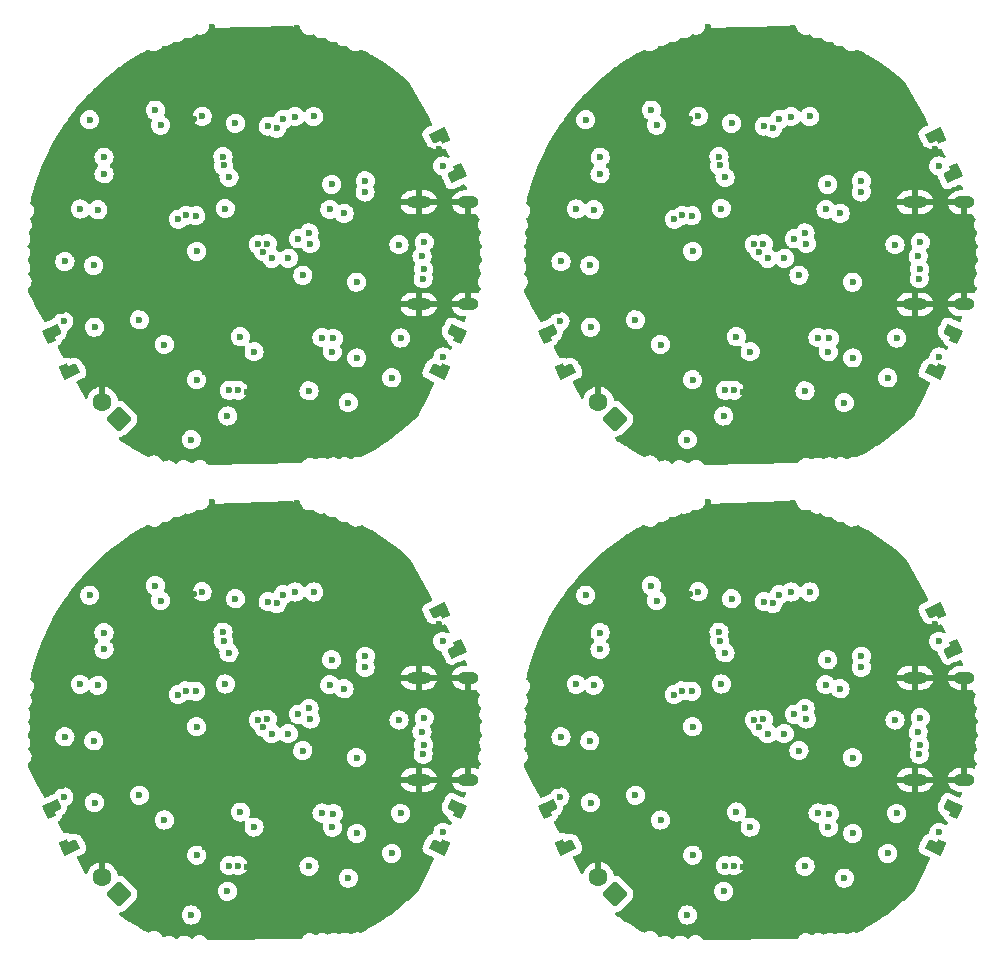
<source format=gbr>
%TF.GenerationSoftware,KiCad,Pcbnew,(6.0.7-1)-1*%
%TF.CreationDate,2022-10-26T11:28:26+01:00*%
%TF.ProjectId,panel,70616e65-6c2e-46b6-9963-61645f706362,rev?*%
%TF.SameCoordinates,Original*%
%TF.FileFunction,Copper,L3,Inr*%
%TF.FilePolarity,Positive*%
%FSLAX46Y46*%
G04 Gerber Fmt 4.6, Leading zero omitted, Abs format (unit mm)*
G04 Created by KiCad (PCBNEW (6.0.7-1)-1) date 2022-10-26 11:28:26*
%MOMM*%
%LPD*%
G01*
G04 APERTURE LIST*
G04 Aperture macros list*
%AMRoundRect*
0 Rectangle with rounded corners*
0 $1 Rounding radius*
0 $2 $3 $4 $5 $6 $7 $8 $9 X,Y pos of 4 corners*
0 Add a 4 corners polygon primitive as box body*
4,1,4,$2,$3,$4,$5,$6,$7,$8,$9,$2,$3,0*
0 Add four circle primitives for the rounded corners*
1,1,$1+$1,$2,$3*
1,1,$1+$1,$4,$5*
1,1,$1+$1,$6,$7*
1,1,$1+$1,$8,$9*
0 Add four rect primitives between the rounded corners*
20,1,$1+$1,$2,$3,$4,$5,0*
20,1,$1+$1,$4,$5,$6,$7,0*
20,1,$1+$1,$6,$7,$8,$9,0*
20,1,$1+$1,$8,$9,$2,$3,0*%
%AMFreePoly0*
4,1,16,0.444576,0.992426,0.462150,0.950000,0.462150,0.300000,0.457200,0.288050,0.457200,-0.457200,-0.274320,-0.457201,-0.457200,-0.274320,-0.457200,0.240000,-0.697850,0.240000,-0.740276,0.257574,-0.757850,0.300000,-0.757850,0.950000,-0.740276,0.992426,-0.697850,1.010000,0.402150,1.010000,0.444576,0.992426,0.444576,0.992426,$1*%
%AMFreePoly1*
4,1,16,0.740277,0.992426,0.757850,0.950000,0.757850,0.300000,0.740275,0.257574,0.697850,0.240000,0.457200,0.240000,0.457201,-0.274320,0.274320,-0.457200,-0.457200,-0.457200,-0.457200,0.288050,-0.462150,0.300000,-0.462150,0.949999,-0.444576,0.992426,-0.402150,1.010000,0.697850,1.010000,0.740277,0.992426,0.740277,0.992426,$1*%
G04 Aperture macros list end*
%TA.AperFunction,ComponentPad*%
%ADD10FreePoly0,115.000000*%
%TD*%
%TA.AperFunction,ComponentPad*%
%ADD11FreePoly1,115.000000*%
%TD*%
%TA.AperFunction,ComponentPad*%
%ADD12FreePoly0,295.000000*%
%TD*%
%TA.AperFunction,ComponentPad*%
%ADD13FreePoly1,295.000000*%
%TD*%
%TA.AperFunction,ComponentPad*%
%ADD14RoundRect,0.250000X0.777817X0.000000X0.000000X0.777817X-0.777817X0.000000X0.000000X-0.777817X0*%
%TD*%
%TA.AperFunction,ComponentPad*%
%ADD15C,1.600000*%
%TD*%
%TA.AperFunction,ComponentPad*%
%ADD16O,2.108200X0.990600*%
%TD*%
%TA.AperFunction,ComponentPad*%
%ADD17O,1.803400X0.990600*%
%TD*%
%TA.AperFunction,ComponentPad*%
%ADD18FreePoly1,245.000000*%
%TD*%
%TA.AperFunction,ComponentPad*%
%ADD19FreePoly0,245.000000*%
%TD*%
%TA.AperFunction,ViaPad*%
%ADD20C,0.600000*%
%TD*%
G04 APERTURE END LIST*
D10*
%TO.N,N/C*%
%TO.C,SW5*%
X27051842Y-52049052D03*
D11*
X28613712Y-55398494D03*
%TD*%
D12*
%TO.N,N/C*%
%TO.C,SW3*%
X60867712Y-79218053D03*
D13*
X59305842Y-75868611D03*
%TD*%
D14*
%TO.N,Board_3-+BATT*%
%TO.C,J2*%
X74499778Y-99760332D03*
D15*
%TO.N,Board_3-GND*%
X73085564Y-98346118D03*
%TD*%
D16*
%TO.N,Board_1-GND*%
%TO.C,J1*%
X99879778Y-41186771D03*
X99879778Y-49826775D03*
D17*
X104059778Y-49826775D03*
X104059778Y-41186771D03*
%TD*%
D14*
%TO.N,Board_2-+BATT*%
%TO.C,J2*%
X32499777Y-99760332D03*
D15*
%TO.N,Board_2-GND*%
X31085563Y-98346118D03*
%TD*%
D13*
%TO.N,N/C*%
%TO.C,SW3*%
X101305843Y-35615052D03*
D12*
X102867713Y-38964494D03*
%TD*%
D13*
%TO.N,N/C*%
%TO.C,SW3*%
X59305842Y-35615052D03*
D12*
X60867712Y-38964494D03*
%TD*%
D14*
%TO.N,Board_1-+BATT*%
%TO.C,J2*%
X74499778Y-59506773D03*
D15*
%TO.N,Board_1-GND*%
X73085564Y-58092559D03*
%TD*%
D17*
%TO.N,Board_2-GND*%
%TO.C,J1*%
X62059777Y-90080334D03*
D16*
X57879777Y-81440330D03*
D17*
X62059777Y-81440330D03*
D16*
X57879777Y-90080334D03*
%TD*%
D18*
%TO.N,N/C*%
%TO.C,SW4*%
X102867713Y-92302611D03*
D19*
X101305843Y-95652053D03*
%TD*%
D10*
%TO.N,N/C*%
%TO.C,SW5*%
X69051843Y-52049052D03*
D11*
X70613713Y-55398494D03*
%TD*%
D18*
%TO.N,N/C*%
%TO.C,SW4*%
X102867713Y-52049052D03*
D19*
X101305843Y-55398494D03*
%TD*%
D11*
%TO.N,N/C*%
%TO.C,SW5*%
X28613712Y-95652053D03*
D10*
X27051842Y-92302611D03*
%TD*%
D18*
%TO.N,N/C*%
%TO.C,SW4*%
X60867712Y-92302611D03*
D19*
X59305842Y-95652053D03*
%TD*%
D12*
%TO.N,N/C*%
%TO.C,SW3*%
X102867713Y-79218053D03*
D13*
X101305843Y-75868611D03*
%TD*%
D17*
%TO.N,Board_3-GND*%
%TO.C,J1*%
X104059778Y-81440330D03*
D16*
X99879778Y-81440330D03*
D17*
X104059778Y-90080334D03*
D16*
X99879778Y-90080334D03*
%TD*%
D14*
%TO.N,Board_0-+BATT*%
%TO.C,J2*%
X32499777Y-59506773D03*
D15*
%TO.N,Board_0-GND*%
X31085563Y-58092559D03*
%TD*%
D18*
%TO.N,N/C*%
%TO.C,SW4*%
X60867712Y-52049052D03*
D19*
X59305842Y-55398494D03*
%TD*%
D10*
%TO.N,N/C*%
%TO.C,SW5*%
X69051843Y-92302611D03*
D11*
X70613713Y-95652053D03*
%TD*%
D16*
%TO.N,Board_0-GND*%
%TO.C,J1*%
X57879777Y-49826775D03*
X57879777Y-41186771D03*
D17*
X62059777Y-49826775D03*
X62059777Y-41186771D03*
%TD*%
D20*
%TO.N,Board_0-+3V3*%
X47429777Y-33926773D03*
X39079777Y-56196773D03*
X48980277Y-33916773D03*
X39079777Y-45326773D03*
%TO.N,Board_0-+BATT*%
X36349777Y-53226773D03*
%TO.N,Board_0-/B1*%
X59904544Y-38104196D03*
X46409777Y-34146773D03*
%TO.N,Board_0-/B2*%
X45860277Y-34896773D03*
X59926538Y-54279225D03*
%TO.N,Board_0-/B3*%
X27829777Y-51256773D03*
X45129737Y-34729245D03*
%TO.N,Board_0-/BACKLIGHT*%
X47679222Y-44269106D03*
X48586129Y-57148930D03*
X46839777Y-45916273D03*
X50356777Y-41767273D03*
%TO.N,Board_0-/BATT_ADC*%
X39540557Y-33901273D03*
X27919777Y-46186773D03*
%TO.N,Board_0-/BOOT*%
X41498337Y-41713849D03*
X38619777Y-61273531D03*
%TO.N,Board_0-/CC2*%
X56209777Y-44756773D03*
X58297492Y-46856274D03*
%TO.N,Board_0-/CONNECTED*%
X41806662Y-39068273D03*
X48691261Y-44676773D03*
%TO.N,Board_0-/DAC1*%
X41309777Y-37317273D03*
%TO.N,Board_0-/DAC2*%
X41354358Y-38066372D03*
%TO.N,Board_0-/DIR*%
X31229777Y-38776773D03*
X36019777Y-34646773D03*
%TO.N,Board_0-/DP*%
X58161277Y-45756774D03*
X58339777Y-44556773D03*
%TO.N,Board_0-/DTR*%
X51909777Y-58146773D03*
%TO.N,Board_0-/EN*%
X42359777Y-34496773D03*
X55589777Y-56046773D03*
%TO.N,Board_0-/ENABLE*%
X45050249Y-44689240D03*
X42780511Y-52556039D03*
%TO.N,Board_0-/LEDA*%
X41829777Y-57086773D03*
%TO.N,Board_0-/LEDK*%
X41686354Y-59269355D03*
%TO.N,Board_0-/PIEZO*%
X44298990Y-44753441D03*
X43940277Y-53826771D03*
%TO.N,Board_0-/POWER*%
X34219777Y-51136773D03*
X42579280Y-57086773D03*
X31239777Y-37356773D03*
X35569777Y-33376773D03*
X30019777Y-34186773D03*
%TO.N,Board_0-/RTS*%
X52629777Y-54356773D03*
X50569777Y-53836773D03*
%TO.N,Board_0-/RXD*%
X49691261Y-52637724D03*
X53350277Y-39366773D03*
%TO.N,Board_0-/SCL*%
X44729777Y-45366773D03*
X38198985Y-42295981D03*
X30713520Y-41815395D03*
X51549777Y-42116773D03*
%TO.N,Board_0-/SDA*%
X48584761Y-43772337D03*
X37519719Y-42612763D03*
X29219777Y-41746773D03*
X45437202Y-45916273D03*
X50503097Y-39660408D03*
%TO.N,Board_0-/STAT*%
X38998333Y-42318217D03*
X30366009Y-46518862D03*
%TO.N,Board_0-/TXD*%
X50651261Y-52705224D03*
X53339777Y-40306773D03*
%TO.N,Board_0-/VIO*%
X52609777Y-47936773D03*
X48069777Y-47353224D03*
%TO.N,Board_0-GND*%
X49531261Y-49017724D03*
X31909777Y-51776773D03*
X39819777Y-55526773D03*
X32289777Y-48126773D03*
X35289777Y-30626773D03*
X28587260Y-54136545D03*
X45289777Y-62596773D03*
X50401261Y-50737724D03*
X33429777Y-44136773D03*
X51281261Y-49057724D03*
X46359777Y-31866773D03*
X48029777Y-60966773D03*
X53281261Y-45237724D03*
X47920777Y-37687773D03*
X30099777Y-48166773D03*
X51271261Y-49837724D03*
X51271261Y-50717724D03*
X47900777Y-41337773D03*
X53251261Y-50705224D03*
X57819777Y-51276773D03*
X41059777Y-31907273D03*
X59599777Y-36666773D03*
X27439777Y-37036773D03*
X46090777Y-37727773D03*
X47479777Y-53826771D03*
X49541261Y-50737724D03*
X26129777Y-45576773D03*
X43312597Y-57241696D03*
X44350777Y-41257773D03*
X54899777Y-58876773D03*
X30159777Y-49736773D03*
X46100777Y-41317773D03*
X40379777Y-26326773D03*
X44390777Y-39467773D03*
X50401261Y-49907724D03*
X47539777Y-26386773D03*
X47880777Y-39367773D03*
X38819777Y-34106773D03*
X50401261Y-49047724D03*
X54989777Y-48566773D03*
X54639777Y-54216773D03*
X50960846Y-45147842D03*
X32251221Y-36978217D03*
X43399777Y-60796773D03*
X40539777Y-62586773D03*
X44390777Y-37707773D03*
X27699777Y-50366773D03*
X50229777Y-33116773D03*
X49511261Y-49907724D03*
X44939777Y-33646773D03*
X38739777Y-39196773D03*
X40259777Y-59196773D03*
X46070777Y-39427773D03*
%TO.N,Board_0-VBUS*%
X56339777Y-52666773D03*
X58252732Y-47654800D03*
X30429777Y-51746773D03*
%TO.N,Board_1-+3V3*%
X89429778Y-33926773D03*
X81079778Y-56196773D03*
X90980278Y-33916773D03*
X81079778Y-45326773D03*
%TO.N,Board_1-+BATT*%
X78349778Y-53226773D03*
%TO.N,Board_1-/B1*%
X101904545Y-38104196D03*
X88409778Y-34146773D03*
%TO.N,Board_1-/B2*%
X87860278Y-34896773D03*
X101926539Y-54279225D03*
%TO.N,Board_1-/B3*%
X69829778Y-51256773D03*
X87129738Y-34729245D03*
%TO.N,Board_1-/BACKLIGHT*%
X89679223Y-44269106D03*
X90586130Y-57148930D03*
X88839778Y-45916273D03*
X92356778Y-41767273D03*
%TO.N,Board_1-/BATT_ADC*%
X81540558Y-33901273D03*
X69919778Y-46186773D03*
%TO.N,Board_1-/BOOT*%
X83498338Y-41713849D03*
X80619778Y-61273531D03*
%TO.N,Board_1-/CC2*%
X98209778Y-44756773D03*
X100297493Y-46856274D03*
%TO.N,Board_1-/CONNECTED*%
X83806663Y-39068273D03*
X90691262Y-44676773D03*
%TO.N,Board_1-/DAC1*%
X83309778Y-37317273D03*
%TO.N,Board_1-/DAC2*%
X83354359Y-38066372D03*
%TO.N,Board_1-/DIR*%
X73229778Y-38776773D03*
X78019778Y-34646773D03*
%TO.N,Board_1-/DP*%
X100161278Y-45756774D03*
X100339778Y-44556773D03*
%TO.N,Board_1-/DTR*%
X93909778Y-58146773D03*
%TO.N,Board_1-/EN*%
X84359778Y-34496773D03*
X97589778Y-56046773D03*
%TO.N,Board_1-/ENABLE*%
X87050250Y-44689240D03*
X84780512Y-52556039D03*
%TO.N,Board_1-/LEDA*%
X83829778Y-57086773D03*
%TO.N,Board_1-/LEDK*%
X83686355Y-59269355D03*
%TO.N,Board_1-/PIEZO*%
X86298991Y-44753441D03*
X85940278Y-53826771D03*
%TO.N,Board_1-/POWER*%
X76219778Y-51136773D03*
X84579281Y-57086773D03*
X73239778Y-37356773D03*
X77569778Y-33376773D03*
X72019778Y-34186773D03*
%TO.N,Board_1-/RTS*%
X94629778Y-54356773D03*
X92569778Y-53836773D03*
%TO.N,Board_1-/RXD*%
X91691262Y-52637724D03*
X95350278Y-39366773D03*
%TO.N,Board_1-/SCL*%
X86729778Y-45366773D03*
X80198986Y-42295981D03*
X72713521Y-41815395D03*
X93549778Y-42116773D03*
%TO.N,Board_1-/SDA*%
X90584762Y-43772337D03*
X79519720Y-42612763D03*
X71219778Y-41746773D03*
X87437203Y-45916273D03*
X92503098Y-39660408D03*
%TO.N,Board_1-/STAT*%
X80998334Y-42318217D03*
X72366010Y-46518862D03*
%TO.N,Board_1-/TXD*%
X92651262Y-52705224D03*
X95339778Y-40306773D03*
%TO.N,Board_1-/VIO*%
X94609778Y-47936773D03*
X90069778Y-47353224D03*
%TO.N,Board_1-GND*%
X91531262Y-49017724D03*
X73909778Y-51776773D03*
X81819778Y-55526773D03*
X74289778Y-48126773D03*
X77289778Y-30626773D03*
X70587261Y-54136545D03*
X87289778Y-62596773D03*
X92401262Y-50737724D03*
X75429778Y-44136773D03*
X93281262Y-49057724D03*
X88359778Y-31866773D03*
X90029778Y-60966773D03*
X95281262Y-45237724D03*
X89920778Y-37687773D03*
X72099778Y-48166773D03*
X93271262Y-49837724D03*
X93271262Y-50717724D03*
X89900778Y-41337773D03*
X95251262Y-50705224D03*
X99819778Y-51276773D03*
X83059778Y-31907273D03*
X101599778Y-36666773D03*
X69439778Y-37036773D03*
X88090778Y-37727773D03*
X89479778Y-53826771D03*
X91541262Y-50737724D03*
X68129778Y-45576773D03*
X85312598Y-57241696D03*
X86350778Y-41257773D03*
X96899778Y-58876773D03*
X72159778Y-49736773D03*
X88100778Y-41317773D03*
X82379778Y-26326773D03*
X86390778Y-39467773D03*
X92401262Y-49907724D03*
X89539778Y-26386773D03*
X89880778Y-39367773D03*
X80819778Y-34106773D03*
X92401262Y-49047724D03*
X96989778Y-48566773D03*
X96639778Y-54216773D03*
X92960847Y-45147842D03*
X74251222Y-36978217D03*
X85399778Y-60796773D03*
X82539778Y-62586773D03*
X86390778Y-37707773D03*
X69699778Y-50366773D03*
X92229778Y-33116773D03*
X91511262Y-49907724D03*
X86939778Y-33646773D03*
X80739778Y-39196773D03*
X82259778Y-59196773D03*
X88070778Y-39427773D03*
%TO.N,Board_1-VBUS*%
X98339778Y-52666773D03*
X100252733Y-47654800D03*
X72429778Y-51746773D03*
%TO.N,Board_2-+3V3*%
X47429777Y-74180332D03*
X39079777Y-96450332D03*
X48980277Y-74170332D03*
X39079777Y-85580332D03*
%TO.N,Board_2-+BATT*%
X36349777Y-93480332D03*
%TO.N,Board_2-/B1*%
X59904544Y-78357755D03*
X46409777Y-74400332D03*
%TO.N,Board_2-/B2*%
X45860277Y-75150332D03*
X59926538Y-94532784D03*
%TO.N,Board_2-/B3*%
X27829777Y-91510332D03*
X45129737Y-74982804D03*
%TO.N,Board_2-/BACKLIGHT*%
X47679222Y-84522665D03*
X48586129Y-97402489D03*
X46839777Y-86169832D03*
X50356777Y-82020832D03*
%TO.N,Board_2-/BATT_ADC*%
X39540557Y-74154832D03*
X27919777Y-86440332D03*
%TO.N,Board_2-/BOOT*%
X41498337Y-81967408D03*
X38619777Y-101527090D03*
%TO.N,Board_2-/CC2*%
X56209777Y-85010332D03*
X58297492Y-87109833D03*
%TO.N,Board_2-/CONNECTED*%
X41806662Y-79321832D03*
X48691261Y-84930332D03*
%TO.N,Board_2-/DAC1*%
X41309777Y-77570832D03*
%TO.N,Board_2-/DAC2*%
X41354358Y-78319931D03*
%TO.N,Board_2-/DIR*%
X31229777Y-79030332D03*
X36019777Y-74900332D03*
%TO.N,Board_2-/DP*%
X58161277Y-86010333D03*
X58339777Y-84810332D03*
%TO.N,Board_2-/DTR*%
X51909777Y-98400332D03*
%TO.N,Board_2-/EN*%
X42359777Y-74750332D03*
X55589777Y-96300332D03*
%TO.N,Board_2-/ENABLE*%
X45050249Y-84942799D03*
X42780511Y-92809598D03*
%TO.N,Board_2-/LEDA*%
X41829777Y-97340332D03*
%TO.N,Board_2-/LEDK*%
X41686354Y-99522914D03*
%TO.N,Board_2-/PIEZO*%
X44298990Y-85007000D03*
X43940277Y-94080330D03*
%TO.N,Board_2-/POWER*%
X34219777Y-91390332D03*
X42579280Y-97340332D03*
X31239777Y-77610332D03*
X35569777Y-73630332D03*
X30019777Y-74440332D03*
%TO.N,Board_2-/RTS*%
X52629777Y-94610332D03*
X50569777Y-94090332D03*
%TO.N,Board_2-/RXD*%
X49691261Y-92891283D03*
X53350277Y-79620332D03*
%TO.N,Board_2-/SCL*%
X44729777Y-85620332D03*
X38198985Y-82549540D03*
X30713520Y-82068954D03*
X51549777Y-82370332D03*
%TO.N,Board_2-/SDA*%
X48584761Y-84025896D03*
X37519719Y-82866322D03*
X29219777Y-82000332D03*
X45437202Y-86169832D03*
X50503097Y-79913967D03*
%TO.N,Board_2-/STAT*%
X38998333Y-82571776D03*
X30366009Y-86772421D03*
%TO.N,Board_2-/TXD*%
X50651261Y-92958783D03*
X53339777Y-80560332D03*
%TO.N,Board_2-/VIO*%
X52609777Y-88190332D03*
X48069777Y-87606783D03*
%TO.N,Board_2-GND*%
X49531261Y-89271283D03*
X31909777Y-92030332D03*
X39819777Y-95780332D03*
X32289777Y-88380332D03*
X35289777Y-70880332D03*
X28587260Y-94390104D03*
X45289777Y-102850332D03*
X50401261Y-90991283D03*
X33429777Y-84390332D03*
X51281261Y-89311283D03*
X46359777Y-72120332D03*
X48029777Y-101220332D03*
X53281261Y-85491283D03*
X47920777Y-77941332D03*
X30099777Y-88420332D03*
X51271261Y-90091283D03*
X51271261Y-90971283D03*
X47900777Y-81591332D03*
X53251261Y-90958783D03*
X57819777Y-91530332D03*
X41059777Y-72160832D03*
X59599777Y-76920332D03*
X27439777Y-77290332D03*
X46090777Y-77981332D03*
X47479777Y-94080330D03*
X49541261Y-90991283D03*
X26129777Y-85830332D03*
X43312597Y-97495255D03*
X44350777Y-81511332D03*
X54899777Y-99130332D03*
X30159777Y-89990332D03*
X46100777Y-81571332D03*
X40379777Y-66580332D03*
X44390777Y-79721332D03*
X50401261Y-90161283D03*
X47539777Y-66640332D03*
X47880777Y-79621332D03*
X38819777Y-74360332D03*
X50401261Y-89301283D03*
X54989777Y-88820332D03*
X54639777Y-94470332D03*
X50960846Y-85401401D03*
X32251221Y-77231776D03*
X43399777Y-101050332D03*
X40539777Y-102840332D03*
X44390777Y-77961332D03*
X27699777Y-90620332D03*
X50229777Y-73370332D03*
X49511261Y-90161283D03*
X44939777Y-73900332D03*
X38739777Y-79450332D03*
X40259777Y-99450332D03*
X46070777Y-79681332D03*
%TO.N,Board_2-VBUS*%
X56339777Y-92920332D03*
X58252732Y-87908359D03*
X30429777Y-92000332D03*
%TO.N,Board_3-+3V3*%
X89429778Y-74180332D03*
X81079778Y-96450332D03*
X90980278Y-74170332D03*
X81079778Y-85580332D03*
%TO.N,Board_3-+BATT*%
X78349778Y-93480332D03*
%TO.N,Board_3-/B1*%
X101904545Y-78357755D03*
X88409778Y-74400332D03*
%TO.N,Board_3-/B2*%
X87860278Y-75150332D03*
X101926539Y-94532784D03*
%TO.N,Board_3-/B3*%
X69829778Y-91510332D03*
X87129738Y-74982804D03*
%TO.N,Board_3-/BACKLIGHT*%
X89679223Y-84522665D03*
X90586130Y-97402489D03*
X88839778Y-86169832D03*
X92356778Y-82020832D03*
%TO.N,Board_3-/BATT_ADC*%
X81540558Y-74154832D03*
X69919778Y-86440332D03*
%TO.N,Board_3-/BOOT*%
X83498338Y-81967408D03*
X80619778Y-101527090D03*
%TO.N,Board_3-/CC2*%
X98209778Y-85010332D03*
X100297493Y-87109833D03*
%TO.N,Board_3-/CONNECTED*%
X83806663Y-79321832D03*
X90691262Y-84930332D03*
%TO.N,Board_3-/DAC1*%
X83309778Y-77570832D03*
%TO.N,Board_3-/DAC2*%
X83354359Y-78319931D03*
%TO.N,Board_3-/DIR*%
X73229778Y-79030332D03*
X78019778Y-74900332D03*
%TO.N,Board_3-/DP*%
X100161278Y-86010333D03*
X100339778Y-84810332D03*
%TO.N,Board_3-/DTR*%
X93909778Y-98400332D03*
%TO.N,Board_3-/EN*%
X84359778Y-74750332D03*
X97589778Y-96300332D03*
%TO.N,Board_3-/ENABLE*%
X87050250Y-84942799D03*
X84780512Y-92809598D03*
%TO.N,Board_3-/LEDA*%
X83829778Y-97340332D03*
%TO.N,Board_3-/LEDK*%
X83686355Y-99522914D03*
%TO.N,Board_3-/PIEZO*%
X86298991Y-85007000D03*
X85940278Y-94080330D03*
%TO.N,Board_3-/POWER*%
X76219778Y-91390332D03*
X84579281Y-97340332D03*
X73239778Y-77610332D03*
X77569778Y-73630332D03*
X72019778Y-74440332D03*
%TO.N,Board_3-/RTS*%
X94629778Y-94610332D03*
X92569778Y-94090332D03*
%TO.N,Board_3-/RXD*%
X91691262Y-92891283D03*
X95350278Y-79620332D03*
%TO.N,Board_3-/SCL*%
X86729778Y-85620332D03*
X80198986Y-82549540D03*
X72713521Y-82068954D03*
X93549778Y-82370332D03*
%TO.N,Board_3-/SDA*%
X90584762Y-84025896D03*
X79519720Y-82866322D03*
X71219778Y-82000332D03*
X87437203Y-86169832D03*
X92503098Y-79913967D03*
%TO.N,Board_3-/STAT*%
X80998334Y-82571776D03*
X72366010Y-86772421D03*
%TO.N,Board_3-/TXD*%
X92651262Y-92958783D03*
X95339778Y-80560332D03*
%TO.N,Board_3-/VIO*%
X94609778Y-88190332D03*
X90069778Y-87606783D03*
%TO.N,Board_3-GND*%
X91531262Y-89271283D03*
X73909778Y-92030332D03*
X81819778Y-95780332D03*
X74289778Y-88380332D03*
X77289778Y-70880332D03*
X70587261Y-94390104D03*
X87289778Y-102850332D03*
X92401262Y-90991283D03*
X75429778Y-84390332D03*
X93281262Y-89311283D03*
X88359778Y-72120332D03*
X90029778Y-101220332D03*
X95281262Y-85491283D03*
X89920778Y-77941332D03*
X72099778Y-88420332D03*
X93271262Y-90091283D03*
X93271262Y-90971283D03*
X89900778Y-81591332D03*
X95251262Y-90958783D03*
X99819778Y-91530332D03*
X83059778Y-72160832D03*
X101599778Y-76920332D03*
X69439778Y-77290332D03*
X88090778Y-77981332D03*
X89479778Y-94080330D03*
X91541262Y-90991283D03*
X68129778Y-85830332D03*
X85312598Y-97495255D03*
X86350778Y-81511332D03*
X96899778Y-99130332D03*
X72159778Y-89990332D03*
X88100778Y-81571332D03*
X82379778Y-66580332D03*
X86390778Y-79721332D03*
X92401262Y-90161283D03*
X89539778Y-66640332D03*
X89880778Y-79621332D03*
X80819778Y-74360332D03*
X92401262Y-89301283D03*
X96989778Y-88820332D03*
X96639778Y-94470332D03*
X92960847Y-85401401D03*
X74251222Y-77231776D03*
X85399778Y-101050332D03*
X82539778Y-102840332D03*
X86390778Y-77961332D03*
X69699778Y-90620332D03*
X92229778Y-73370332D03*
X91511262Y-90161283D03*
X86939778Y-73900332D03*
X80739778Y-79450332D03*
X82259778Y-99450332D03*
X88070778Y-79681332D03*
%TO.N,Board_3-VBUS*%
X98339778Y-92920332D03*
X100252733Y-87908359D03*
X72429778Y-92000332D03*
%TD*%
%TA.AperFunction,Conductor*%
%TO.N,Board_0-GND*%
G36*
X47102359Y-26258560D02*
G01*
X47804671Y-26389167D01*
X47867985Y-26421285D01*
X47899666Y-26472844D01*
X47900196Y-26472618D01*
X47969447Y-26635368D01*
X47973780Y-26641256D01*
X47973783Y-26641261D01*
X48034468Y-26723721D01*
X48074282Y-26777822D01*
X48079860Y-26782561D01*
X48079863Y-26782564D01*
X48203496Y-26887598D01*
X48203500Y-26887601D01*
X48209075Y-26892337D01*
X48281965Y-26929557D01*
X48360082Y-26969446D01*
X48360084Y-26969447D01*
X48366598Y-26972773D01*
X48373703Y-26974512D01*
X48373707Y-26974513D01*
X48456028Y-26994656D01*
X48538400Y-27014812D01*
X48544002Y-27015160D01*
X48544005Y-27015160D01*
X48547615Y-27015384D01*
X48547625Y-27015384D01*
X48549554Y-27015504D01*
X48677083Y-27015504D01*
X48746826Y-27007373D01*
X48801201Y-27001034D01*
X48801205Y-27001033D01*
X48808471Y-27000186D01*
X48815346Y-26997691D01*
X48815348Y-26997690D01*
X48893157Y-26969446D01*
X48904469Y-26965340D01*
X48975325Y-26960899D01*
X49037336Y-26995471D01*
X49048942Y-27009097D01*
X49072656Y-27041321D01*
X49072660Y-27041325D01*
X49076998Y-27047220D01*
X49082576Y-27051959D01*
X49082579Y-27051962D01*
X49206212Y-27156996D01*
X49206216Y-27156999D01*
X49211791Y-27161735D01*
X49290398Y-27201874D01*
X49362798Y-27238844D01*
X49362800Y-27238845D01*
X49369314Y-27242171D01*
X49376419Y-27243910D01*
X49376423Y-27243911D01*
X49449802Y-27261866D01*
X49541116Y-27284210D01*
X49546718Y-27284558D01*
X49546721Y-27284558D01*
X49550331Y-27284782D01*
X49550341Y-27284782D01*
X49552270Y-27284902D01*
X49679799Y-27284902D01*
X49749542Y-27276771D01*
X49803917Y-27270432D01*
X49803921Y-27270431D01*
X49811187Y-27269584D01*
X49818063Y-27267088D01*
X49818072Y-27267086D01*
X49864640Y-27250182D01*
X49935497Y-27245740D01*
X49997508Y-27280312D01*
X50009114Y-27293938D01*
X50059873Y-27362912D01*
X50059877Y-27362916D01*
X50064215Y-27368811D01*
X50069793Y-27373550D01*
X50069796Y-27373553D01*
X50193429Y-27478587D01*
X50193433Y-27478590D01*
X50199008Y-27483326D01*
X50276967Y-27523134D01*
X50350015Y-27560435D01*
X50350017Y-27560436D01*
X50356531Y-27563762D01*
X50363636Y-27565501D01*
X50363640Y-27565502D01*
X50410553Y-27576981D01*
X50528333Y-27605801D01*
X50533935Y-27606149D01*
X50533938Y-27606149D01*
X50537548Y-27606373D01*
X50537558Y-27606373D01*
X50539487Y-27606493D01*
X50667016Y-27606493D01*
X50746230Y-27597258D01*
X50791133Y-27592023D01*
X50791136Y-27592022D01*
X50798404Y-27591175D01*
X50807685Y-27587806D01*
X50809433Y-27587696D01*
X50812409Y-27586993D01*
X50812529Y-27587502D01*
X50878543Y-27583365D01*
X50940553Y-27617939D01*
X50952156Y-27631562D01*
X51028877Y-27735812D01*
X51033220Y-27741713D01*
X51038798Y-27746452D01*
X51038801Y-27746455D01*
X51162434Y-27851489D01*
X51162438Y-27851492D01*
X51168013Y-27856228D01*
X51208322Y-27876811D01*
X51319020Y-27933337D01*
X51319022Y-27933338D01*
X51325536Y-27936664D01*
X51332641Y-27938403D01*
X51332645Y-27938404D01*
X51409976Y-27957326D01*
X51497338Y-27978703D01*
X51502940Y-27979051D01*
X51502943Y-27979051D01*
X51506553Y-27979275D01*
X51506563Y-27979275D01*
X51508492Y-27979395D01*
X51636021Y-27979395D01*
X51709456Y-27970833D01*
X51760130Y-27964926D01*
X51760133Y-27964925D01*
X51765634Y-27964284D01*
X51765636Y-27964284D01*
X51767409Y-27964077D01*
X51767444Y-27964380D01*
X51834255Y-27967954D01*
X51893831Y-28012099D01*
X51986489Y-28138006D01*
X51986494Y-28138011D01*
X51990832Y-28143906D01*
X51996410Y-28148645D01*
X51996413Y-28148648D01*
X52120046Y-28253682D01*
X52120050Y-28253685D01*
X52125625Y-28258421D01*
X52165049Y-28278552D01*
X52276632Y-28335530D01*
X52276634Y-28335531D01*
X52283148Y-28338857D01*
X52290253Y-28340596D01*
X52290257Y-28340597D01*
X52351809Y-28355658D01*
X52454950Y-28380896D01*
X52460552Y-28381244D01*
X52460555Y-28381244D01*
X52464165Y-28381468D01*
X52464175Y-28381468D01*
X52466104Y-28381588D01*
X52593633Y-28381588D01*
X52663376Y-28373457D01*
X52717751Y-28367118D01*
X52717755Y-28367117D01*
X52725021Y-28366270D01*
X52731896Y-28363775D01*
X52731898Y-28363774D01*
X52884401Y-28308417D01*
X52884402Y-28308417D01*
X52891277Y-28305921D01*
X52954978Y-28264157D01*
X53022912Y-28243534D01*
X53084965Y-28259227D01*
X53506537Y-28492004D01*
X53866771Y-28690913D01*
X53869674Y-28692567D01*
X53877854Y-28697373D01*
X53880699Y-28699095D01*
X54750522Y-29241942D01*
X54753345Y-29243757D01*
X54761250Y-29248990D01*
X54764009Y-29250869D01*
X55603576Y-29839388D01*
X55606277Y-29841336D01*
X55613893Y-29846983D01*
X55616572Y-29849026D01*
X56423514Y-30481558D01*
X56426127Y-30483663D01*
X56433391Y-30489676D01*
X56435964Y-30491864D01*
X57138705Y-31106059D01*
X57166485Y-31140749D01*
X58716256Y-33991397D01*
X59004376Y-34521363D01*
X59011044Y-34533629D01*
X59026008Y-34603031D01*
X59001075Y-34669505D01*
X58953595Y-34708006D01*
X58927788Y-34720040D01*
X58927876Y-34720228D01*
X58924238Y-34722575D01*
X58868299Y-34747832D01*
X58866819Y-34744554D01*
X58866765Y-34744588D01*
X58868261Y-34747797D01*
X58865457Y-34749104D01*
X58864078Y-34749737D01*
X58855415Y-34753649D01*
X58840120Y-34760555D01*
X58838308Y-34761707D01*
X58836721Y-34762504D01*
X58481146Y-34928312D01*
X58479196Y-34929397D01*
X58479190Y-34929400D01*
X58478297Y-34929897D01*
X58417095Y-34963949D01*
X58307350Y-35060578D01*
X58302537Y-35068200D01*
X58302535Y-35068202D01*
X58257205Y-35139984D01*
X58229275Y-35184212D01*
X58226805Y-35192876D01*
X58226805Y-35192877D01*
X58196713Y-35298450D01*
X58189193Y-35324833D01*
X58189264Y-35333842D01*
X58189264Y-35333845D01*
X58189663Y-35384113D01*
X58190353Y-35471051D01*
X58192959Y-35479672D01*
X58192959Y-35479673D01*
X58215107Y-35552946D01*
X58232660Y-35611020D01*
X58234560Y-35615095D01*
X58234561Y-35615097D01*
X58420803Y-36014494D01*
X58421759Y-36016595D01*
X58445061Y-36069053D01*
X58447445Y-36072854D01*
X58449550Y-36076808D01*
X58449388Y-36076894D01*
X58452978Y-36083492D01*
X58537232Y-36264174D01*
X58541815Y-36274003D01*
X58598604Y-36368009D01*
X58702816Y-36470581D01*
X58831704Y-36539638D01*
X58835929Y-36541176D01*
X58835934Y-36541178D01*
X59071575Y-36626945D01*
X59071579Y-36626946D01*
X59074738Y-36628096D01*
X59181372Y-36654413D01*
X59251494Y-36653857D01*
X59318575Y-36653325D01*
X59318578Y-36653324D01*
X59327589Y-36653253D01*
X59414625Y-36626945D01*
X59463255Y-36612246D01*
X59463259Y-36612244D01*
X59467558Y-36610945D01*
X59471635Y-36609044D01*
X59471645Y-36609040D01*
X59542419Y-36603411D01*
X59577478Y-36619091D01*
X59578582Y-36617116D01*
X59585465Y-36620963D01*
X59591811Y-36625636D01*
X59727342Y-36680521D01*
X59736308Y-36681413D01*
X59736311Y-36681414D01*
X59823976Y-36690137D01*
X59872846Y-36695000D01*
X59909585Y-36693397D01*
X59909586Y-36693397D01*
X59919123Y-36692981D01*
X59919124Y-36692981D01*
X59922492Y-36692834D01*
X59925812Y-36692330D01*
X59925820Y-36692329D01*
X60023306Y-36677524D01*
X60023309Y-36677523D01*
X60031100Y-36676340D01*
X60038356Y-36673267D01*
X60038359Y-36673266D01*
X60043588Y-36671051D01*
X60114116Y-36662904D01*
X60177852Y-36694180D01*
X60203424Y-36726893D01*
X60477079Y-37230254D01*
X60492043Y-37299656D01*
X60467110Y-37366130D01*
X60410196Y-37408572D01*
X60339371Y-37413507D01*
X60298867Y-37396821D01*
X60267164Y-37376701D01*
X60267161Y-37376699D01*
X60261210Y-37372923D01*
X60226982Y-37360735D01*
X60096969Y-37314439D01*
X60096964Y-37314438D01*
X60090334Y-37312077D01*
X60083346Y-37311244D01*
X60083343Y-37311243D01*
X59960242Y-37296564D01*
X59910224Y-37290600D01*
X59903221Y-37291336D01*
X59903220Y-37291336D01*
X59736832Y-37308824D01*
X59736830Y-37308825D01*
X59729832Y-37309560D01*
X59558123Y-37368014D01*
X59552119Y-37371708D01*
X59409639Y-37459362D01*
X59409636Y-37459364D01*
X59403632Y-37463058D01*
X59398597Y-37467989D01*
X59398594Y-37467991D01*
X59279069Y-37585039D01*
X59274037Y-37589967D01*
X59175779Y-37742434D01*
X59173370Y-37749054D01*
X59173368Y-37749057D01*
X59123482Y-37886117D01*
X59113741Y-37912881D01*
X59091007Y-38092836D01*
X59108707Y-38273356D01*
X59165962Y-38445469D01*
X59169609Y-38451491D01*
X59169610Y-38451493D01*
X59250742Y-38585458D01*
X59259924Y-38600620D01*
X59264813Y-38605683D01*
X59264814Y-38605684D01*
X59292434Y-38634285D01*
X59385926Y-38731098D01*
X59391822Y-38734956D01*
X59509460Y-38811936D01*
X59537703Y-38830418D01*
X59544307Y-38832874D01*
X59544309Y-38832875D01*
X59701102Y-38891186D01*
X59701104Y-38891186D01*
X59707712Y-38893644D01*
X59725289Y-38895989D01*
X59790164Y-38924823D01*
X59829154Y-38984155D01*
X59829507Y-38985711D01*
X59829511Y-38986240D01*
X59829975Y-38987774D01*
X59829976Y-38987780D01*
X59870516Y-39121902D01*
X59871818Y-39126208D01*
X59873718Y-39130283D01*
X59873719Y-39130285D01*
X59882929Y-39150035D01*
X59982160Y-39362835D01*
X59982673Y-39363936D01*
X59983629Y-39366037D01*
X60006931Y-39418495D01*
X60009310Y-39422287D01*
X60011418Y-39426248D01*
X60011257Y-39426334D01*
X60014845Y-39432929D01*
X60180972Y-39789190D01*
X60182057Y-39791139D01*
X60182060Y-39791146D01*
X60193328Y-39811397D01*
X60216610Y-39853242D01*
X60313239Y-39962986D01*
X60436872Y-40041062D01*
X60490235Y-40056272D01*
X60568827Y-40078673D01*
X60568829Y-40078673D01*
X60577494Y-40081143D01*
X60586503Y-40081072D01*
X60586506Y-40081072D01*
X60652726Y-40080546D01*
X60723712Y-40079983D01*
X60748793Y-40072402D01*
X60859374Y-40038978D01*
X60859380Y-40038976D01*
X60863680Y-40037676D01*
X60875188Y-40032310D01*
X61211314Y-39875571D01*
X61221726Y-39871272D01*
X61261769Y-39856796D01*
X61261774Y-39856794D01*
X61264067Y-39855965D01*
X61266284Y-39854964D01*
X61266291Y-39854961D01*
X61270097Y-39853242D01*
X61274353Y-39851320D01*
X61333683Y-39818804D01*
X61340966Y-39815114D01*
X61424196Y-39776303D01*
X61453960Y-39762424D01*
X61465348Y-39758189D01*
X61468002Y-39757786D01*
X61475253Y-39754715D01*
X61475256Y-39754714D01*
X61528679Y-39732087D01*
X61602646Y-39700759D01*
X61607729Y-39696596D01*
X61613910Y-39693300D01*
X61667865Y-39668140D01*
X61738057Y-39657478D01*
X61802870Y-39686457D01*
X61831811Y-39722147D01*
X61981394Y-39997291D01*
X61996357Y-40066691D01*
X61971424Y-40133166D01*
X61914510Y-40175608D01*
X61870695Y-40183471D01*
X61605636Y-40183471D01*
X61599261Y-40183794D01*
X61456944Y-40198250D01*
X61444504Y-40200804D01*
X61262196Y-40257936D01*
X61250508Y-40262945D01*
X61083407Y-40355570D01*
X61072984Y-40362814D01*
X60927912Y-40487157D01*
X60919157Y-40496351D01*
X60802057Y-40647316D01*
X60795324Y-40658089D01*
X60710971Y-40829516D01*
X60706543Y-40841423D01*
X60687315Y-40915240D01*
X60687749Y-40929335D01*
X60695930Y-40932771D01*
X62187777Y-40932771D01*
X62255898Y-40952773D01*
X62302391Y-41006429D01*
X62313777Y-41058771D01*
X62313777Y-42171956D01*
X62318252Y-42187195D01*
X62319642Y-42188400D01*
X62327325Y-42190071D01*
X62513918Y-42190071D01*
X62520293Y-42189748D01*
X62668809Y-42174662D01*
X62738602Y-42187678D01*
X62790279Y-42236360D01*
X62797482Y-42250683D01*
X62810645Y-42281618D01*
X62810649Y-42281625D01*
X62813513Y-42288356D01*
X62817846Y-42294244D01*
X62817849Y-42294249D01*
X62887658Y-42389107D01*
X62918348Y-42430810D01*
X62997289Y-42497875D01*
X62997342Y-42497920D01*
X63036307Y-42557268D01*
X63037000Y-42628262D01*
X63024717Y-42657230D01*
X62995662Y-42707252D01*
X62949918Y-42786007D01*
X62947797Y-42793011D01*
X62947795Y-42793015D01*
X62908123Y-42924005D01*
X62898649Y-42955284D01*
X62887697Y-43131815D01*
X62888937Y-43139031D01*
X62888937Y-43139033D01*
X62889662Y-43143252D01*
X62917650Y-43306131D01*
X62986901Y-43468881D01*
X62991234Y-43474769D01*
X62991237Y-43474774D01*
X63036750Y-43536618D01*
X63091736Y-43611335D01*
X63117121Y-43632901D01*
X63132569Y-43646025D01*
X63171534Y-43705373D01*
X63172227Y-43776367D01*
X63152269Y-43816745D01*
X63148178Y-43821063D01*
X63144502Y-43827391D01*
X63144501Y-43827393D01*
X63105890Y-43893868D01*
X63059342Y-43974006D01*
X63057221Y-43981010D01*
X63057219Y-43981014D01*
X63018575Y-44108607D01*
X63008073Y-44143283D01*
X62997121Y-44319814D01*
X62998361Y-44327030D01*
X62998361Y-44327032D01*
X63012149Y-44407273D01*
X63027074Y-44494130D01*
X63096325Y-44656880D01*
X63100658Y-44662768D01*
X63100661Y-44662773D01*
X63153879Y-44735087D01*
X63201160Y-44799334D01*
X63206742Y-44804076D01*
X63211729Y-44809424D01*
X63209992Y-44811044D01*
X63242711Y-44860881D01*
X63243404Y-44931874D01*
X63213641Y-44984206D01*
X63185896Y-45013494D01*
X63182220Y-45019822D01*
X63182219Y-45019824D01*
X63169288Y-45042087D01*
X63097060Y-45166437D01*
X63094939Y-45173441D01*
X63094937Y-45173445D01*
X63061268Y-45284614D01*
X63045791Y-45335714D01*
X63034839Y-45512245D01*
X63036079Y-45519461D01*
X63036079Y-45519463D01*
X63062383Y-45672544D01*
X63064792Y-45686561D01*
X63134043Y-45849311D01*
X63138379Y-45855204D01*
X63138382Y-45855208D01*
X63227095Y-45975755D01*
X63251361Y-46042475D01*
X63235704Y-46111724D01*
X63217087Y-46137089D01*
X63151771Y-46206037D01*
X63062935Y-46358980D01*
X63060814Y-46365984D01*
X63060812Y-46365988D01*
X63040400Y-46433384D01*
X63011666Y-46528257D01*
X63000714Y-46704788D01*
X63001954Y-46712004D01*
X63001954Y-46712006D01*
X63028898Y-46868807D01*
X63030667Y-46879104D01*
X63099918Y-47041854D01*
X63159766Y-47123177D01*
X63163047Y-47127636D01*
X63187313Y-47194357D01*
X63171656Y-47263606D01*
X63153038Y-47288972D01*
X63088418Y-47357186D01*
X63052515Y-47395086D01*
X62963679Y-47548029D01*
X62961558Y-47555033D01*
X62961556Y-47555037D01*
X62938846Y-47630022D01*
X62912410Y-47717306D01*
X62901458Y-47893837D01*
X62902698Y-47901053D01*
X62902698Y-47901055D01*
X62929552Y-48057333D01*
X62931411Y-48068153D01*
X63000662Y-48230903D01*
X63004995Y-48236791D01*
X63004998Y-48236796D01*
X63101159Y-48367463D01*
X63104077Y-48371427D01*
X63105497Y-48373357D01*
X63105167Y-48373600D01*
X63134999Y-48433082D01*
X63127464Y-48503677D01*
X63124157Y-48511008D01*
X63093736Y-48573066D01*
X62971902Y-48821607D01*
X62923958Y-48873970D01*
X62855315Y-48892100D01*
X62808723Y-48881784D01*
X62776969Y-48868043D01*
X62764857Y-48864201D01*
X62576327Y-48824815D01*
X62566760Y-48823573D01*
X62566562Y-48823562D01*
X62563229Y-48823475D01*
X62331892Y-48823475D01*
X62316653Y-48827950D01*
X62315448Y-48829340D01*
X62313777Y-48837023D01*
X62313777Y-49954775D01*
X62293775Y-50022896D01*
X62240119Y-50069389D01*
X62187777Y-50080775D01*
X60695879Y-50080775D01*
X60682348Y-50084748D01*
X60681471Y-50090850D01*
X60744765Y-50262875D01*
X60750327Y-50274281D01*
X60851011Y-50436668D01*
X60858759Y-50446729D01*
X60990032Y-50585546D01*
X60999650Y-50593848D01*
X61156150Y-50703430D01*
X61167244Y-50709630D01*
X61342585Y-50785507D01*
X61354697Y-50789349D01*
X61543227Y-50828735D01*
X61552794Y-50829977D01*
X61552992Y-50829988D01*
X61556325Y-50830075D01*
X61785267Y-50830075D01*
X61853388Y-50850077D01*
X61899881Y-50903733D01*
X61909985Y-50974007D01*
X61898406Y-51011532D01*
X61777506Y-51258168D01*
X61776691Y-51259830D01*
X61728747Y-51312193D01*
X61660104Y-51330323D01*
X61610302Y-51318564D01*
X61562845Y-51296434D01*
X61563052Y-51295991D01*
X61557840Y-51294313D01*
X61511153Y-51270476D01*
X61511150Y-51270475D01*
X61503122Y-51266376D01*
X61494267Y-51264705D01*
X61494263Y-51264704D01*
X61491044Y-51264097D01*
X61461153Y-51254477D01*
X61310324Y-51184144D01*
X61310236Y-51184332D01*
X61306100Y-51183054D01*
X61262824Y-51162226D01*
X61250793Y-51156436D01*
X61250814Y-51156393D01*
X61249020Y-51155557D01*
X61251216Y-51155557D01*
X61252339Y-51153224D01*
X61252308Y-51153214D01*
X61251216Y-51155557D01*
X61249020Y-51155557D01*
X61247958Y-51155062D01*
X61246654Y-51154445D01*
X61222924Y-51143024D01*
X61220881Y-51142378D01*
X61219260Y-51141680D01*
X60956771Y-51019279D01*
X60863680Y-50975870D01*
X60814330Y-50957016D01*
X60801515Y-50952120D01*
X60801514Y-50952120D01*
X60795209Y-50949711D01*
X60723628Y-50938839D01*
X60659555Y-50929107D01*
X60659552Y-50929107D01*
X60650644Y-50927754D01*
X60505750Y-50947415D01*
X60372263Y-51007101D01*
X60365408Y-51012946D01*
X60365407Y-51012947D01*
X60328198Y-51044676D01*
X60261000Y-51101977D01*
X60180972Y-51224356D01*
X60179074Y-51228426D01*
X60179073Y-51228428D01*
X59992805Y-51627881D01*
X59991810Y-51629963D01*
X59980118Y-51653884D01*
X59966629Y-51681480D01*
X59965252Y-51685743D01*
X59963573Y-51689903D01*
X59963402Y-51689834D01*
X59960662Y-51696813D01*
X59871819Y-51887337D01*
X59870731Y-51890522D01*
X59870730Y-51890524D01*
X59863875Y-51910588D01*
X59836308Y-51991271D01*
X59824720Y-52137033D01*
X59826565Y-52145850D01*
X59826565Y-52145852D01*
X59852550Y-52270036D01*
X59854668Y-52280156D01*
X59856209Y-52284389D01*
X59856209Y-52284390D01*
X59941352Y-52518315D01*
X59943126Y-52523190D01*
X59944615Y-52526224D01*
X59944616Y-52526227D01*
X59970392Y-52578756D01*
X59991507Y-52621788D01*
X60086382Y-52733052D01*
X60208761Y-52813079D01*
X60212836Y-52814979D01*
X60212859Y-52814992D01*
X60262659Y-52865593D01*
X60273199Y-52902524D01*
X60275403Y-52902104D01*
X60276878Y-52909840D01*
X60277378Y-52917709D01*
X60322450Y-53056811D01*
X60327529Y-53064251D01*
X60327530Y-53064254D01*
X60398525Y-53168261D01*
X60404887Y-53177581D01*
X60429739Y-53204703D01*
X60429745Y-53204709D01*
X60438474Y-53214235D01*
X60459861Y-53233065D01*
X60500089Y-53268484D01*
X60520921Y-53286826D01*
X60612009Y-53333324D01*
X60620176Y-53337493D01*
X60671754Y-53386281D01*
X60688768Y-53455208D01*
X60676026Y-53505176D01*
X60628033Y-53603083D01*
X60580089Y-53655446D01*
X60511447Y-53673577D01*
X60443899Y-53651718D01*
X60440047Y-53648863D01*
X60436353Y-53645143D01*
X60283204Y-53547952D01*
X60212566Y-53522799D01*
X60118963Y-53489468D01*
X60118958Y-53489467D01*
X60112328Y-53487106D01*
X60105340Y-53486273D01*
X60105337Y-53486272D01*
X59962500Y-53469240D01*
X59932218Y-53465629D01*
X59925215Y-53466365D01*
X59925214Y-53466365D01*
X59758826Y-53483853D01*
X59758824Y-53483854D01*
X59751826Y-53484589D01*
X59580117Y-53543043D01*
X59529684Y-53574070D01*
X59431633Y-53634391D01*
X59431630Y-53634393D01*
X59425626Y-53638087D01*
X59420591Y-53643018D01*
X59420588Y-53643020D01*
X59301063Y-53760068D01*
X59296031Y-53764996D01*
X59197773Y-53917463D01*
X59195364Y-53924083D01*
X59195362Y-53924086D01*
X59159080Y-54023771D01*
X59135735Y-54087910D01*
X59113001Y-54267865D01*
X59113689Y-54274879D01*
X59113590Y-54281923D01*
X59111149Y-54281889D01*
X59100011Y-54340442D01*
X59051143Y-54391944D01*
X59030973Y-54401379D01*
X58945803Y-54432379D01*
X58831704Y-54473908D01*
X58733106Y-54522288D01*
X58621842Y-54617164D01*
X58600649Y-54649573D01*
X58545083Y-54734546D01*
X58541815Y-54739543D01*
X58539912Y-54743624D01*
X58430948Y-54977298D01*
X58429983Y-54979319D01*
X58404759Y-55030922D01*
X58403382Y-55035183D01*
X58401704Y-55039342D01*
X58401534Y-55039273D01*
X58398791Y-55046256D01*
X58232660Y-55402526D01*
X58231865Y-55404607D01*
X58209505Y-55463135D01*
X58206501Y-55470997D01*
X58205487Y-55477675D01*
X58192897Y-55560568D01*
X58184544Y-55615562D01*
X58204205Y-55760457D01*
X58207883Y-55768683D01*
X58207884Y-55768686D01*
X58245083Y-55851879D01*
X58263891Y-55893943D01*
X58358767Y-56005207D01*
X58366311Y-56010140D01*
X58463068Y-56073412D01*
X58481146Y-56085234D01*
X58817631Y-56242139D01*
X58828765Y-56247331D01*
X58838751Y-56252544D01*
X58877682Y-56275134D01*
X58887851Y-56280028D01*
X58948525Y-56303653D01*
X58950913Y-56304583D01*
X58958444Y-56307801D01*
X59071429Y-56360487D01*
X59081979Y-56366481D01*
X59083987Y-56368249D01*
X59124404Y-56388885D01*
X59175977Y-56437675D01*
X59192986Y-56506604D01*
X59180245Y-56556561D01*
X58573056Y-57795221D01*
X57915530Y-59136569D01*
X57890991Y-59170698D01*
X57449780Y-59607036D01*
X57448107Y-59608660D01*
X57443363Y-59613181D01*
X57441649Y-59614785D01*
X56956976Y-60059735D01*
X56916471Y-60096920D01*
X56914733Y-60098485D01*
X56909845Y-60102808D01*
X56908090Y-60104332D01*
X56393977Y-60542258D01*
X56365442Y-60566564D01*
X56363688Y-60568030D01*
X56358445Y-60572331D01*
X56356729Y-60573711D01*
X55814090Y-61002200D01*
X55797322Y-61015441D01*
X55795518Y-61016839D01*
X55790144Y-61020923D01*
X55788345Y-61022264D01*
X55544364Y-61200618D01*
X55212917Y-61442911D01*
X55211019Y-61444272D01*
X55205525Y-61448134D01*
X55203615Y-61449451D01*
X54612981Y-61848420D01*
X54611019Y-61849719D01*
X54605501Y-61853298D01*
X54603544Y-61854542D01*
X54593469Y-61860816D01*
X53998432Y-62231341D01*
X53996438Y-62232557D01*
X53990767Y-62235944D01*
X53988743Y-62237127D01*
X53703816Y-62400186D01*
X53370057Y-62591190D01*
X53368125Y-62592272D01*
X53362252Y-62595490D01*
X53360239Y-62596569D01*
X53022538Y-62773513D01*
X52952915Y-62787411D01*
X52928247Y-62781835D01*
X52928185Y-62782090D01*
X52756383Y-62740051D01*
X52750781Y-62739703D01*
X52750778Y-62739703D01*
X52747168Y-62739479D01*
X52747158Y-62739479D01*
X52745229Y-62739359D01*
X52617700Y-62739359D01*
X52547957Y-62747490D01*
X52493582Y-62753829D01*
X52493578Y-62753830D01*
X52486312Y-62754677D01*
X52479437Y-62757172D01*
X52479435Y-62757173D01*
X52355233Y-62802257D01*
X52320056Y-62815026D01*
X52221688Y-62879519D01*
X52220849Y-62880069D01*
X52152914Y-62900692D01*
X52085938Y-62880738D01*
X52085751Y-62881103D01*
X52079228Y-62877772D01*
X51934744Y-62803994D01*
X51934742Y-62803993D01*
X51928228Y-62800667D01*
X51921123Y-62798928D01*
X51921119Y-62798927D01*
X51830923Y-62776857D01*
X51756426Y-62758628D01*
X51750824Y-62758280D01*
X51750821Y-62758280D01*
X51747211Y-62758056D01*
X51747201Y-62758056D01*
X51745272Y-62757936D01*
X51617743Y-62757936D01*
X51548000Y-62766067D01*
X51493625Y-62772406D01*
X51493621Y-62772407D01*
X51486355Y-62773254D01*
X51479480Y-62775749D01*
X51479478Y-62775750D01*
X51332818Y-62828986D01*
X51320099Y-62833603D01*
X51313982Y-62837614D01*
X51313979Y-62837615D01*
X51220893Y-62898645D01*
X51152957Y-62919268D01*
X51085981Y-62899316D01*
X51085795Y-62899680D01*
X51083824Y-62898673D01*
X51083821Y-62898672D01*
X51000630Y-62856192D01*
X50934788Y-62822571D01*
X50934786Y-62822570D01*
X50928272Y-62819244D01*
X50921167Y-62817505D01*
X50921163Y-62817504D01*
X50830967Y-62795434D01*
X50756470Y-62777205D01*
X50750868Y-62776857D01*
X50750865Y-62776857D01*
X50747255Y-62776633D01*
X50747245Y-62776633D01*
X50745316Y-62776513D01*
X50617787Y-62776513D01*
X50548044Y-62784644D01*
X50493669Y-62790983D01*
X50493665Y-62790984D01*
X50486399Y-62791831D01*
X50479524Y-62794326D01*
X50479522Y-62794327D01*
X50332105Y-62847838D01*
X50320143Y-62852180D01*
X50221775Y-62916673D01*
X50220936Y-62917223D01*
X50153001Y-62937846D01*
X50086025Y-62917892D01*
X50085838Y-62918257D01*
X50079315Y-62914926D01*
X49934831Y-62841148D01*
X49934829Y-62841147D01*
X49928315Y-62837821D01*
X49921210Y-62836082D01*
X49921206Y-62836081D01*
X49831014Y-62814012D01*
X49756513Y-62795782D01*
X49750911Y-62795434D01*
X49750908Y-62795434D01*
X49747298Y-62795210D01*
X49747288Y-62795210D01*
X49745359Y-62795090D01*
X49617830Y-62795090D01*
X49548087Y-62803221D01*
X49493712Y-62809560D01*
X49493708Y-62809561D01*
X49486442Y-62810408D01*
X49479567Y-62812903D01*
X49479565Y-62812904D01*
X49327062Y-62868261D01*
X49320186Y-62870757D01*
X49224475Y-62933508D01*
X49220979Y-62935800D01*
X49153044Y-62956423D01*
X49086067Y-62936471D01*
X49085881Y-62936835D01*
X49083910Y-62935828D01*
X49083907Y-62935827D01*
X48987971Y-62886839D01*
X48934874Y-62859726D01*
X48934872Y-62859725D01*
X48928358Y-62856399D01*
X48921253Y-62854660D01*
X48921249Y-62854659D01*
X48816328Y-62828986D01*
X48756556Y-62814360D01*
X48750954Y-62814012D01*
X48750951Y-62814012D01*
X48747341Y-62813788D01*
X48747331Y-62813788D01*
X48745402Y-62813668D01*
X48617873Y-62813668D01*
X48548130Y-62821799D01*
X48493755Y-62828138D01*
X48493751Y-62828139D01*
X48486485Y-62828986D01*
X48479610Y-62831481D01*
X48479608Y-62831482D01*
X48360357Y-62874769D01*
X48320229Y-62889335D01*
X48314112Y-62893346D01*
X48314109Y-62893347D01*
X48213873Y-62959065D01*
X48172314Y-62986312D01*
X48104748Y-63057636D01*
X48065771Y-63098781D01*
X48050676Y-63114715D01*
X47992224Y-63215348D01*
X47940713Y-63264207D01*
X47885610Y-63278041D01*
X40099973Y-63422681D01*
X40031493Y-63403948D01*
X39995034Y-63366219D01*
X39993745Y-63367168D01*
X39990591Y-63362882D01*
X39888910Y-63224714D01*
X39883332Y-63219975D01*
X39883329Y-63219972D01*
X39759696Y-63114938D01*
X39759692Y-63114935D01*
X39754117Y-63110199D01*
X39655016Y-63059595D01*
X39603110Y-63033090D01*
X39603108Y-63033089D01*
X39596594Y-63029763D01*
X39589489Y-63028024D01*
X39589485Y-63028023D01*
X39484564Y-63002350D01*
X39424792Y-62987724D01*
X39419190Y-62987376D01*
X39419187Y-62987376D01*
X39415577Y-62987152D01*
X39415567Y-62987152D01*
X39413638Y-62987032D01*
X39286109Y-62987032D01*
X39221582Y-62994555D01*
X39161991Y-63001502D01*
X39161987Y-63001503D01*
X39154721Y-63002350D01*
X39147846Y-63004845D01*
X39147844Y-63004846D01*
X39002413Y-63057636D01*
X38988465Y-63062699D01*
X38982348Y-63066710D01*
X38982345Y-63066711D01*
X38871348Y-63139484D01*
X38840550Y-63159676D01*
X38835518Y-63164988D01*
X38752542Y-63252578D01*
X38691173Y-63288275D01*
X38620246Y-63285127D01*
X38570160Y-63252660D01*
X38567658Y-63249260D01*
X38562080Y-63244521D01*
X38438444Y-63139484D01*
X38438440Y-63139481D01*
X38432865Y-63134745D01*
X38330388Y-63082417D01*
X38281858Y-63057636D01*
X38281856Y-63057635D01*
X38275342Y-63054309D01*
X38268237Y-63052570D01*
X38268233Y-63052569D01*
X38163312Y-63026896D01*
X38103540Y-63012270D01*
X38097938Y-63011922D01*
X38097935Y-63011922D01*
X38094325Y-63011698D01*
X38094315Y-63011698D01*
X38092386Y-63011578D01*
X37964857Y-63011578D01*
X37895114Y-63019709D01*
X37840739Y-63026048D01*
X37840735Y-63026049D01*
X37833469Y-63026896D01*
X37826594Y-63029391D01*
X37826592Y-63029392D01*
X37676147Y-63084002D01*
X37667213Y-63087245D01*
X37661096Y-63091256D01*
X37661093Y-63091257D01*
X37525417Y-63180210D01*
X37519298Y-63184222D01*
X37438923Y-63269068D01*
X37431291Y-63277124D01*
X37369922Y-63312822D01*
X37298995Y-63309674D01*
X37248908Y-63277207D01*
X37246406Y-63273807D01*
X37220569Y-63251857D01*
X37117192Y-63164031D01*
X37117188Y-63164028D01*
X37111613Y-63159292D01*
X37004810Y-63104755D01*
X36960606Y-63082183D01*
X36960604Y-63082182D01*
X36954090Y-63078856D01*
X36946985Y-63077117D01*
X36946981Y-63077116D01*
X36842060Y-63051443D01*
X36782288Y-63036817D01*
X36776686Y-63036469D01*
X36776683Y-63036469D01*
X36773073Y-63036245D01*
X36773063Y-63036245D01*
X36771134Y-63036125D01*
X36643605Y-63036125D01*
X36573862Y-63044256D01*
X36519487Y-63050595D01*
X36519483Y-63050596D01*
X36512217Y-63051443D01*
X36505342Y-63053938D01*
X36505340Y-63053939D01*
X36393271Y-63094619D01*
X36345961Y-63111792D01*
X36332810Y-63120414D01*
X36264876Y-63141039D01*
X36196575Y-63121661D01*
X36147783Y-63064378D01*
X36120940Y-63001293D01*
X36120936Y-63001286D01*
X36118072Y-62994555D01*
X36113739Y-62988667D01*
X36113736Y-62988662D01*
X36033819Y-62880069D01*
X36013237Y-62852101D01*
X36007659Y-62847362D01*
X36007656Y-62847359D01*
X35884023Y-62742325D01*
X35884019Y-62742322D01*
X35878444Y-62737586D01*
X35762092Y-62678173D01*
X35727437Y-62660477D01*
X35727435Y-62660476D01*
X35720921Y-62657150D01*
X35713816Y-62655411D01*
X35713812Y-62655410D01*
X35608891Y-62629737D01*
X35549119Y-62615111D01*
X35543517Y-62614763D01*
X35543514Y-62614763D01*
X35539904Y-62614539D01*
X35539894Y-62614539D01*
X35537965Y-62614419D01*
X35410436Y-62614419D01*
X35340693Y-62622550D01*
X35286318Y-62628889D01*
X35286314Y-62628890D01*
X35279048Y-62629737D01*
X35272173Y-62632232D01*
X35272171Y-62632233D01*
X35145611Y-62678173D01*
X35112792Y-62690086D01*
X35106675Y-62694097D01*
X35106672Y-62694098D01*
X35043699Y-62735385D01*
X34975763Y-62756008D01*
X34916135Y-62741620D01*
X34639338Y-62596587D01*
X34637286Y-62595488D01*
X34637251Y-62595469D01*
X34631481Y-62592307D01*
X34629495Y-62591195D01*
X34010779Y-62237116D01*
X34008756Y-62235934D01*
X34003105Y-62232559D01*
X34001110Y-62231342D01*
X33726783Y-62060521D01*
X33396002Y-61854546D01*
X33394056Y-61853308D01*
X33388505Y-61849706D01*
X33386562Y-61848420D01*
X33380532Y-61844347D01*
X32795928Y-61449450D01*
X32794005Y-61448125D01*
X32788555Y-61444294D01*
X32786656Y-61442932D01*
X32545769Y-61266840D01*
X32542190Y-61262171D01*
X37806240Y-61262171D01*
X37823940Y-61442691D01*
X37881195Y-61614804D01*
X37884842Y-61620826D01*
X37884843Y-61620828D01*
X37940023Y-61711941D01*
X37975157Y-61769955D01*
X37980046Y-61775018D01*
X37980047Y-61775019D01*
X38042801Y-61840002D01*
X38101159Y-61900433D01*
X38252936Y-61999753D01*
X38259540Y-62002209D01*
X38259542Y-62002210D01*
X38416335Y-62060521D01*
X38416337Y-62060521D01*
X38422945Y-62062979D01*
X38506772Y-62074164D01*
X38595757Y-62086038D01*
X38595761Y-62086038D01*
X38602738Y-62086969D01*
X38609749Y-62086331D01*
X38609753Y-62086331D01*
X38752236Y-62073363D01*
X38783377Y-62070529D01*
X38790079Y-62068351D01*
X38790081Y-62068351D01*
X38949186Y-62016655D01*
X38949189Y-62016654D01*
X38955885Y-62014478D01*
X39111689Y-61921600D01*
X39243043Y-61796513D01*
X39343420Y-61645433D01*
X39399687Y-61497311D01*
X39405332Y-61482451D01*
X39405333Y-61482449D01*
X39407832Y-61475869D01*
X39409681Y-61462714D01*
X39432525Y-61300170D01*
X39432525Y-61300167D01*
X39433076Y-61296248D01*
X39433393Y-61273531D01*
X39413174Y-61093276D01*
X39410857Y-61086622D01*
X39355841Y-60928637D01*
X39355839Y-60928634D01*
X39353522Y-60921979D01*
X39336485Y-60894714D01*
X39261136Y-60774129D01*
X39257403Y-60768155D01*
X39139914Y-60649843D01*
X39134555Y-60644446D01*
X39134551Y-60644443D01*
X39129592Y-60639449D01*
X39118474Y-60632393D01*
X39026065Y-60573749D01*
X38976443Y-60542258D01*
X38947240Y-60531859D01*
X38812202Y-60483774D01*
X38812197Y-60483773D01*
X38805567Y-60481412D01*
X38798579Y-60480579D01*
X38798576Y-60480578D01*
X38675475Y-60465899D01*
X38625457Y-60459935D01*
X38618454Y-60460671D01*
X38618453Y-60460671D01*
X38452065Y-60478159D01*
X38452063Y-60478160D01*
X38445065Y-60478895D01*
X38273356Y-60537349D01*
X38267352Y-60541043D01*
X38124872Y-60628697D01*
X38124869Y-60628699D01*
X38118865Y-60632393D01*
X38113830Y-60637324D01*
X38113827Y-60637326D01*
X38064018Y-60686103D01*
X37989270Y-60759302D01*
X37891012Y-60911769D01*
X37888603Y-60918389D01*
X37888601Y-60918392D01*
X37853012Y-61016173D01*
X37828974Y-61082216D01*
X37806240Y-61262171D01*
X32542190Y-61262171D01*
X32502579Y-61210492D01*
X32496710Y-61139738D01*
X32530025Y-61077043D01*
X32591033Y-61042527D01*
X32716717Y-61012701D01*
X32753845Y-61003890D01*
X32753846Y-61003890D01*
X32760966Y-61002200D01*
X32919046Y-60922866D01*
X32924381Y-60918523D01*
X32997985Y-60858600D01*
X32997991Y-60858594D01*
X33000479Y-60856569D01*
X33849573Y-60007475D01*
X33857239Y-59998034D01*
X33912255Y-59930281D01*
X33912257Y-59930277D01*
X33916601Y-59924928D01*
X33995659Y-59766708D01*
X34025907Y-59638249D01*
X34034520Y-59601670D01*
X34034520Y-59601666D01*
X34036197Y-59594546D01*
X34036043Y-59417676D01*
X33999911Y-59265417D01*
X33998150Y-59257995D01*
X40872817Y-59257995D01*
X40890517Y-59438515D01*
X40947772Y-59610628D01*
X40951419Y-59616650D01*
X40951420Y-59616652D01*
X41029548Y-59745657D01*
X41041734Y-59765779D01*
X41046623Y-59770842D01*
X41046624Y-59770843D01*
X41056686Y-59781262D01*
X41167736Y-59896257D01*
X41319513Y-59995577D01*
X41326117Y-59998033D01*
X41326119Y-59998034D01*
X41482912Y-60056345D01*
X41482914Y-60056345D01*
X41489522Y-60058803D01*
X41573349Y-60069988D01*
X41662334Y-60081862D01*
X41662338Y-60081862D01*
X41669315Y-60082793D01*
X41676326Y-60082155D01*
X41676330Y-60082155D01*
X41818813Y-60069187D01*
X41849954Y-60066353D01*
X41856656Y-60064175D01*
X41856658Y-60064175D01*
X42015763Y-60012479D01*
X42015766Y-60012478D01*
X42022462Y-60010302D01*
X42118867Y-59952833D01*
X42172214Y-59921032D01*
X42172216Y-59921031D01*
X42178266Y-59917424D01*
X42309620Y-59792337D01*
X42409997Y-59641257D01*
X42451777Y-59531272D01*
X42471909Y-59478275D01*
X42471910Y-59478273D01*
X42474409Y-59471693D01*
X42475389Y-59464721D01*
X42499102Y-59295994D01*
X42499102Y-59295991D01*
X42499653Y-59292072D01*
X42499970Y-59269355D01*
X42479751Y-59089100D01*
X42477434Y-59082446D01*
X42422418Y-58924461D01*
X42422416Y-58924458D01*
X42420099Y-58917803D01*
X42323980Y-58763979D01*
X42310295Y-58750198D01*
X42201132Y-58640270D01*
X42201128Y-58640267D01*
X42196169Y-58635273D01*
X42185051Y-58628217D01*
X42136892Y-58597655D01*
X42043020Y-58538082D01*
X41988519Y-58518675D01*
X41878779Y-58479598D01*
X41878774Y-58479597D01*
X41872144Y-58477236D01*
X41865156Y-58476403D01*
X41865153Y-58476402D01*
X41742052Y-58461723D01*
X41692034Y-58455759D01*
X41685031Y-58456495D01*
X41685030Y-58456495D01*
X41518642Y-58473983D01*
X41518640Y-58473984D01*
X41511642Y-58474719D01*
X41339933Y-58533173D01*
X41333929Y-58536867D01*
X41191449Y-58624521D01*
X41191446Y-58624523D01*
X41185442Y-58628217D01*
X41180407Y-58633148D01*
X41180404Y-58633150D01*
X41138063Y-58674614D01*
X41055847Y-58755126D01*
X40957589Y-58907593D01*
X40955180Y-58914213D01*
X40955178Y-58914216D01*
X40920838Y-59008565D01*
X40895551Y-59078040D01*
X40872817Y-59257995D01*
X33998150Y-59257995D01*
X33996894Y-59252705D01*
X33996894Y-59252704D01*
X33995204Y-59245584D01*
X33920184Y-59096099D01*
X33918956Y-59093653D01*
X33915870Y-59087504D01*
X33908165Y-59078040D01*
X33851604Y-59008565D01*
X33851598Y-59008559D01*
X33849573Y-59006071D01*
X33000479Y-58156977D01*
X32992792Y-58150735D01*
X32973923Y-58135413D01*
X51096240Y-58135413D01*
X51113940Y-58315933D01*
X51171195Y-58488046D01*
X51174842Y-58494068D01*
X51174843Y-58494070D01*
X51253847Y-58624521D01*
X51265157Y-58643197D01*
X51391159Y-58773675D01*
X51542936Y-58872995D01*
X51549540Y-58875451D01*
X51549542Y-58875452D01*
X51706335Y-58933763D01*
X51706337Y-58933763D01*
X51712945Y-58936221D01*
X51796772Y-58947406D01*
X51885757Y-58959280D01*
X51885761Y-58959280D01*
X51892738Y-58960211D01*
X51899749Y-58959573D01*
X51899753Y-58959573D01*
X52042236Y-58946605D01*
X52073377Y-58943771D01*
X52080079Y-58941593D01*
X52080081Y-58941593D01*
X52239186Y-58889897D01*
X52239189Y-58889896D01*
X52245885Y-58887720D01*
X52401689Y-58794842D01*
X52533043Y-58669755D01*
X52633420Y-58518675D01*
X52697832Y-58349111D01*
X52701002Y-58326557D01*
X52722525Y-58173412D01*
X52722525Y-58173409D01*
X52723076Y-58169490D01*
X52723393Y-58146773D01*
X52703174Y-57966518D01*
X52700857Y-57959864D01*
X52645841Y-57801879D01*
X52645839Y-57801876D01*
X52643522Y-57795221D01*
X52547403Y-57641397D01*
X52533718Y-57627616D01*
X52424555Y-57517688D01*
X52424551Y-57517685D01*
X52419592Y-57512691D01*
X52408474Y-57505635D01*
X52306700Y-57441048D01*
X52266443Y-57415500D01*
X52237240Y-57405101D01*
X52102202Y-57357016D01*
X52102197Y-57357015D01*
X52095567Y-57354654D01*
X52088579Y-57353821D01*
X52088576Y-57353820D01*
X51965475Y-57339141D01*
X51915457Y-57333177D01*
X51908454Y-57333913D01*
X51908453Y-57333913D01*
X51742065Y-57351401D01*
X51742063Y-57351402D01*
X51735065Y-57352137D01*
X51563356Y-57410591D01*
X51529285Y-57431552D01*
X51414872Y-57501939D01*
X51414869Y-57501941D01*
X51408865Y-57505635D01*
X51403830Y-57510566D01*
X51403827Y-57510568D01*
X51302541Y-57609755D01*
X51279270Y-57632544D01*
X51181012Y-57785011D01*
X51178603Y-57791631D01*
X51178601Y-57791634D01*
X51124851Y-57939310D01*
X51118974Y-57955458D01*
X51096240Y-58135413D01*
X32973923Y-58135413D01*
X32923285Y-58094295D01*
X32923281Y-58094293D01*
X32917932Y-58089949D01*
X32759712Y-58010891D01*
X32693144Y-57995217D01*
X32594674Y-57972030D01*
X32594670Y-57972030D01*
X32587550Y-57970353D01*
X32580234Y-57970359D01*
X32580231Y-57970359D01*
X32513334Y-57970418D01*
X32502629Y-57970427D01*
X32434491Y-57950484D01*
X32387951Y-57896869D01*
X32378433Y-57866305D01*
X32377189Y-57859249D01*
X32320799Y-57648798D01*
X32317053Y-57638506D01*
X32224977Y-57441048D01*
X32219494Y-57431552D01*
X32094535Y-57253092D01*
X32087479Y-57244684D01*
X31933438Y-57090643D01*
X31925030Y-57083587D01*
X31913356Y-57075413D01*
X41016240Y-57075413D01*
X41033940Y-57255933D01*
X41091195Y-57428046D01*
X41094842Y-57434068D01*
X41094843Y-57434070D01*
X41147388Y-57520832D01*
X41185157Y-57583197D01*
X41190046Y-57588260D01*
X41190047Y-57588261D01*
X41248508Y-57648798D01*
X41311159Y-57713675D01*
X41317055Y-57717533D01*
X41452519Y-57806178D01*
X41462936Y-57812995D01*
X41469540Y-57815451D01*
X41469542Y-57815452D01*
X41626335Y-57873763D01*
X41626337Y-57873763D01*
X41632945Y-57876221D01*
X41716772Y-57887406D01*
X41805757Y-57899280D01*
X41805761Y-57899280D01*
X41812738Y-57900211D01*
X41819749Y-57899573D01*
X41819753Y-57899573D01*
X41962236Y-57886605D01*
X41993377Y-57883771D01*
X42000079Y-57881593D01*
X42000081Y-57881593D01*
X42165885Y-57827720D01*
X42166543Y-57829744D01*
X42226646Y-57821253D01*
X42252325Y-57827828D01*
X42382448Y-57876221D01*
X42466275Y-57887406D01*
X42555260Y-57899280D01*
X42555264Y-57899280D01*
X42562241Y-57900211D01*
X42569252Y-57899573D01*
X42569256Y-57899573D01*
X42711739Y-57886605D01*
X42742880Y-57883771D01*
X42749582Y-57881593D01*
X42749584Y-57881593D01*
X42908689Y-57829897D01*
X42908692Y-57829896D01*
X42915388Y-57827720D01*
X43071192Y-57734842D01*
X43202546Y-57609755D01*
X43302923Y-57458675D01*
X43356327Y-57318090D01*
X43364835Y-57295693D01*
X43364836Y-57295691D01*
X43367335Y-57289111D01*
X43368315Y-57282139D01*
X43388633Y-57137570D01*
X47772592Y-57137570D01*
X47790292Y-57318090D01*
X47847547Y-57490203D01*
X47851194Y-57496225D01*
X47851195Y-57496227D01*
X47937362Y-57638506D01*
X47941509Y-57645354D01*
X48067511Y-57775832D01*
X48124302Y-57812995D01*
X48194986Y-57859249D01*
X48219288Y-57875152D01*
X48225892Y-57877608D01*
X48225894Y-57877609D01*
X48382687Y-57935920D01*
X48382689Y-57935920D01*
X48389297Y-57938378D01*
X48467697Y-57948839D01*
X48562109Y-57961437D01*
X48562113Y-57961437D01*
X48569090Y-57962368D01*
X48576101Y-57961730D01*
X48576105Y-57961730D01*
X48718588Y-57948762D01*
X48749729Y-57945928D01*
X48756431Y-57943750D01*
X48756433Y-57943750D01*
X48915538Y-57892054D01*
X48915541Y-57892053D01*
X48922237Y-57889877D01*
X49032557Y-57824113D01*
X49071989Y-57800607D01*
X49071991Y-57800606D01*
X49078041Y-57796999D01*
X49209395Y-57671912D01*
X49309772Y-57520832D01*
X49374184Y-57351268D01*
X49376727Y-57333177D01*
X49398877Y-57175569D01*
X49398877Y-57175566D01*
X49399428Y-57171647D01*
X49399745Y-57148930D01*
X49379526Y-56968675D01*
X49376027Y-56958628D01*
X49322193Y-56804036D01*
X49322191Y-56804033D01*
X49319874Y-56797378D01*
X49223755Y-56643554D01*
X49210070Y-56629773D01*
X49100907Y-56519845D01*
X49100903Y-56519842D01*
X49095944Y-56514848D01*
X49084826Y-56507792D01*
X48998000Y-56452691D01*
X48942795Y-56417657D01*
X48882267Y-56396104D01*
X48778554Y-56359173D01*
X48778549Y-56359172D01*
X48771919Y-56356811D01*
X48764931Y-56355978D01*
X48764928Y-56355977D01*
X48641827Y-56341298D01*
X48591809Y-56335334D01*
X48584806Y-56336070D01*
X48584805Y-56336070D01*
X48418417Y-56353558D01*
X48418415Y-56353559D01*
X48411417Y-56354294D01*
X48239708Y-56412748D01*
X48233704Y-56416442D01*
X48091224Y-56504096D01*
X48091221Y-56504098D01*
X48085217Y-56507792D01*
X48080182Y-56512723D01*
X48080179Y-56512725D01*
X47986715Y-56604252D01*
X47955622Y-56634701D01*
X47857364Y-56787168D01*
X47854955Y-56793788D01*
X47854953Y-56793791D01*
X47817949Y-56895458D01*
X47795326Y-56957615D01*
X47772592Y-57137570D01*
X43388633Y-57137570D01*
X43392028Y-57113412D01*
X43392028Y-57113409D01*
X43392579Y-57109490D01*
X43392896Y-57086773D01*
X43372677Y-56906518D01*
X43370360Y-56899864D01*
X43315344Y-56741879D01*
X43315342Y-56741876D01*
X43313025Y-56735221D01*
X43216906Y-56581397D01*
X43205345Y-56569755D01*
X43094058Y-56457688D01*
X43094054Y-56457685D01*
X43089095Y-56452691D01*
X43077977Y-56445635D01*
X42999671Y-56395941D01*
X42935946Y-56355500D01*
X42896172Y-56341337D01*
X42771705Y-56297016D01*
X42771700Y-56297015D01*
X42765070Y-56294654D01*
X42758082Y-56293821D01*
X42758079Y-56293820D01*
X42610219Y-56276189D01*
X42584960Y-56273177D01*
X42577957Y-56273913D01*
X42577956Y-56273913D01*
X42411568Y-56291401D01*
X42411566Y-56291402D01*
X42404568Y-56292137D01*
X42243616Y-56346929D01*
X42172685Y-56349947D01*
X42160756Y-56346353D01*
X42043451Y-56304583D01*
X42022201Y-56297016D01*
X42022199Y-56297016D01*
X42015567Y-56294654D01*
X42008579Y-56293821D01*
X42008576Y-56293820D01*
X41860716Y-56276189D01*
X41835457Y-56273177D01*
X41828454Y-56273913D01*
X41828453Y-56273913D01*
X41662065Y-56291401D01*
X41662063Y-56291402D01*
X41655065Y-56292137D01*
X41483356Y-56350591D01*
X41433337Y-56381363D01*
X41334872Y-56441939D01*
X41334869Y-56441941D01*
X41328865Y-56445635D01*
X41323830Y-56450566D01*
X41323827Y-56450568D01*
X41224067Y-56548261D01*
X41199270Y-56572544D01*
X41101012Y-56725011D01*
X41098603Y-56731631D01*
X41098601Y-56731634D01*
X41041383Y-56888839D01*
X41038974Y-56895458D01*
X41016240Y-57075413D01*
X31913356Y-57075413D01*
X31746570Y-56958628D01*
X31737074Y-56953145D01*
X31539616Y-56861069D01*
X31529324Y-56857323D01*
X31357060Y-56811165D01*
X31342964Y-56811501D01*
X31339563Y-56819443D01*
X31339563Y-58220559D01*
X31319561Y-58288680D01*
X31265905Y-58335173D01*
X31213563Y-58346559D01*
X30957563Y-58346559D01*
X30889442Y-58326557D01*
X30842949Y-58272901D01*
X30831563Y-58220559D01*
X30831563Y-56824592D01*
X30827590Y-56811061D01*
X30819041Y-56809832D01*
X30641802Y-56857323D01*
X30631510Y-56861069D01*
X30434052Y-56953145D01*
X30424556Y-56958628D01*
X30246096Y-57083587D01*
X30237688Y-57090643D01*
X30083647Y-57244684D01*
X30076591Y-57253092D01*
X29951632Y-57431552D01*
X29946149Y-57441048D01*
X29854073Y-57638506D01*
X29850327Y-57648798D01*
X29828093Y-57731779D01*
X29791142Y-57792401D01*
X29727281Y-57823423D01*
X29656787Y-57814995D01*
X29602040Y-57769793D01*
X29595201Y-57758446D01*
X29094126Y-56818607D01*
X28912066Y-56477126D01*
X28897668Y-56407606D01*
X28923142Y-56341337D01*
X28970002Y-56303655D01*
X28991766Y-56293506D01*
X28991678Y-56293318D01*
X28995314Y-56290972D01*
X29051255Y-56265714D01*
X29052735Y-56268992D01*
X29052789Y-56268958D01*
X29051293Y-56265749D01*
X29054097Y-56264442D01*
X29055476Y-56263809D01*
X29068214Y-56258057D01*
X29079434Y-56252991D01*
X29081246Y-56251839D01*
X29082836Y-56251040D01*
X29101924Y-56242139D01*
X29223573Y-56185413D01*
X38266240Y-56185413D01*
X38283940Y-56365933D01*
X38341195Y-56538046D01*
X38344842Y-56544068D01*
X38344843Y-56544070D01*
X38428917Y-56682893D01*
X38435157Y-56693197D01*
X38440046Y-56698260D01*
X38440047Y-56698261D01*
X38469965Y-56729242D01*
X38561159Y-56823675D01*
X38712936Y-56922995D01*
X38719540Y-56925451D01*
X38719542Y-56925452D01*
X38876335Y-56983763D01*
X38876337Y-56983763D01*
X38882945Y-56986221D01*
X38966772Y-56997406D01*
X39055757Y-57009280D01*
X39055761Y-57009280D01*
X39062738Y-57010211D01*
X39069749Y-57009573D01*
X39069753Y-57009573D01*
X39212236Y-56996605D01*
X39243377Y-56993771D01*
X39250079Y-56991593D01*
X39250081Y-56991593D01*
X39409186Y-56939897D01*
X39409189Y-56939896D01*
X39415885Y-56937720D01*
X39544468Y-56861069D01*
X39565637Y-56848450D01*
X39565639Y-56848449D01*
X39571689Y-56844842D01*
X39703043Y-56719755D01*
X39803420Y-56568675D01*
X39858170Y-56424546D01*
X39865332Y-56405693D01*
X39865333Y-56405691D01*
X39867832Y-56399111D01*
X39870326Y-56381363D01*
X39892525Y-56223412D01*
X39892525Y-56223409D01*
X39893076Y-56219490D01*
X39893393Y-56196773D01*
X39875293Y-56035413D01*
X54776240Y-56035413D01*
X54793940Y-56215933D01*
X54851195Y-56388046D01*
X54854842Y-56394068D01*
X54854843Y-56394070D01*
X54931015Y-56519845D01*
X54945157Y-56543197D01*
X54950046Y-56548260D01*
X54950047Y-56548261D01*
X55026898Y-56627841D01*
X55071159Y-56673675D01*
X55222936Y-56772995D01*
X55229540Y-56775451D01*
X55229542Y-56775452D01*
X55386335Y-56833763D01*
X55386337Y-56833763D01*
X55392945Y-56836221D01*
X55476772Y-56847406D01*
X55565757Y-56859280D01*
X55565761Y-56859280D01*
X55572738Y-56860211D01*
X55579749Y-56859573D01*
X55579753Y-56859573D01*
X55722236Y-56846605D01*
X55753377Y-56843771D01*
X55760079Y-56841593D01*
X55760081Y-56841593D01*
X55919186Y-56789897D01*
X55919189Y-56789896D01*
X55925885Y-56787720D01*
X56031746Y-56724614D01*
X56075637Y-56698450D01*
X56075639Y-56698449D01*
X56081689Y-56694842D01*
X56213043Y-56569755D01*
X56313420Y-56418675D01*
X56360725Y-56294144D01*
X56375332Y-56255693D01*
X56375333Y-56255691D01*
X56377832Y-56249111D01*
X56381444Y-56223412D01*
X56402525Y-56073412D01*
X56402525Y-56073409D01*
X56403076Y-56069490D01*
X56403393Y-56046773D01*
X56383174Y-55866518D01*
X56380857Y-55859864D01*
X56325841Y-55701879D01*
X56325839Y-55701876D01*
X56323522Y-55695221D01*
X56227403Y-55541397D01*
X56222441Y-55536400D01*
X56104555Y-55417688D01*
X56104551Y-55417685D01*
X56099592Y-55412691D01*
X56088474Y-55405635D01*
X56040315Y-55375073D01*
X55946443Y-55315500D01*
X55917240Y-55305101D01*
X55782202Y-55257016D01*
X55782197Y-55257015D01*
X55775567Y-55254654D01*
X55768579Y-55253821D01*
X55768576Y-55253820D01*
X55645475Y-55239141D01*
X55595457Y-55233177D01*
X55588454Y-55233913D01*
X55588453Y-55233913D01*
X55422065Y-55251401D01*
X55422063Y-55251402D01*
X55415065Y-55252137D01*
X55243356Y-55310591D01*
X55237352Y-55314285D01*
X55094872Y-55401939D01*
X55094869Y-55401941D01*
X55088865Y-55405635D01*
X55083830Y-55410566D01*
X55083827Y-55410568D01*
X55015300Y-55477675D01*
X54959270Y-55532544D01*
X54861012Y-55685011D01*
X54858603Y-55691631D01*
X54858601Y-55691634D01*
X54802700Y-55845221D01*
X54798974Y-55855458D01*
X54776240Y-56035413D01*
X39875293Y-56035413D01*
X39873174Y-56016518D01*
X39870857Y-56009864D01*
X39815841Y-55851879D01*
X39815839Y-55851876D01*
X39813522Y-55845221D01*
X39717403Y-55691397D01*
X39712441Y-55686400D01*
X39594555Y-55567688D01*
X39594551Y-55567685D01*
X39589592Y-55562691D01*
X39578474Y-55555635D01*
X39530315Y-55525073D01*
X39436443Y-55465500D01*
X39407240Y-55455101D01*
X39272202Y-55407016D01*
X39272197Y-55407015D01*
X39265567Y-55404654D01*
X39258579Y-55403821D01*
X39258576Y-55403820D01*
X39135475Y-55389141D01*
X39085457Y-55383177D01*
X39078454Y-55383913D01*
X39078453Y-55383913D01*
X38912065Y-55401401D01*
X38912063Y-55401402D01*
X38905065Y-55402137D01*
X38733356Y-55460591D01*
X38705587Y-55477675D01*
X38584872Y-55551939D01*
X38584869Y-55551941D01*
X38578865Y-55555635D01*
X38573830Y-55560566D01*
X38573827Y-55560568D01*
X38454302Y-55677616D01*
X38449270Y-55682544D01*
X38351012Y-55835011D01*
X38348603Y-55841631D01*
X38348601Y-55841634D01*
X38310854Y-55945344D01*
X38288974Y-56005458D01*
X38266240Y-56185413D01*
X29223573Y-56185413D01*
X29438408Y-56085234D01*
X29440358Y-56084149D01*
X29440364Y-56084146D01*
X29496560Y-56052879D01*
X29502459Y-56049597D01*
X29612204Y-55952968D01*
X29649479Y-55893943D01*
X29685467Y-55836954D01*
X29690279Y-55829334D01*
X29709912Y-55760457D01*
X29727891Y-55697379D01*
X29727891Y-55697378D01*
X29730361Y-55688713D01*
X29729201Y-55542495D01*
X29707071Y-55469279D01*
X29688196Y-55406832D01*
X29688194Y-55406826D01*
X29686894Y-55402526D01*
X29684993Y-55398449D01*
X29498718Y-54998978D01*
X29497763Y-54996879D01*
X29474493Y-54944493D01*
X29472116Y-54940704D01*
X29470002Y-54936732D01*
X29470163Y-54936646D01*
X29466576Y-54930054D01*
X29379161Y-54742592D01*
X29379159Y-54742589D01*
X29377739Y-54739543D01*
X29374721Y-54734546D01*
X29325024Y-54652281D01*
X29320950Y-54645537D01*
X29292124Y-54617164D01*
X29223163Y-54549289D01*
X29216738Y-54542965D01*
X29197425Y-54532617D01*
X29091818Y-54476034D01*
X29087850Y-54473908D01*
X29083625Y-54472370D01*
X29083620Y-54472368D01*
X28847979Y-54386601D01*
X28847975Y-54386600D01*
X28844816Y-54385450D01*
X28738182Y-54359133D01*
X28668060Y-54359689D01*
X28600979Y-54360221D01*
X28600976Y-54360222D01*
X28591965Y-54360293D01*
X28542512Y-54375241D01*
X28456299Y-54401300D01*
X28456295Y-54401302D01*
X28451996Y-54402601D01*
X28447919Y-54404502D01*
X28447909Y-54404506D01*
X28377135Y-54410135D01*
X28342076Y-54394455D01*
X28340972Y-54396430D01*
X28334089Y-54392583D01*
X28327743Y-54387910D01*
X28192212Y-54333025D01*
X28183246Y-54332133D01*
X28183243Y-54332132D01*
X28087960Y-54322651D01*
X28046708Y-54318546D01*
X28009969Y-54320149D01*
X28009968Y-54320149D01*
X28000431Y-54320565D01*
X28000430Y-54320565D01*
X27997062Y-54320712D01*
X27993742Y-54321216D01*
X27993734Y-54321217D01*
X27927758Y-54331237D01*
X27888454Y-54337206D01*
X27883577Y-54339272D01*
X27813726Y-54338577D01*
X27754384Y-54299602D01*
X27739239Y-54277318D01*
X27734200Y-54267865D01*
X27515345Y-53857371D01*
X27313025Y-53477889D01*
X27298627Y-53408368D01*
X27324101Y-53342099D01*
X27359059Y-53310762D01*
X27359659Y-53310400D01*
X27367957Y-53306885D01*
X27380044Y-53296986D01*
X27477605Y-53217081D01*
X27479642Y-53215413D01*
X35536240Y-53215413D01*
X35553940Y-53395933D01*
X35611195Y-53568046D01*
X35614842Y-53574068D01*
X35614843Y-53574070D01*
X35669014Y-53663517D01*
X35705157Y-53723197D01*
X35831159Y-53853675D01*
X35982936Y-53952995D01*
X35989540Y-53955451D01*
X35989542Y-53955452D01*
X36146335Y-54013763D01*
X36146337Y-54013763D01*
X36152945Y-54016221D01*
X36236772Y-54027406D01*
X36325757Y-54039280D01*
X36325761Y-54039280D01*
X36332738Y-54040211D01*
X36339749Y-54039573D01*
X36339753Y-54039573D01*
X36482236Y-54026605D01*
X36513377Y-54023771D01*
X36520079Y-54021593D01*
X36520081Y-54021593D01*
X36679186Y-53969897D01*
X36679189Y-53969896D01*
X36685885Y-53967720D01*
X36841689Y-53874842D01*
X36973043Y-53749755D01*
X37073420Y-53598675D01*
X37123643Y-53466463D01*
X37135332Y-53435693D01*
X37135333Y-53435691D01*
X37137832Y-53429111D01*
X37141345Y-53404113D01*
X37162525Y-53253412D01*
X37162525Y-53253409D01*
X37163076Y-53249490D01*
X37163229Y-53238511D01*
X37163338Y-53230735D01*
X37163338Y-53230730D01*
X37163393Y-53226773D01*
X37143174Y-53046518D01*
X37140443Y-53038675D01*
X37085841Y-52881879D01*
X37085839Y-52881876D01*
X37083522Y-52875221D01*
X37011752Y-52760364D01*
X36991136Y-52727371D01*
X36987403Y-52721397D01*
X36973718Y-52707616D01*
X36864555Y-52597688D01*
X36864551Y-52597685D01*
X36859592Y-52592691D01*
X36848474Y-52585635D01*
X36783937Y-52544679D01*
X41966974Y-52544679D01*
X41984674Y-52725199D01*
X42041929Y-52897312D01*
X42045576Y-52903334D01*
X42045577Y-52903336D01*
X42129826Y-53042448D01*
X42135891Y-53052463D01*
X42140780Y-53057526D01*
X42140781Y-53057527D01*
X42171314Y-53089144D01*
X42261893Y-53182941D01*
X42328875Y-53226773D01*
X42392617Y-53268484D01*
X42413670Y-53282261D01*
X42420274Y-53284717D01*
X42420276Y-53284718D01*
X42577069Y-53343029D01*
X42577071Y-53343029D01*
X42583679Y-53345487D01*
X42653513Y-53354805D01*
X42756491Y-53368546D01*
X42756495Y-53368546D01*
X42763472Y-53369477D01*
X42770483Y-53368839D01*
X42770487Y-53368839D01*
X42912970Y-53355871D01*
X42944111Y-53353037D01*
X42950813Y-53350859D01*
X42950815Y-53350859D01*
X43047903Y-53319313D01*
X43118871Y-53317286D01*
X43179668Y-53353948D01*
X43210994Y-53417660D01*
X43205240Y-53482241D01*
X43153959Y-53623135D01*
X43149474Y-53635456D01*
X43126740Y-53815411D01*
X43144440Y-53995931D01*
X43201695Y-54168044D01*
X43205342Y-54174066D01*
X43205343Y-54174068D01*
X43281369Y-54299602D01*
X43295657Y-54323195D01*
X43300546Y-54328258D01*
X43300547Y-54328259D01*
X43346197Y-54375530D01*
X43421659Y-54453673D01*
X43469290Y-54484842D01*
X43558112Y-54542965D01*
X43573436Y-54552993D01*
X43580040Y-54555449D01*
X43580042Y-54555450D01*
X43736835Y-54613761D01*
X43736837Y-54613761D01*
X43743445Y-54616219D01*
X43818405Y-54626221D01*
X43916257Y-54639278D01*
X43916261Y-54639278D01*
X43923238Y-54640209D01*
X43930249Y-54639571D01*
X43930253Y-54639571D01*
X44093559Y-54624708D01*
X44103877Y-54623769D01*
X44110579Y-54621591D01*
X44110581Y-54621591D01*
X44269686Y-54569895D01*
X44269689Y-54569894D01*
X44276385Y-54567718D01*
X44432189Y-54474840D01*
X44563543Y-54349753D01*
X44663920Y-54198673D01*
X44708510Y-54081291D01*
X44725832Y-54035691D01*
X44725833Y-54035689D01*
X44728332Y-54029109D01*
X44731689Y-54005221D01*
X44753025Y-53853410D01*
X44753025Y-53853407D01*
X44753576Y-53849488D01*
X44753753Y-53836773D01*
X44753838Y-53830733D01*
X44753838Y-53830728D01*
X44753893Y-53826771D01*
X44733674Y-53646516D01*
X44730739Y-53638087D01*
X44676341Y-53481877D01*
X44676339Y-53481874D01*
X44674022Y-53475219D01*
X44668551Y-53466463D01*
X44581636Y-53327369D01*
X44577903Y-53321395D01*
X44567344Y-53310762D01*
X44455055Y-53197686D01*
X44455051Y-53197683D01*
X44450092Y-53192689D01*
X44438974Y-53185633D01*
X44348355Y-53128125D01*
X44296943Y-53095498D01*
X44250670Y-53079021D01*
X44132702Y-53037014D01*
X44132697Y-53037013D01*
X44126067Y-53034652D01*
X44119079Y-53033819D01*
X44119076Y-53033818D01*
X43995975Y-53019139D01*
X43945957Y-53013175D01*
X43938954Y-53013911D01*
X43938953Y-53013911D01*
X43772565Y-53031399D01*
X43772563Y-53031400D01*
X43765565Y-53032135D01*
X43673348Y-53063528D01*
X43602417Y-53066546D01*
X43541113Y-53030736D01*
X43508902Y-52967467D01*
X43514956Y-52899506D01*
X43566066Y-52764960D01*
X43566067Y-52764955D01*
X43568566Y-52758377D01*
X43572125Y-52733052D01*
X43587119Y-52626364D01*
X48877724Y-52626364D01*
X48895424Y-52806884D01*
X48952679Y-52978997D01*
X48956326Y-52985019D01*
X48956327Y-52985021D01*
X49025523Y-53099277D01*
X49046641Y-53134148D01*
X49051530Y-53139211D01*
X49051531Y-53139212D01*
X49091785Y-53180896D01*
X49172643Y-53264626D01*
X49198605Y-53281615D01*
X49308726Y-53353676D01*
X49324420Y-53363946D01*
X49331024Y-53366402D01*
X49331026Y-53366403D01*
X49487819Y-53424714D01*
X49487821Y-53424714D01*
X49494429Y-53427172D01*
X49591618Y-53440140D01*
X49667242Y-53450231D01*
X49667245Y-53450231D01*
X49674222Y-53451162D01*
X49675040Y-53451088D01*
X49740381Y-53471770D01*
X49785739Y-53526389D01*
X49794367Y-53596859D01*
X49788454Y-53619412D01*
X49778974Y-53645458D01*
X49756240Y-53825413D01*
X49773940Y-54005933D01*
X49831195Y-54178046D01*
X49834842Y-54184068D01*
X49834843Y-54184070D01*
X49919100Y-54323195D01*
X49925157Y-54333197D01*
X49930046Y-54338260D01*
X49930047Y-54338261D01*
X49986221Y-54396430D01*
X50051159Y-54463675D01*
X50065033Y-54472754D01*
X50197001Y-54559111D01*
X50202936Y-54562995D01*
X50209540Y-54565451D01*
X50209542Y-54565452D01*
X50366335Y-54623763D01*
X50366337Y-54623763D01*
X50372945Y-54626221D01*
X50456772Y-54637406D01*
X50545757Y-54649280D01*
X50545761Y-54649280D01*
X50552738Y-54650211D01*
X50559749Y-54649573D01*
X50559753Y-54649573D01*
X50702236Y-54636605D01*
X50733377Y-54633771D01*
X50740079Y-54631593D01*
X50740081Y-54631593D01*
X50899186Y-54579897D01*
X50899189Y-54579896D01*
X50905885Y-54577720D01*
X51061689Y-54484842D01*
X51193043Y-54359755D01*
X51202572Y-54345413D01*
X51816240Y-54345413D01*
X51833940Y-54525933D01*
X51891195Y-54698046D01*
X51894842Y-54704068D01*
X51894843Y-54704070D01*
X51914583Y-54736664D01*
X51985157Y-54853197D01*
X52111159Y-54983675D01*
X52136082Y-54999984D01*
X52202976Y-55043758D01*
X52262936Y-55082995D01*
X52269540Y-55085451D01*
X52269542Y-55085452D01*
X52426335Y-55143763D01*
X52426337Y-55143763D01*
X52432945Y-55146221D01*
X52516772Y-55157406D01*
X52605757Y-55169280D01*
X52605761Y-55169280D01*
X52612738Y-55170211D01*
X52619749Y-55169573D01*
X52619753Y-55169573D01*
X52762236Y-55156605D01*
X52793377Y-55153771D01*
X52800079Y-55151593D01*
X52800081Y-55151593D01*
X52959186Y-55099897D01*
X52959189Y-55099896D01*
X52965885Y-55097720D01*
X53063931Y-55039273D01*
X53115637Y-55008450D01*
X53115639Y-55008449D01*
X53121689Y-55004842D01*
X53253043Y-54879755D01*
X53353420Y-54728675D01*
X53412133Y-54574113D01*
X53415332Y-54565693D01*
X53415333Y-54565691D01*
X53417832Y-54559111D01*
X53418812Y-54552139D01*
X53442525Y-54383412D01*
X53442525Y-54383409D01*
X53443076Y-54379490D01*
X53443284Y-54364614D01*
X53443338Y-54360735D01*
X53443338Y-54360730D01*
X53443393Y-54356773D01*
X53423174Y-54176518D01*
X53420223Y-54168044D01*
X53365841Y-54011879D01*
X53365839Y-54011876D01*
X53363522Y-54005221D01*
X53267403Y-53851397D01*
X53246883Y-53830733D01*
X53144555Y-53727688D01*
X53144551Y-53727685D01*
X53139592Y-53722691D01*
X53128474Y-53715635D01*
X53046348Y-53663517D01*
X52986443Y-53625500D01*
X52957240Y-53615101D01*
X52822202Y-53567016D01*
X52822197Y-53567015D01*
X52815567Y-53564654D01*
X52808579Y-53563821D01*
X52808576Y-53563820D01*
X52675501Y-53547952D01*
X52635457Y-53543177D01*
X52628454Y-53543913D01*
X52628453Y-53543913D01*
X52462065Y-53561401D01*
X52462063Y-53561402D01*
X52455065Y-53562137D01*
X52283356Y-53620591D01*
X52229839Y-53653515D01*
X52134872Y-53711939D01*
X52134869Y-53711941D01*
X52128865Y-53715635D01*
X52123830Y-53720566D01*
X52123827Y-53720568D01*
X52015377Y-53826771D01*
X51999270Y-53842544D01*
X51901012Y-53995011D01*
X51898603Y-54001631D01*
X51898601Y-54001634D01*
X51884560Y-54040211D01*
X51838974Y-54165458D01*
X51816240Y-54345413D01*
X51202572Y-54345413D01*
X51293420Y-54208675D01*
X51357832Y-54039111D01*
X51361049Y-54016221D01*
X51382525Y-53863412D01*
X51382525Y-53863409D01*
X51383076Y-53859490D01*
X51383271Y-53845528D01*
X51383338Y-53840735D01*
X51383338Y-53840730D01*
X51383393Y-53836773D01*
X51363174Y-53656518D01*
X51359450Y-53645824D01*
X51305841Y-53491879D01*
X51305839Y-53491876D01*
X51303522Y-53485221D01*
X51246474Y-53393924D01*
X51227339Y-53325556D01*
X51248205Y-53257694D01*
X51266437Y-53235910D01*
X51274527Y-53228206D01*
X51374904Y-53077126D01*
X51432613Y-52925208D01*
X51436816Y-52914144D01*
X51436817Y-52914142D01*
X51439316Y-52907562D01*
X51441696Y-52890629D01*
X51464009Y-52731863D01*
X51464009Y-52731860D01*
X51464560Y-52727941D01*
X51464877Y-52705224D01*
X51459290Y-52655413D01*
X55526240Y-52655413D01*
X55543940Y-52835933D01*
X55601195Y-53008046D01*
X55604842Y-53014068D01*
X55604843Y-53014070D01*
X55673917Y-53128125D01*
X55695157Y-53163197D01*
X55700046Y-53168260D01*
X55700047Y-53168261D01*
X55752266Y-53222335D01*
X55821159Y-53293675D01*
X55859019Y-53318450D01*
X55936997Y-53369477D01*
X55972936Y-53392995D01*
X55979540Y-53395451D01*
X55979542Y-53395452D01*
X56136335Y-53453763D01*
X56136337Y-53453763D01*
X56142945Y-53456221D01*
X56219704Y-53466463D01*
X56315757Y-53479280D01*
X56315761Y-53479280D01*
X56322738Y-53480211D01*
X56329749Y-53479573D01*
X56329753Y-53479573D01*
X56474875Y-53466365D01*
X56503377Y-53463771D01*
X56510079Y-53461593D01*
X56510081Y-53461593D01*
X56669186Y-53409897D01*
X56669189Y-53409896D01*
X56675885Y-53407720D01*
X56800685Y-53333324D01*
X56825637Y-53318450D01*
X56825639Y-53318449D01*
X56831689Y-53314842D01*
X56963043Y-53189755D01*
X57063420Y-53038675D01*
X57114831Y-52903336D01*
X57125332Y-52875693D01*
X57125333Y-52875691D01*
X57127832Y-52869111D01*
X57131522Y-52842858D01*
X57152525Y-52693412D01*
X57152525Y-52693409D01*
X57153076Y-52689490D01*
X57153393Y-52666773D01*
X57133174Y-52486518D01*
X57130857Y-52479864D01*
X57075841Y-52321879D01*
X57075839Y-52321876D01*
X57073522Y-52315221D01*
X57049562Y-52276876D01*
X56981136Y-52167371D01*
X56977403Y-52161397D01*
X56961880Y-52145765D01*
X56854555Y-52037688D01*
X56854551Y-52037685D01*
X56849592Y-52032691D01*
X56838474Y-52025635D01*
X56784324Y-51991271D01*
X56696443Y-51935500D01*
X56647808Y-51918182D01*
X56532202Y-51877016D01*
X56532197Y-51877015D01*
X56525567Y-51874654D01*
X56518579Y-51873821D01*
X56518576Y-51873820D01*
X56395439Y-51859137D01*
X56345457Y-51853177D01*
X56338454Y-51853913D01*
X56338453Y-51853913D01*
X56172065Y-51871401D01*
X56172063Y-51871402D01*
X56165065Y-51872137D01*
X55993356Y-51930591D01*
X55934547Y-51966771D01*
X55844872Y-52021939D01*
X55844869Y-52021941D01*
X55838865Y-52025635D01*
X55833830Y-52030566D01*
X55833827Y-52030568D01*
X55714302Y-52147616D01*
X55709270Y-52152544D01*
X55611012Y-52305011D01*
X55608603Y-52311631D01*
X55608601Y-52311634D01*
X55562966Y-52437016D01*
X55548974Y-52475458D01*
X55526240Y-52655413D01*
X51459290Y-52655413D01*
X51444658Y-52524969D01*
X51433572Y-52493135D01*
X51387325Y-52360330D01*
X51387323Y-52360327D01*
X51385006Y-52353672D01*
X51339069Y-52280156D01*
X51292620Y-52205822D01*
X51288887Y-52199848D01*
X51254919Y-52165642D01*
X51166039Y-52076139D01*
X51166035Y-52076136D01*
X51161076Y-52071142D01*
X51007927Y-51973951D01*
X50978724Y-51963552D01*
X50843686Y-51915467D01*
X50843681Y-51915466D01*
X50837051Y-51913105D01*
X50830063Y-51912272D01*
X50830060Y-51912271D01*
X50706959Y-51897592D01*
X50656941Y-51891628D01*
X50649938Y-51892364D01*
X50649937Y-51892364D01*
X50483549Y-51909852D01*
X50483547Y-51909853D01*
X50476549Y-51910588D01*
X50414847Y-51931593D01*
X50311510Y-51966771D01*
X50311507Y-51966772D01*
X50304840Y-51969042D01*
X50291529Y-51977231D01*
X50223029Y-51995891D01*
X50157992Y-51976300D01*
X50107306Y-51944134D01*
X50053881Y-51910229D01*
X50053878Y-51910227D01*
X50047927Y-51906451D01*
X50003199Y-51890524D01*
X49883686Y-51847967D01*
X49883681Y-51847966D01*
X49877051Y-51845605D01*
X49870063Y-51844772D01*
X49870060Y-51844771D01*
X49746959Y-51830092D01*
X49696941Y-51824128D01*
X49689938Y-51824864D01*
X49689937Y-51824864D01*
X49523549Y-51842352D01*
X49523547Y-51842353D01*
X49516549Y-51843088D01*
X49344840Y-51901542D01*
X49304725Y-51926221D01*
X49196356Y-51992890D01*
X49196353Y-51992892D01*
X49190349Y-51996586D01*
X49185314Y-52001517D01*
X49185311Y-52001519D01*
X49072403Y-52112087D01*
X49060754Y-52123495D01*
X48962496Y-52275962D01*
X48960087Y-52282582D01*
X48960085Y-52282585D01*
X48905040Y-52433820D01*
X48900458Y-52446409D01*
X48877724Y-52626364D01*
X43587119Y-52626364D01*
X43593259Y-52582678D01*
X43593259Y-52582675D01*
X43593810Y-52578756D01*
X43594127Y-52556039D01*
X43573908Y-52375784D01*
X43571409Y-52368607D01*
X43516575Y-52211145D01*
X43516573Y-52211142D01*
X43514256Y-52204487D01*
X43477563Y-52145765D01*
X43421870Y-52056637D01*
X43418137Y-52050663D01*
X43409346Y-52041810D01*
X43295289Y-51926954D01*
X43295285Y-51926951D01*
X43290326Y-51921957D01*
X43280100Y-51915467D01*
X43191337Y-51859137D01*
X43137177Y-51824766D01*
X43107974Y-51814367D01*
X42972936Y-51766282D01*
X42972931Y-51766281D01*
X42966301Y-51763920D01*
X42959313Y-51763087D01*
X42959310Y-51763086D01*
X42822503Y-51746773D01*
X42786191Y-51742443D01*
X42779188Y-51743179D01*
X42779187Y-51743179D01*
X42612799Y-51760667D01*
X42612797Y-51760668D01*
X42605799Y-51761403D01*
X42434090Y-51819857D01*
X42388398Y-51847967D01*
X42285606Y-51911205D01*
X42285603Y-51911207D01*
X42279599Y-51914901D01*
X42274564Y-51919832D01*
X42274561Y-51919834D01*
X42169411Y-52022805D01*
X42150004Y-52041810D01*
X42051746Y-52194277D01*
X42049337Y-52200897D01*
X42049335Y-52200900D01*
X41992117Y-52358105D01*
X41989708Y-52364724D01*
X41966974Y-52544679D01*
X36783937Y-52544679D01*
X36766736Y-52533763D01*
X36706443Y-52495500D01*
X36677240Y-52485101D01*
X36542202Y-52437016D01*
X36542197Y-52437015D01*
X36535567Y-52434654D01*
X36528579Y-52433821D01*
X36528576Y-52433820D01*
X36405475Y-52419141D01*
X36355457Y-52413177D01*
X36348454Y-52413913D01*
X36348453Y-52413913D01*
X36182065Y-52431401D01*
X36182063Y-52431402D01*
X36175065Y-52432137D01*
X36003356Y-52490591D01*
X35997352Y-52494285D01*
X35854872Y-52581939D01*
X35854869Y-52581941D01*
X35848865Y-52585635D01*
X35843830Y-52590566D01*
X35843827Y-52590568D01*
X35742812Y-52689490D01*
X35719270Y-52712544D01*
X35621012Y-52865011D01*
X35618603Y-52871631D01*
X35618601Y-52871634D01*
X35561383Y-53028839D01*
X35558974Y-53035458D01*
X35536240Y-53215413D01*
X27479642Y-53215413D01*
X27481080Y-53214235D01*
X27489809Y-53204709D01*
X27489815Y-53204703D01*
X27499060Y-53194614D01*
X27512385Y-53180072D01*
X27512389Y-53180067D01*
X27514667Y-53177581D01*
X27579780Y-53089144D01*
X27634664Y-52953613D01*
X27638519Y-52914867D01*
X27665167Y-52849061D01*
X27705376Y-52817252D01*
X27704758Y-52816093D01*
X27707745Y-52814500D01*
X27710793Y-52813079D01*
X27732651Y-52799875D01*
X27798055Y-52760364D01*
X27804799Y-52756290D01*
X27827672Y-52733052D01*
X27901047Y-52658503D01*
X27907371Y-52652078D01*
X27940328Y-52590568D01*
X27974302Y-52527158D01*
X27976428Y-52523190D01*
X27978203Y-52518315D01*
X28063732Y-52283327D01*
X28063733Y-52283324D01*
X28064886Y-52280156D01*
X28091203Y-52173524D01*
X28090724Y-52113155D01*
X28110185Y-52044877D01*
X28163379Y-51998534D01*
X28165885Y-51997720D01*
X28270260Y-51935500D01*
X28315637Y-51908450D01*
X28315639Y-51908449D01*
X28321689Y-51904842D01*
X28453043Y-51779755D01*
X28482504Y-51735413D01*
X29616240Y-51735413D01*
X29633940Y-51915933D01*
X29691195Y-52088046D01*
X29694842Y-52094068D01*
X29694843Y-52094070D01*
X29765746Y-52211145D01*
X29785157Y-52243197D01*
X29790046Y-52248260D01*
X29790047Y-52248261D01*
X29820848Y-52280156D01*
X29911159Y-52373675D01*
X30062936Y-52472995D01*
X30069540Y-52475451D01*
X30069542Y-52475452D01*
X30226335Y-52533763D01*
X30226337Y-52533763D01*
X30232945Y-52536221D01*
X30316772Y-52547406D01*
X30405757Y-52559280D01*
X30405761Y-52559280D01*
X30412738Y-52560211D01*
X30419749Y-52559573D01*
X30419753Y-52559573D01*
X30562236Y-52546605D01*
X30593377Y-52543771D01*
X30600079Y-52541593D01*
X30600081Y-52541593D01*
X30759186Y-52489897D01*
X30759189Y-52489896D01*
X30765885Y-52487720D01*
X30921689Y-52394842D01*
X31053043Y-52269755D01*
X31153420Y-52118675D01*
X31199367Y-51997720D01*
X31215332Y-51955693D01*
X31215333Y-51955691D01*
X31217832Y-51949111D01*
X31221049Y-51926221D01*
X31242525Y-51773412D01*
X31242525Y-51773409D01*
X31243076Y-51769490D01*
X31243393Y-51746773D01*
X31223174Y-51566518D01*
X31220857Y-51559864D01*
X31165841Y-51401879D01*
X31165839Y-51401876D01*
X31163522Y-51395221D01*
X31122970Y-51330323D01*
X31071136Y-51247371D01*
X31067403Y-51241397D01*
X31023025Y-51196708D01*
X30952226Y-51125413D01*
X33406240Y-51125413D01*
X33423940Y-51305933D01*
X33481195Y-51478046D01*
X33484842Y-51484068D01*
X33484843Y-51484070D01*
X33568429Y-51622087D01*
X33575157Y-51633197D01*
X33701159Y-51763675D01*
X33716039Y-51773412D01*
X33837933Y-51853177D01*
X33852936Y-51862995D01*
X33859540Y-51865451D01*
X33859542Y-51865452D01*
X34016335Y-51923763D01*
X34016337Y-51923763D01*
X34022945Y-51926221D01*
X34106772Y-51937406D01*
X34195757Y-51949280D01*
X34195761Y-51949280D01*
X34202738Y-51950211D01*
X34209749Y-51949573D01*
X34209753Y-51949573D01*
X34364379Y-51935500D01*
X34383377Y-51933771D01*
X34390079Y-51931593D01*
X34390081Y-51931593D01*
X34549186Y-51879897D01*
X34549189Y-51879896D01*
X34555885Y-51877720D01*
X34711689Y-51784842D01*
X34843043Y-51659755D01*
X34943420Y-51508675D01*
X35007832Y-51339111D01*
X35010073Y-51323166D01*
X35032525Y-51163412D01*
X35032525Y-51163409D01*
X35033076Y-51159490D01*
X35033316Y-51142274D01*
X35033338Y-51140735D01*
X35033338Y-51140730D01*
X35033393Y-51136773D01*
X35013174Y-50956518D01*
X35010804Y-50949711D01*
X34955841Y-50791879D01*
X34955839Y-50791876D01*
X34953522Y-50785221D01*
X34857403Y-50631397D01*
X34848612Y-50622544D01*
X34734555Y-50507688D01*
X34734551Y-50507685D01*
X34729592Y-50502691D01*
X34718474Y-50495635D01*
X34664529Y-50461401D01*
X34576443Y-50405500D01*
X34547240Y-50395101D01*
X34412202Y-50347016D01*
X34412197Y-50347015D01*
X34405567Y-50344654D01*
X34398579Y-50343821D01*
X34398576Y-50343820D01*
X34275475Y-50329141D01*
X34225457Y-50323177D01*
X34218454Y-50323913D01*
X34218453Y-50323913D01*
X34052065Y-50341401D01*
X34052063Y-50341402D01*
X34045065Y-50342137D01*
X33873356Y-50400591D01*
X33867352Y-50404285D01*
X33724872Y-50491939D01*
X33724869Y-50491941D01*
X33718865Y-50495635D01*
X33713830Y-50500566D01*
X33713827Y-50500568D01*
X33627051Y-50585546D01*
X33589270Y-50622544D01*
X33491012Y-50775011D01*
X33488603Y-50781631D01*
X33488601Y-50781634D01*
X33434925Y-50929107D01*
X33428974Y-50945458D01*
X33406240Y-51125413D01*
X30952226Y-51125413D01*
X30944555Y-51117688D01*
X30944551Y-51117685D01*
X30939592Y-51112691D01*
X30928474Y-51105635D01*
X30872107Y-51069864D01*
X30786443Y-51015500D01*
X30752524Y-51003422D01*
X30622202Y-50957016D01*
X30622197Y-50957015D01*
X30615567Y-50954654D01*
X30608579Y-50953821D01*
X30608576Y-50953820D01*
X30485475Y-50939141D01*
X30435457Y-50933177D01*
X30428454Y-50933913D01*
X30428453Y-50933913D01*
X30262065Y-50951401D01*
X30262063Y-50951402D01*
X30255065Y-50952137D01*
X30083356Y-51010591D01*
X30077352Y-51014285D01*
X29934872Y-51101939D01*
X29934869Y-51101941D01*
X29928865Y-51105635D01*
X29923830Y-51110566D01*
X29923827Y-51110568D01*
X29847908Y-51184914D01*
X29799270Y-51232544D01*
X29701012Y-51385011D01*
X29698603Y-51391631D01*
X29698601Y-51391634D01*
X29656002Y-51508675D01*
X29638974Y-51555458D01*
X29616240Y-51735413D01*
X28482504Y-51735413D01*
X28553420Y-51628675D01*
X28601507Y-51502087D01*
X28615332Y-51465693D01*
X28615333Y-51465691D01*
X28617832Y-51459111D01*
X28618812Y-51452139D01*
X28642525Y-51283412D01*
X28642525Y-51283409D01*
X28643076Y-51279490D01*
X28643393Y-51256773D01*
X28623174Y-51076518D01*
X28620857Y-51069864D01*
X28565841Y-50911879D01*
X28565839Y-50911876D01*
X28563522Y-50905221D01*
X28467403Y-50751397D01*
X28453718Y-50737616D01*
X28344555Y-50627688D01*
X28344551Y-50627685D01*
X28339592Y-50622691D01*
X28331596Y-50617616D01*
X28280315Y-50585073D01*
X28186443Y-50525500D01*
X28116426Y-50500568D01*
X28022202Y-50467016D01*
X28022197Y-50467015D01*
X28015567Y-50464654D01*
X28008579Y-50463821D01*
X28008576Y-50463820D01*
X27885475Y-50449141D01*
X27835457Y-50443177D01*
X27828454Y-50443913D01*
X27828453Y-50443913D01*
X27662065Y-50461401D01*
X27662063Y-50461402D01*
X27655065Y-50462137D01*
X27483356Y-50520591D01*
X27477352Y-50524285D01*
X27334872Y-50611939D01*
X27334869Y-50611941D01*
X27328865Y-50615635D01*
X27323830Y-50620566D01*
X27323827Y-50620568D01*
X27204302Y-50737616D01*
X27199270Y-50742544D01*
X27101012Y-50895011D01*
X27098601Y-50901635D01*
X27098600Y-50901637D01*
X27092643Y-50918004D01*
X27050549Y-50975176D01*
X27027494Y-50989104D01*
X26750178Y-51118419D01*
X26708240Y-51137975D01*
X26697828Y-51142274D01*
X26657785Y-51156750D01*
X26657780Y-51156752D01*
X26655487Y-51157581D01*
X26653270Y-51158582D01*
X26653263Y-51158585D01*
X26650018Y-51160051D01*
X26645201Y-51162226D01*
X26585871Y-51194742D01*
X26578588Y-51198432D01*
X26532622Y-51219866D01*
X26465594Y-51251122D01*
X26454206Y-51255357D01*
X26451552Y-51255760D01*
X26444301Y-51258831D01*
X26444298Y-51258832D01*
X26325204Y-51309273D01*
X26325202Y-51309274D01*
X26316908Y-51312787D01*
X26311824Y-51316951D01*
X26305642Y-51320248D01*
X26299384Y-51323166D01*
X26229191Y-51333823D01*
X26164380Y-51304839D01*
X26134955Y-51268246D01*
X26128839Y-51256773D01*
X25507228Y-50090850D01*
X56349071Y-50090850D01*
X56412365Y-50262875D01*
X56417927Y-50274281D01*
X56518611Y-50436668D01*
X56526359Y-50446729D01*
X56657632Y-50585546D01*
X56667250Y-50593848D01*
X56823750Y-50703430D01*
X56834844Y-50709630D01*
X57010185Y-50785507D01*
X57022297Y-50789349D01*
X57210827Y-50828735D01*
X57220394Y-50829977D01*
X57220592Y-50829988D01*
X57223925Y-50830075D01*
X57607662Y-50830075D01*
X57622901Y-50825600D01*
X57624106Y-50824210D01*
X57625777Y-50816527D01*
X57625777Y-50811960D01*
X58133777Y-50811960D01*
X58138252Y-50827199D01*
X58139642Y-50828404D01*
X58147325Y-50830075D01*
X58486318Y-50830075D01*
X58492693Y-50829752D01*
X58635010Y-50815296D01*
X58647450Y-50812742D01*
X58829758Y-50755610D01*
X58841446Y-50750601D01*
X59008547Y-50657976D01*
X59018970Y-50650732D01*
X59164042Y-50526389D01*
X59172797Y-50517195D01*
X59289897Y-50366230D01*
X59296630Y-50355457D01*
X59380983Y-50184030D01*
X59385411Y-50172123D01*
X59404639Y-50098306D01*
X59404205Y-50084211D01*
X59396024Y-50080775D01*
X58151892Y-50080775D01*
X58136653Y-50085250D01*
X58135448Y-50086640D01*
X58133777Y-50094323D01*
X58133777Y-50811960D01*
X57625777Y-50811960D01*
X57625777Y-50098890D01*
X57621302Y-50083651D01*
X57619912Y-50082446D01*
X57612229Y-50080775D01*
X56363479Y-50080775D01*
X56349948Y-50084748D01*
X56349071Y-50090850D01*
X25507228Y-50090850D01*
X25221670Y-49555244D01*
X56354915Y-49555244D01*
X56355349Y-49569339D01*
X56363530Y-49572775D01*
X57607662Y-49572775D01*
X57622901Y-49568300D01*
X57624106Y-49566910D01*
X57625777Y-49559227D01*
X57625777Y-49554660D01*
X58133777Y-49554660D01*
X58138252Y-49569899D01*
X58139642Y-49571104D01*
X58147325Y-49572775D01*
X59396075Y-49572775D01*
X59409606Y-49568802D01*
X59410483Y-49562700D01*
X59407740Y-49555244D01*
X60687315Y-49555244D01*
X60687749Y-49569339D01*
X60695930Y-49572775D01*
X61787662Y-49572775D01*
X61802901Y-49568300D01*
X61804106Y-49566910D01*
X61805777Y-49559227D01*
X61805777Y-48841590D01*
X61801302Y-48826351D01*
X61799912Y-48825146D01*
X61792229Y-48823475D01*
X61605636Y-48823475D01*
X61599261Y-48823798D01*
X61456944Y-48838254D01*
X61444504Y-48840808D01*
X61262196Y-48897940D01*
X61250508Y-48902949D01*
X61083407Y-48995574D01*
X61072984Y-49002818D01*
X60927912Y-49127161D01*
X60919157Y-49136355D01*
X60802057Y-49287320D01*
X60795324Y-49298093D01*
X60710971Y-49469520D01*
X60706543Y-49481427D01*
X60687315Y-49555244D01*
X59407740Y-49555244D01*
X59347189Y-49390675D01*
X59341627Y-49379269D01*
X59240943Y-49216882D01*
X59233195Y-49206821D01*
X59101922Y-49068004D01*
X59092304Y-49059702D01*
X58935804Y-48950120D01*
X58924710Y-48943920D01*
X58749369Y-48868043D01*
X58737257Y-48864201D01*
X58548727Y-48824815D01*
X58539160Y-48823573D01*
X58538962Y-48823562D01*
X58535629Y-48823475D01*
X58151892Y-48823475D01*
X58136653Y-48827950D01*
X58135448Y-48829340D01*
X58133777Y-48837023D01*
X58133777Y-49554660D01*
X57625777Y-49554660D01*
X57625777Y-48841590D01*
X57621302Y-48826351D01*
X57619912Y-48825146D01*
X57612229Y-48823475D01*
X57273236Y-48823475D01*
X57266861Y-48823798D01*
X57124544Y-48838254D01*
X57112104Y-48840808D01*
X56929796Y-48897940D01*
X56918108Y-48902949D01*
X56751007Y-48995574D01*
X56740584Y-49002818D01*
X56595512Y-49127161D01*
X56586757Y-49136355D01*
X56469657Y-49287320D01*
X56462924Y-49298093D01*
X56378571Y-49469520D01*
X56374143Y-49481427D01*
X56354915Y-49555244D01*
X25221670Y-49555244D01*
X24789187Y-48744058D01*
X24775686Y-48702932D01*
X24756803Y-48573215D01*
X24766784Y-48502923D01*
X24812403Y-48449693D01*
X24829892Y-48438227D01*
X24951530Y-48309824D01*
X25040366Y-48156881D01*
X25043043Y-48148044D01*
X25089513Y-47994610D01*
X25091635Y-47987604D01*
X25102587Y-47811073D01*
X25098476Y-47787145D01*
X25073874Y-47643973D01*
X25073874Y-47643972D01*
X25072634Y-47636757D01*
X25003383Y-47474007D01*
X24999050Y-47468119D01*
X24999047Y-47468114D01*
X24906136Y-47341864D01*
X47256240Y-47341864D01*
X47273940Y-47522384D01*
X47331195Y-47694497D01*
X47334842Y-47700519D01*
X47334843Y-47700521D01*
X47407093Y-47819820D01*
X47425157Y-47849648D01*
X47430046Y-47854711D01*
X47430047Y-47854712D01*
X47484352Y-47910946D01*
X47551159Y-47980126D01*
X47597615Y-48010526D01*
X47695971Y-48074888D01*
X47702936Y-48079446D01*
X47709540Y-48081902D01*
X47709542Y-48081903D01*
X47866335Y-48140214D01*
X47866337Y-48140214D01*
X47872945Y-48142672D01*
X47956772Y-48153857D01*
X48045757Y-48165731D01*
X48045761Y-48165731D01*
X48052738Y-48166662D01*
X48059749Y-48166024D01*
X48059753Y-48166024D01*
X48222367Y-48151224D01*
X48233377Y-48150222D01*
X48240079Y-48148044D01*
X48240081Y-48148044D01*
X48399186Y-48096348D01*
X48399189Y-48096347D01*
X48405885Y-48094171D01*
X48561689Y-48001293D01*
X48641371Y-47925413D01*
X51796240Y-47925413D01*
X51813940Y-48105933D01*
X51871195Y-48278046D01*
X51874842Y-48284068D01*
X51874843Y-48284070D01*
X51959006Y-48423040D01*
X51965157Y-48433197D01*
X51970046Y-48438260D01*
X51970047Y-48438261D01*
X52023615Y-48493732D01*
X52091159Y-48563675D01*
X52242936Y-48662995D01*
X52249540Y-48665451D01*
X52249542Y-48665452D01*
X52406335Y-48723763D01*
X52406337Y-48723763D01*
X52412945Y-48726221D01*
X52496772Y-48737406D01*
X52585757Y-48749280D01*
X52585761Y-48749280D01*
X52592738Y-48750211D01*
X52599749Y-48749573D01*
X52599753Y-48749573D01*
X52742236Y-48736605D01*
X52773377Y-48733771D01*
X52780079Y-48731593D01*
X52780081Y-48731593D01*
X52939186Y-48679897D01*
X52939189Y-48679896D01*
X52945885Y-48677720D01*
X53101689Y-48584842D01*
X53233043Y-48459755D01*
X53333420Y-48308675D01*
X53393369Y-48150861D01*
X53395332Y-48145693D01*
X53395333Y-48145691D01*
X53397832Y-48139111D01*
X53401494Y-48113057D01*
X53422525Y-47963412D01*
X53422525Y-47963409D01*
X53423076Y-47959490D01*
X53423393Y-47936773D01*
X53403174Y-47756518D01*
X53400857Y-47749864D01*
X53345841Y-47591879D01*
X53345839Y-47591876D01*
X53343522Y-47585221D01*
X53308197Y-47528689D01*
X53251136Y-47437371D01*
X53247403Y-47431397D01*
X53227014Y-47410865D01*
X53124555Y-47307688D01*
X53124551Y-47307685D01*
X53119592Y-47302691D01*
X53108474Y-47295635D01*
X53055451Y-47261986D01*
X52966443Y-47205500D01*
X52894741Y-47179968D01*
X52802202Y-47147016D01*
X52802197Y-47147015D01*
X52795567Y-47144654D01*
X52788579Y-47143821D01*
X52788576Y-47143820D01*
X52652851Y-47127636D01*
X52615457Y-47123177D01*
X52608454Y-47123913D01*
X52608453Y-47123913D01*
X52442065Y-47141401D01*
X52442063Y-47141402D01*
X52435065Y-47142137D01*
X52263356Y-47200591D01*
X52210790Y-47232930D01*
X52114872Y-47291939D01*
X52114869Y-47291941D01*
X52108865Y-47295635D01*
X52103830Y-47300566D01*
X52103827Y-47300568D01*
X52007309Y-47395086D01*
X51979270Y-47422544D01*
X51881012Y-47575011D01*
X51878603Y-47581631D01*
X51878601Y-47581634D01*
X51828772Y-47718538D01*
X51818974Y-47745458D01*
X51796240Y-47925413D01*
X48641371Y-47925413D01*
X48693043Y-47876206D01*
X48793420Y-47725126D01*
X48844489Y-47590687D01*
X48855332Y-47562144D01*
X48855333Y-47562142D01*
X48857832Y-47555562D01*
X48859780Y-47541699D01*
X48882525Y-47379863D01*
X48882525Y-47379860D01*
X48883076Y-47375941D01*
X48883393Y-47353224D01*
X48863174Y-47172969D01*
X48859380Y-47162073D01*
X48805841Y-47008330D01*
X48805839Y-47008327D01*
X48803522Y-47001672D01*
X48781388Y-46966250D01*
X48711136Y-46853822D01*
X48707403Y-46847848D01*
X48698612Y-46838995D01*
X48584555Y-46724139D01*
X48584551Y-46724136D01*
X48579592Y-46719142D01*
X48568887Y-46712348D01*
X48494213Y-46664959D01*
X48426443Y-46621951D01*
X48397240Y-46611552D01*
X48262202Y-46563467D01*
X48262197Y-46563466D01*
X48255567Y-46561105D01*
X48248579Y-46560272D01*
X48248576Y-46560271D01*
X48124709Y-46545501D01*
X48075457Y-46539628D01*
X48068454Y-46540364D01*
X48068453Y-46540364D01*
X47902065Y-46557852D01*
X47902063Y-46557853D01*
X47895065Y-46558588D01*
X47723356Y-46617042D01*
X47717352Y-46620736D01*
X47574872Y-46708390D01*
X47574869Y-46708392D01*
X47568865Y-46712086D01*
X47563830Y-46717017D01*
X47563827Y-46717019D01*
X47444302Y-46834067D01*
X47439270Y-46838995D01*
X47341012Y-46991462D01*
X47338603Y-46998082D01*
X47338601Y-46998085D01*
X47283446Y-47149622D01*
X47278974Y-47161909D01*
X47256240Y-47341864D01*
X24906136Y-47341864D01*
X24902886Y-47337448D01*
X24898548Y-47331553D01*
X24892970Y-47326814D01*
X24892967Y-47326811D01*
X24861902Y-47300420D01*
X24822937Y-47241071D01*
X24822244Y-47170078D01*
X24842586Y-47128921D01*
X24844323Y-47126599D01*
X24849357Y-47121285D01*
X24853034Y-47114955D01*
X24853036Y-47114952D01*
X24933075Y-46977153D01*
X24938193Y-46968342D01*
X24940411Y-46961021D01*
X24987340Y-46806071D01*
X24989462Y-46799065D01*
X25000414Y-46622534D01*
X24990265Y-46563467D01*
X24971701Y-46455434D01*
X24971701Y-46455433D01*
X24970461Y-46448218D01*
X24901210Y-46285468D01*
X24896877Y-46279580D01*
X24896874Y-46279575D01*
X24820218Y-46175413D01*
X27106240Y-46175413D01*
X27123940Y-46355933D01*
X27181195Y-46528046D01*
X27184842Y-46534068D01*
X27184843Y-46534070D01*
X27264112Y-46664959D01*
X27275157Y-46683197D01*
X27280046Y-46688260D01*
X27280047Y-46688261D01*
X27319176Y-46728780D01*
X27401159Y-46813675D01*
X27407055Y-46817533D01*
X27538026Y-46903238D01*
X27552936Y-46912995D01*
X27559540Y-46915451D01*
X27559542Y-46915452D01*
X27716335Y-46973763D01*
X27716337Y-46973763D01*
X27722945Y-46976221D01*
X27803249Y-46986936D01*
X27895757Y-46999280D01*
X27895761Y-46999280D01*
X27902738Y-47000211D01*
X27909749Y-46999573D01*
X27909753Y-46999573D01*
X28052236Y-46986605D01*
X28083377Y-46983771D01*
X28090079Y-46981593D01*
X28090081Y-46981593D01*
X28249186Y-46929897D01*
X28249189Y-46929896D01*
X28255885Y-46927720D01*
X28354712Y-46868807D01*
X28405637Y-46838450D01*
X28405639Y-46838449D01*
X28411689Y-46834842D01*
X28543043Y-46709755D01*
X28643420Y-46558675D01*
X28662859Y-46507502D01*
X29552472Y-46507502D01*
X29570172Y-46688022D01*
X29627427Y-46860135D01*
X29657228Y-46909343D01*
X29717578Y-47008993D01*
X29721389Y-47015286D01*
X29726278Y-47020349D01*
X29726279Y-47020350D01*
X29747364Y-47042184D01*
X29847391Y-47145764D01*
X29908898Y-47186013D01*
X29991876Y-47240312D01*
X29999168Y-47245084D01*
X30005772Y-47247540D01*
X30005774Y-47247541D01*
X30162567Y-47305852D01*
X30162569Y-47305852D01*
X30169177Y-47308310D01*
X30253004Y-47319495D01*
X30341989Y-47331369D01*
X30341993Y-47331369D01*
X30348970Y-47332300D01*
X30355981Y-47331662D01*
X30355985Y-47331662D01*
X30498468Y-47318694D01*
X30529609Y-47315860D01*
X30536311Y-47313682D01*
X30536313Y-47313682D01*
X30695418Y-47261986D01*
X30695421Y-47261985D01*
X30702117Y-47259809D01*
X30835912Y-47180051D01*
X30851869Y-47170539D01*
X30851871Y-47170538D01*
X30857921Y-47166931D01*
X30989275Y-47041844D01*
X31089652Y-46890764D01*
X31150831Y-46729711D01*
X31151564Y-46727782D01*
X31151565Y-46727780D01*
X31154064Y-46721200D01*
X31155356Y-46712006D01*
X31178757Y-46545501D01*
X31178757Y-46545498D01*
X31179308Y-46541579D01*
X31179625Y-46518862D01*
X31159406Y-46338607D01*
X31157089Y-46331953D01*
X31102073Y-46173968D01*
X31102071Y-46173965D01*
X31099754Y-46167310D01*
X31046089Y-46081427D01*
X31007368Y-46019460D01*
X31003635Y-46013486D01*
X30998673Y-46008489D01*
X30880787Y-45889777D01*
X30880783Y-45889774D01*
X30875824Y-45884780D01*
X30864706Y-45877724D01*
X30810147Y-45843100D01*
X30722675Y-45787589D01*
X30688604Y-45775457D01*
X30558434Y-45729105D01*
X30558429Y-45729104D01*
X30551799Y-45726743D01*
X30544811Y-45725910D01*
X30544808Y-45725909D01*
X30421707Y-45711230D01*
X30371689Y-45705266D01*
X30364686Y-45706002D01*
X30364685Y-45706002D01*
X30198297Y-45723490D01*
X30198295Y-45723491D01*
X30191297Y-45724226D01*
X30019588Y-45782680D01*
X30013584Y-45786374D01*
X29871104Y-45874028D01*
X29871101Y-45874030D01*
X29865097Y-45877724D01*
X29860062Y-45882655D01*
X29860059Y-45882657D01*
X29764991Y-45975755D01*
X29735502Y-46004633D01*
X29637244Y-46157100D01*
X29634835Y-46163720D01*
X29634833Y-46163723D01*
X29587399Y-46294046D01*
X29575206Y-46327547D01*
X29552472Y-46507502D01*
X28662859Y-46507502D01*
X28698563Y-46413511D01*
X28705332Y-46395693D01*
X28705333Y-46395691D01*
X28707832Y-46389111D01*
X28708812Y-46382139D01*
X28732525Y-46213412D01*
X28732525Y-46213409D01*
X28733076Y-46209490D01*
X28733393Y-46186773D01*
X28713174Y-46006518D01*
X28710857Y-45999864D01*
X28655841Y-45841879D01*
X28655839Y-45841876D01*
X28653522Y-45835221D01*
X28618698Y-45779491D01*
X28561136Y-45687371D01*
X28557403Y-45681397D01*
X28543718Y-45667616D01*
X28434555Y-45557688D01*
X28434551Y-45557685D01*
X28429592Y-45552691D01*
X28420866Y-45547153D01*
X28350688Y-45502617D01*
X28276443Y-45455500D01*
X28225845Y-45437483D01*
X28112202Y-45397016D01*
X28112197Y-45397015D01*
X28105567Y-45394654D01*
X28098579Y-45393821D01*
X28098576Y-45393820D01*
X27970994Y-45378607D01*
X27925457Y-45373177D01*
X27918454Y-45373913D01*
X27918453Y-45373913D01*
X27752065Y-45391401D01*
X27752063Y-45391402D01*
X27745065Y-45392137D01*
X27573356Y-45450591D01*
X27520684Y-45482995D01*
X27424872Y-45541939D01*
X27424869Y-45541941D01*
X27418865Y-45545635D01*
X27413830Y-45550566D01*
X27413827Y-45550568D01*
X27294302Y-45667616D01*
X27289270Y-45672544D01*
X27191012Y-45825011D01*
X27188603Y-45831631D01*
X27188601Y-45831634D01*
X27131383Y-45988839D01*
X27128974Y-45995458D01*
X27106240Y-46175413D01*
X24820218Y-46175413D01*
X24819655Y-46174648D01*
X24796375Y-46143014D01*
X24790797Y-46138275D01*
X24786328Y-46133483D01*
X24754496Y-46070023D01*
X24762026Y-45999427D01*
X24787003Y-45960894D01*
X24788692Y-45959112D01*
X24817290Y-45928923D01*
X24906126Y-45775980D01*
X24918230Y-45736018D01*
X24955273Y-45613709D01*
X24957395Y-45606703D01*
X24968347Y-45430172D01*
X24966582Y-45419897D01*
X24948628Y-45315413D01*
X38266240Y-45315413D01*
X38283940Y-45495933D01*
X38341195Y-45668046D01*
X38344842Y-45674068D01*
X38344843Y-45674070D01*
X38415881Y-45791368D01*
X38435157Y-45823197D01*
X38440046Y-45828260D01*
X38440047Y-45828261D01*
X38453198Y-45841879D01*
X38561159Y-45953675D01*
X38625010Y-45995458D01*
X38696860Y-46042475D01*
X38712936Y-46052995D01*
X38719540Y-46055451D01*
X38719542Y-46055452D01*
X38876335Y-46113763D01*
X38876337Y-46113763D01*
X38882945Y-46116221D01*
X38950186Y-46125193D01*
X39055757Y-46139280D01*
X39055761Y-46139280D01*
X39062738Y-46140211D01*
X39069749Y-46139573D01*
X39069753Y-46139573D01*
X39227752Y-46125193D01*
X39243377Y-46123771D01*
X39250079Y-46121593D01*
X39250081Y-46121593D01*
X39409186Y-46069897D01*
X39409189Y-46069896D01*
X39415885Y-46067720D01*
X39529981Y-45999705D01*
X39565637Y-45978450D01*
X39565639Y-45978449D01*
X39571689Y-45974842D01*
X39703043Y-45849755D01*
X39803420Y-45698675D01*
X39851776Y-45571379D01*
X39865332Y-45535693D01*
X39865333Y-45535691D01*
X39867832Y-45529111D01*
X39868812Y-45522139D01*
X39892525Y-45353412D01*
X39892525Y-45353409D01*
X39893076Y-45349490D01*
X39893393Y-45326773D01*
X39873174Y-45146518D01*
X39870857Y-45139864D01*
X39815841Y-44981879D01*
X39815839Y-44981876D01*
X39813522Y-44975221D01*
X39807142Y-44965011D01*
X39721136Y-44827371D01*
X39717403Y-44821397D01*
X39707122Y-44811044D01*
X39638639Y-44742081D01*
X43485453Y-44742081D01*
X43503153Y-44922601D01*
X43560408Y-45094714D01*
X43564055Y-45100736D01*
X43564056Y-45100738D01*
X43631228Y-45211652D01*
X43654370Y-45249865D01*
X43659259Y-45254928D01*
X43659260Y-45254929D01*
X43701440Y-45298607D01*
X43780372Y-45380343D01*
X43810387Y-45399984D01*
X43877812Y-45444106D01*
X43923861Y-45498143D01*
X43932065Y-45523336D01*
X43933253Y-45528922D01*
X43933940Y-45535933D01*
X43936165Y-45542621D01*
X43936165Y-45542622D01*
X43943762Y-45565459D01*
X43991195Y-45708046D01*
X43994842Y-45714068D01*
X43994843Y-45714070D01*
X44080319Y-45855208D01*
X44085157Y-45863197D01*
X44090046Y-45868260D01*
X44090047Y-45868261D01*
X44153760Y-45934237D01*
X44211159Y-45993675D01*
X44241481Y-46013517D01*
X44339985Y-46077976D01*
X44362936Y-46092995D01*
X44369540Y-46095451D01*
X44369542Y-46095452D01*
X44526335Y-46153763D01*
X44526337Y-46153763D01*
X44532945Y-46156221D01*
X44571241Y-46161331D01*
X44593003Y-46164235D01*
X44657879Y-46193072D01*
X44692797Y-46244766D01*
X44693442Y-46244468D01*
X44695274Y-46248432D01*
X44695893Y-46249349D01*
X44698620Y-46257546D01*
X44702267Y-46263568D01*
X44702268Y-46263570D01*
X44774076Y-46382139D01*
X44792582Y-46412697D01*
X44797471Y-46417760D01*
X44797472Y-46417761D01*
X44822711Y-46443896D01*
X44918584Y-46543175D01*
X44956444Y-46567950D01*
X45051030Y-46629845D01*
X45070361Y-46642495D01*
X45076965Y-46644951D01*
X45076967Y-46644952D01*
X45233760Y-46703263D01*
X45233762Y-46703263D01*
X45240370Y-46705721D01*
X45307019Y-46714614D01*
X45413182Y-46728780D01*
X45413186Y-46728780D01*
X45420163Y-46729711D01*
X45427174Y-46729073D01*
X45427178Y-46729073D01*
X45569661Y-46716105D01*
X45600802Y-46713271D01*
X45607504Y-46711093D01*
X45607506Y-46711093D01*
X45766611Y-46659397D01*
X45766614Y-46659396D01*
X45773310Y-46657220D01*
X45929114Y-46564342D01*
X46053382Y-46446003D01*
X46116507Y-46413511D01*
X46187178Y-46420304D01*
X46230910Y-46449721D01*
X46280561Y-46501135D01*
X46321159Y-46543175D01*
X46359019Y-46567950D01*
X46453605Y-46629845D01*
X46472936Y-46642495D01*
X46479540Y-46644951D01*
X46479542Y-46644952D01*
X46636335Y-46703263D01*
X46636337Y-46703263D01*
X46642945Y-46705721D01*
X46709594Y-46714614D01*
X46815757Y-46728780D01*
X46815761Y-46728780D01*
X46822738Y-46729711D01*
X46829749Y-46729073D01*
X46829753Y-46729073D01*
X46972236Y-46716105D01*
X47003377Y-46713271D01*
X47010079Y-46711093D01*
X47010081Y-46711093D01*
X47169186Y-46659397D01*
X47169189Y-46659396D01*
X47175885Y-46657220D01*
X47331689Y-46564342D01*
X47463043Y-46439255D01*
X47563420Y-46288175D01*
X47606545Y-46174648D01*
X47625332Y-46125193D01*
X47625333Y-46125191D01*
X47627832Y-46118611D01*
X47628812Y-46111639D01*
X47652525Y-45942912D01*
X47652525Y-45942909D01*
X47653076Y-45938990D01*
X47653393Y-45916273D01*
X47634228Y-45745414D01*
X57347740Y-45745414D01*
X57365440Y-45925934D01*
X57422695Y-46098047D01*
X57426342Y-46104069D01*
X57426343Y-46104071D01*
X57509887Y-46242019D01*
X57516657Y-46253198D01*
X57521552Y-46258267D01*
X57521556Y-46258272D01*
X57571784Y-46310284D01*
X57604717Y-46373180D01*
X57598417Y-46443896D01*
X57587063Y-46466060D01*
X57568727Y-46494512D01*
X57566318Y-46501132D01*
X57566316Y-46501135D01*
X57509506Y-46657220D01*
X57506689Y-46664959D01*
X57483955Y-46844914D01*
X57501655Y-47025434D01*
X57542967Y-47149622D01*
X57548909Y-47167483D01*
X57551432Y-47238435D01*
X57535262Y-47275510D01*
X57527786Y-47287110D01*
X57527782Y-47287119D01*
X57523967Y-47293038D01*
X57521558Y-47299658D01*
X57521557Y-47299659D01*
X57492365Y-47379863D01*
X57461929Y-47463485D01*
X57439195Y-47643440D01*
X57456895Y-47823960D01*
X57514150Y-47996073D01*
X57517797Y-48002095D01*
X57517798Y-48002097D01*
X57602933Y-48142672D01*
X57608112Y-48151224D01*
X57613001Y-48156287D01*
X57613002Y-48156288D01*
X57638451Y-48182641D01*
X57734114Y-48281702D01*
X57785210Y-48315138D01*
X57874178Y-48373357D01*
X57885891Y-48381022D01*
X57892495Y-48383478D01*
X57892497Y-48383479D01*
X58049290Y-48441790D01*
X58049292Y-48441790D01*
X58055900Y-48444248D01*
X58128117Y-48453884D01*
X58228712Y-48467307D01*
X58228716Y-48467307D01*
X58235693Y-48468238D01*
X58242704Y-48467600D01*
X58242708Y-48467600D01*
X58385191Y-48454632D01*
X58416332Y-48451798D01*
X58423034Y-48449620D01*
X58423036Y-48449620D01*
X58582141Y-48397924D01*
X58582144Y-48397923D01*
X58588840Y-48395747D01*
X58725056Y-48314546D01*
X58738592Y-48306477D01*
X58738594Y-48306476D01*
X58744644Y-48302869D01*
X58875998Y-48177782D01*
X58976375Y-48026702D01*
X59023486Y-47902682D01*
X59038287Y-47863720D01*
X59038288Y-47863718D01*
X59040787Y-47857138D01*
X59042686Y-47843625D01*
X59065480Y-47681439D01*
X59065480Y-47681436D01*
X59066031Y-47677517D01*
X59066348Y-47654800D01*
X59046129Y-47474545D01*
X59001812Y-47347284D01*
X58998299Y-47276376D01*
X59014028Y-47240312D01*
X59014017Y-47240307D01*
X59014103Y-47240139D01*
X59015854Y-47236125D01*
X59017234Y-47234048D01*
X59017235Y-47234046D01*
X59021135Y-47228176D01*
X59077964Y-47078575D01*
X59083047Y-47065194D01*
X59083048Y-47065192D01*
X59085547Y-47058612D01*
X59088849Y-47035120D01*
X59110240Y-46882913D01*
X59110240Y-46882910D01*
X59110791Y-46878991D01*
X59110987Y-46864943D01*
X59111053Y-46860236D01*
X59111053Y-46860231D01*
X59111108Y-46856274D01*
X59090889Y-46676019D01*
X59088572Y-46669365D01*
X59033556Y-46511380D01*
X59033554Y-46511377D01*
X59031237Y-46504722D01*
X58990329Y-46439255D01*
X58938851Y-46356872D01*
X58935118Y-46350898D01*
X58888993Y-46304449D01*
X58855186Y-46242019D01*
X58860498Y-46171222D01*
X58873449Y-46145941D01*
X58877680Y-46139573D01*
X58884920Y-46128676D01*
X58936203Y-45993675D01*
X58946832Y-45965694D01*
X58946833Y-45965692D01*
X58949332Y-45959112D01*
X58950312Y-45952140D01*
X58974025Y-45783413D01*
X58974025Y-45783410D01*
X58974576Y-45779491D01*
X58974893Y-45756774D01*
X58954674Y-45576519D01*
X58952153Y-45569280D01*
X58897341Y-45411880D01*
X58897339Y-45411877D01*
X58895022Y-45405222D01*
X58847350Y-45328931D01*
X58828215Y-45260563D01*
X58849080Y-45192702D01*
X58867310Y-45170920D01*
X58963043Y-45079755D01*
X59063420Y-44928675D01*
X59106070Y-44816400D01*
X59125332Y-44765693D01*
X59125333Y-44765691D01*
X59127832Y-44759111D01*
X59130221Y-44742112D01*
X59152525Y-44583412D01*
X59152525Y-44583409D01*
X59153076Y-44579490D01*
X59153272Y-44565458D01*
X59153338Y-44560735D01*
X59153338Y-44560730D01*
X59153393Y-44556773D01*
X59133174Y-44376518D01*
X59130857Y-44369864D01*
X59075841Y-44211879D01*
X59075839Y-44211876D01*
X59073522Y-44205221D01*
X59030441Y-44136277D01*
X58981136Y-44057371D01*
X58977403Y-44051397D01*
X58947171Y-44020953D01*
X58854555Y-43927688D01*
X58854551Y-43927685D01*
X58849592Y-43922691D01*
X58838474Y-43915635D01*
X58776617Y-43876380D01*
X58696443Y-43825500D01*
X58621955Y-43798976D01*
X58532202Y-43767016D01*
X58532197Y-43767015D01*
X58525567Y-43764654D01*
X58518579Y-43763821D01*
X58518576Y-43763820D01*
X58395475Y-43749141D01*
X58345457Y-43743177D01*
X58338454Y-43743913D01*
X58338453Y-43743913D01*
X58172065Y-43761401D01*
X58172063Y-43761402D01*
X58165065Y-43762137D01*
X58009569Y-43815072D01*
X58002357Y-43817527D01*
X57993356Y-43820591D01*
X57979234Y-43829279D01*
X57844872Y-43911939D01*
X57844869Y-43911941D01*
X57838865Y-43915635D01*
X57833830Y-43920566D01*
X57833827Y-43920568D01*
X57714302Y-44037616D01*
X57709270Y-44042544D01*
X57611012Y-44195011D01*
X57608603Y-44201631D01*
X57608601Y-44201634D01*
X57556658Y-44344346D01*
X57548974Y-44365458D01*
X57526240Y-44545413D01*
X57543940Y-44725933D01*
X57601195Y-44898046D01*
X57604842Y-44904068D01*
X57604843Y-44904070D01*
X57654208Y-44985582D01*
X57672387Y-45054212D01*
X57650576Y-45121775D01*
X57634590Y-45140876D01*
X57535802Y-45237617D01*
X57530770Y-45242545D01*
X57476489Y-45326773D01*
X57438571Y-45385611D01*
X57432512Y-45395012D01*
X57430103Y-45401632D01*
X57430101Y-45401635D01*
X57373302Y-45557688D01*
X57370474Y-45565459D01*
X57347740Y-45745414D01*
X47634228Y-45745414D01*
X47633174Y-45736018D01*
X47623433Y-45708046D01*
X47575841Y-45571379D01*
X47575839Y-45571376D01*
X47573522Y-45564721D01*
X47555533Y-45535933D01*
X47481136Y-45416871D01*
X47477403Y-45410897D01*
X47471996Y-45405452D01*
X47354555Y-45287188D01*
X47354551Y-45287185D01*
X47349592Y-45282191D01*
X47322564Y-45265038D01*
X47275768Y-45211652D01*
X47265262Y-45141437D01*
X47294385Y-45076688D01*
X47353891Y-45037964D01*
X47424886Y-45037558D01*
X47433980Y-45040550D01*
X47482390Y-45058554D01*
X47566217Y-45069739D01*
X47655202Y-45081613D01*
X47655206Y-45081613D01*
X47662183Y-45082544D01*
X47669194Y-45081906D01*
X47669198Y-45081906D01*
X47811681Y-45068938D01*
X47842822Y-45066104D01*
X47863957Y-45059237D01*
X47934923Y-45057209D01*
X47995721Y-45093871D01*
X48010667Y-45113796D01*
X48046641Y-45173197D01*
X48051530Y-45178260D01*
X48051531Y-45178261D01*
X48118080Y-45247174D01*
X48172643Y-45303675D01*
X48211241Y-45328933D01*
X48312221Y-45395012D01*
X48324420Y-45402995D01*
X48331024Y-45405451D01*
X48331026Y-45405452D01*
X48487819Y-45463763D01*
X48487821Y-45463763D01*
X48494429Y-45466221D01*
X48575639Y-45477057D01*
X48667241Y-45489280D01*
X48667245Y-45489280D01*
X48674222Y-45490211D01*
X48681233Y-45489573D01*
X48681237Y-45489573D01*
X48823720Y-45476605D01*
X48854861Y-45473771D01*
X48861563Y-45471593D01*
X48861565Y-45471593D01*
X49020670Y-45419897D01*
X49020673Y-45419896D01*
X49027369Y-45417720D01*
X49123774Y-45360251D01*
X49177121Y-45328450D01*
X49177123Y-45328449D01*
X49183173Y-45324842D01*
X49314527Y-45199755D01*
X49414904Y-45048675D01*
X49459273Y-44931874D01*
X49476816Y-44885693D01*
X49476817Y-44885691D01*
X49479316Y-44879111D01*
X49487839Y-44818466D01*
X49498106Y-44745413D01*
X55396240Y-44745413D01*
X55413940Y-44925933D01*
X55471195Y-45098046D01*
X55474842Y-45104068D01*
X55474843Y-45104070D01*
X55539997Y-45211652D01*
X55565157Y-45253197D01*
X55570046Y-45258260D01*
X55570047Y-45258261D01*
X55590804Y-45279755D01*
X55691159Y-45383675D01*
X55729019Y-45408450D01*
X55833862Y-45477057D01*
X55842936Y-45482995D01*
X55849540Y-45485451D01*
X55849542Y-45485452D01*
X56006335Y-45543763D01*
X56006337Y-45543763D01*
X56012945Y-45546221D01*
X56096772Y-45557406D01*
X56185757Y-45569280D01*
X56185761Y-45569280D01*
X56192738Y-45570211D01*
X56199749Y-45569573D01*
X56199753Y-45569573D01*
X56342236Y-45556605D01*
X56373377Y-45553771D01*
X56380079Y-45551593D01*
X56380081Y-45551593D01*
X56539186Y-45499897D01*
X56539189Y-45499896D01*
X56545885Y-45497720D01*
X56680086Y-45417720D01*
X56695637Y-45408450D01*
X56695639Y-45408449D01*
X56701689Y-45404842D01*
X56833043Y-45279755D01*
X56933420Y-45128675D01*
X56990875Y-44977426D01*
X56995332Y-44965693D01*
X56995333Y-44965691D01*
X56997832Y-44959111D01*
X57000115Y-44942866D01*
X57022525Y-44783412D01*
X57022525Y-44783409D01*
X57023076Y-44779490D01*
X57023393Y-44756773D01*
X57003174Y-44576518D01*
X57000857Y-44569864D01*
X56945841Y-44411879D01*
X56945839Y-44411876D01*
X56943522Y-44405221D01*
X56847403Y-44251397D01*
X56808160Y-44211879D01*
X56724555Y-44127688D01*
X56724551Y-44127685D01*
X56719592Y-44122691D01*
X56710997Y-44117236D01*
X56638056Y-44070947D01*
X56566443Y-44025500D01*
X56536922Y-44014988D01*
X56402202Y-43967016D01*
X56402197Y-43967015D01*
X56395567Y-43964654D01*
X56388579Y-43963821D01*
X56388576Y-43963820D01*
X56265475Y-43949141D01*
X56215457Y-43943177D01*
X56208454Y-43943913D01*
X56208453Y-43943913D01*
X56042065Y-43961401D01*
X56042063Y-43961402D01*
X56035065Y-43962137D01*
X55863356Y-44020591D01*
X55827672Y-44042544D01*
X55714872Y-44111939D01*
X55714869Y-44111941D01*
X55708865Y-44115635D01*
X55703830Y-44120566D01*
X55703827Y-44120568D01*
X55584302Y-44237616D01*
X55579270Y-44242544D01*
X55481012Y-44395011D01*
X55478603Y-44401631D01*
X55478601Y-44401634D01*
X55438003Y-44513177D01*
X55418974Y-44565458D01*
X55396240Y-44745413D01*
X49498106Y-44745413D01*
X49504009Y-44703412D01*
X49504009Y-44703409D01*
X49504560Y-44699490D01*
X49504877Y-44676773D01*
X49484658Y-44496518D01*
X49466700Y-44444950D01*
X49427325Y-44331879D01*
X49427323Y-44331876D01*
X49425006Y-44325221D01*
X49342877Y-44193786D01*
X49323741Y-44125417D01*
X49331943Y-44082273D01*
X49370316Y-43981257D01*
X49370317Y-43981255D01*
X49372816Y-43974675D01*
X49373800Y-43967676D01*
X49397509Y-43798976D01*
X49397509Y-43798973D01*
X49398060Y-43795054D01*
X49398377Y-43772337D01*
X49378158Y-43592082D01*
X49363383Y-43549653D01*
X49320825Y-43427443D01*
X49320823Y-43427440D01*
X49318506Y-43420785D01*
X49274339Y-43350103D01*
X49226120Y-43272935D01*
X49222387Y-43266961D01*
X49213596Y-43258108D01*
X49099539Y-43143252D01*
X49099535Y-43143249D01*
X49094576Y-43138255D01*
X49084429Y-43131815D01*
X49019800Y-43090801D01*
X48941427Y-43041064D01*
X48912224Y-43030665D01*
X48777186Y-42982580D01*
X48777181Y-42982579D01*
X48770551Y-42980218D01*
X48763563Y-42979385D01*
X48763560Y-42979384D01*
X48622711Y-42962589D01*
X48590441Y-42958741D01*
X48583438Y-42959477D01*
X48583437Y-42959477D01*
X48417049Y-42976965D01*
X48417047Y-42976966D01*
X48410049Y-42977701D01*
X48238340Y-43036155D01*
X48217105Y-43049219D01*
X48089856Y-43127503D01*
X48089853Y-43127505D01*
X48083849Y-43131199D01*
X48078814Y-43136130D01*
X48078811Y-43136132D01*
X47959286Y-43253180D01*
X47954254Y-43258108D01*
X47892643Y-43353710D01*
X47859545Y-43405068D01*
X47805831Y-43451493D01*
X47738716Y-43461927D01*
X47684902Y-43455510D01*
X47677899Y-43456246D01*
X47677898Y-43456246D01*
X47511510Y-43473734D01*
X47511508Y-43473735D01*
X47504510Y-43474470D01*
X47332801Y-43532924D01*
X47270331Y-43571356D01*
X47184317Y-43624272D01*
X47184314Y-43624274D01*
X47178310Y-43627968D01*
X47173275Y-43632899D01*
X47173272Y-43632901D01*
X47059911Y-43743913D01*
X47048715Y-43754877D01*
X46950457Y-43907344D01*
X46948048Y-43913964D01*
X46948046Y-43913967D01*
X46901248Y-44042544D01*
X46888419Y-44077791D01*
X46865685Y-44257746D01*
X46883385Y-44438266D01*
X46940640Y-44610379D01*
X46944287Y-44616401D01*
X46944288Y-44616403D01*
X47030715Y-44759111D01*
X47034602Y-44765530D01*
X47039491Y-44770593D01*
X47039492Y-44770594D01*
X47100063Y-44833316D01*
X47160604Y-44896008D01*
X47202447Y-44923389D01*
X47248495Y-44977426D01*
X47258019Y-45047780D01*
X47227995Y-45112116D01*
X47167954Y-45150006D01*
X47091187Y-45147520D01*
X47032202Y-45126516D01*
X47032197Y-45126515D01*
X47025567Y-45124154D01*
X47018579Y-45123321D01*
X47018576Y-45123320D01*
X46895475Y-45108641D01*
X46845457Y-45102677D01*
X46838454Y-45103413D01*
X46838453Y-45103413D01*
X46672065Y-45120901D01*
X46672063Y-45120902D01*
X46665065Y-45121637D01*
X46493356Y-45180091D01*
X46470936Y-45193884D01*
X46344872Y-45271439D01*
X46344869Y-45271441D01*
X46338865Y-45275135D01*
X46333830Y-45280066D01*
X46333827Y-45280068D01*
X46226051Y-45385611D01*
X46163386Y-45418982D01*
X46092627Y-45413176D01*
X46048487Y-45384372D01*
X46048318Y-45384201D01*
X45947017Y-45282191D01*
X45935899Y-45275135D01*
X45826628Y-45205790D01*
X45779829Y-45152401D01*
X45769324Y-45082186D01*
X45776354Y-45054661D01*
X45835804Y-44898160D01*
X45835805Y-44898158D01*
X45838304Y-44891578D01*
X45848870Y-44816400D01*
X45862997Y-44715879D01*
X45862997Y-44715876D01*
X45863548Y-44711957D01*
X45863865Y-44689240D01*
X45843646Y-44508985D01*
X45838473Y-44494130D01*
X45786313Y-44344346D01*
X45786311Y-44344343D01*
X45783994Y-44337688D01*
X45780258Y-44331709D01*
X45691608Y-44189838D01*
X45687875Y-44183864D01*
X45655654Y-44151417D01*
X45565027Y-44060155D01*
X45565023Y-44060152D01*
X45560064Y-44055158D01*
X45540188Y-44042544D01*
X45496766Y-44014988D01*
X45406915Y-43957967D01*
X45365380Y-43943177D01*
X45242674Y-43899483D01*
X45242669Y-43899482D01*
X45236039Y-43897121D01*
X45229051Y-43896288D01*
X45229048Y-43896287D01*
X45105947Y-43881608D01*
X45055929Y-43875644D01*
X45048926Y-43876380D01*
X45048925Y-43876380D01*
X44882537Y-43893868D01*
X44882535Y-43893869D01*
X44875537Y-43894604D01*
X44799268Y-43920568D01*
X44710498Y-43950787D01*
X44710495Y-43950788D01*
X44703828Y-43953058D01*
X44697829Y-43956748D01*
X44697828Y-43956749D01*
X44666432Y-43976064D01*
X44597931Y-43994722D01*
X44558147Y-43987447D01*
X44484780Y-43961322D01*
X44477788Y-43960488D01*
X44477787Y-43960488D01*
X44394725Y-43950584D01*
X44304670Y-43939845D01*
X44297667Y-43940581D01*
X44297666Y-43940581D01*
X44131278Y-43958069D01*
X44131276Y-43958070D01*
X44124278Y-43958805D01*
X43952569Y-44017259D01*
X43911469Y-44042544D01*
X43804085Y-44108607D01*
X43804082Y-44108609D01*
X43798078Y-44112303D01*
X43793043Y-44117234D01*
X43793040Y-44117236D01*
X43709299Y-44199242D01*
X43668483Y-44239212D01*
X43570225Y-44391679D01*
X43567816Y-44398299D01*
X43567814Y-44398302D01*
X43511569Y-44552835D01*
X43508187Y-44562126D01*
X43485453Y-44742081D01*
X39638639Y-44742081D01*
X39594555Y-44697688D01*
X39594551Y-44697685D01*
X39589592Y-44692691D01*
X39578474Y-44685635D01*
X39522552Y-44650146D01*
X39436443Y-44595500D01*
X39380361Y-44575530D01*
X39272202Y-44537016D01*
X39272197Y-44537015D01*
X39265567Y-44534654D01*
X39258579Y-44533821D01*
X39258576Y-44533820D01*
X39135475Y-44519141D01*
X39085457Y-44513177D01*
X39078454Y-44513913D01*
X39078453Y-44513913D01*
X38912065Y-44531401D01*
X38912063Y-44531402D01*
X38905065Y-44532137D01*
X38733356Y-44590591D01*
X38670886Y-44629023D01*
X38584872Y-44681939D01*
X38584869Y-44681941D01*
X38578865Y-44685635D01*
X38573830Y-44690566D01*
X38573827Y-44690568D01*
X38461913Y-44800163D01*
X38449270Y-44812544D01*
X38351012Y-44965011D01*
X38348603Y-44971631D01*
X38348601Y-44971634D01*
X38293088Y-45124154D01*
X38288974Y-45135458D01*
X38266240Y-45315413D01*
X24948628Y-45315413D01*
X24939634Y-45263072D01*
X24939634Y-45263071D01*
X24938394Y-45255856D01*
X24869143Y-45093106D01*
X24862894Y-45084614D01*
X24778021Y-44969285D01*
X24753754Y-44902564D01*
X24769411Y-44833316D01*
X24788029Y-44807949D01*
X24850397Y-44742112D01*
X24855431Y-44736798D01*
X24944267Y-44583855D01*
X24946490Y-44576518D01*
X24993414Y-44421584D01*
X24995536Y-44414578D01*
X25006488Y-44238047D01*
X25000848Y-44205221D01*
X24977775Y-44070947D01*
X24977775Y-44070946D01*
X24976535Y-44063731D01*
X24907284Y-43900981D01*
X24902948Y-43895088D01*
X24902945Y-43895084D01*
X24848576Y-43821205D01*
X24824310Y-43754485D01*
X24839967Y-43685236D01*
X24858586Y-43659870D01*
X24958608Y-43554285D01*
X24958611Y-43554281D01*
X24963646Y-43548966D01*
X25052482Y-43396023D01*
X25065298Y-43353710D01*
X25101629Y-43233752D01*
X25103751Y-43226746D01*
X25114703Y-43050215D01*
X25102117Y-42976965D01*
X25085990Y-42883115D01*
X25085990Y-42883114D01*
X25084750Y-42875899D01*
X25015499Y-42713149D01*
X25011163Y-42707256D01*
X25011160Y-42707252D01*
X24988803Y-42676872D01*
X24964537Y-42610151D01*
X24980195Y-42540903D01*
X25009463Y-42505526D01*
X25013810Y-42501891D01*
X25019936Y-42497875D01*
X25030609Y-42486609D01*
X25136540Y-42374786D01*
X25141574Y-42369472D01*
X25230410Y-42216529D01*
X25237486Y-42193168D01*
X25279557Y-42054258D01*
X25281679Y-42047252D01*
X25292631Y-41870721D01*
X25289155Y-41850488D01*
X25269381Y-41735413D01*
X28406240Y-41735413D01*
X28423940Y-41915933D01*
X28481195Y-42088046D01*
X28484842Y-42094068D01*
X28484843Y-42094070D01*
X28571302Y-42236831D01*
X28575157Y-42243197D01*
X28701159Y-42373675D01*
X28733506Y-42394842D01*
X28846570Y-42468829D01*
X28852936Y-42472995D01*
X28859540Y-42475451D01*
X28859542Y-42475452D01*
X29016335Y-42533763D01*
X29016337Y-42533763D01*
X29022945Y-42536221D01*
X29106772Y-42547406D01*
X29195757Y-42559280D01*
X29195761Y-42559280D01*
X29202738Y-42560211D01*
X29209749Y-42559573D01*
X29209753Y-42559573D01*
X29366302Y-42545325D01*
X29383377Y-42543771D01*
X29390079Y-42541593D01*
X29390081Y-42541593D01*
X29549186Y-42489897D01*
X29549189Y-42489896D01*
X29555885Y-42487720D01*
X29667057Y-42421448D01*
X29705637Y-42398450D01*
X29705639Y-42398449D01*
X29711689Y-42394842D01*
X29843043Y-42269755D01*
X29846269Y-42264900D01*
X29904975Y-42225840D01*
X29975963Y-42224712D01*
X30036291Y-42262142D01*
X30050165Y-42280885D01*
X30065250Y-42305793D01*
X30065253Y-42305796D01*
X30068900Y-42311819D01*
X30073789Y-42316882D01*
X30073790Y-42316883D01*
X30123740Y-42368607D01*
X30194902Y-42442297D01*
X30270791Y-42491957D01*
X30334677Y-42533763D01*
X30346679Y-42541617D01*
X30353283Y-42544073D01*
X30353285Y-42544074D01*
X30510078Y-42602385D01*
X30510080Y-42602385D01*
X30516688Y-42604843D01*
X30600515Y-42616028D01*
X30689500Y-42627902D01*
X30689504Y-42627902D01*
X30696481Y-42628833D01*
X30703492Y-42628195D01*
X30703496Y-42628195D01*
X30845979Y-42615227D01*
X30877120Y-42612393D01*
X30883822Y-42610215D01*
X30883824Y-42610215D01*
X30910945Y-42601403D01*
X36706182Y-42601403D01*
X36723882Y-42781923D01*
X36781137Y-42954036D01*
X36784784Y-42960058D01*
X36784785Y-42960060D01*
X36846123Y-43061341D01*
X36875099Y-43109187D01*
X36879988Y-43114250D01*
X36879989Y-43114251D01*
X36903170Y-43138255D01*
X37001101Y-43239665D01*
X37038335Y-43264030D01*
X37091645Y-43298915D01*
X37152878Y-43338985D01*
X37159482Y-43341441D01*
X37159484Y-43341442D01*
X37316277Y-43399753D01*
X37316279Y-43399753D01*
X37322887Y-43402211D01*
X37406714Y-43413396D01*
X37495699Y-43425270D01*
X37495703Y-43425270D01*
X37502680Y-43426201D01*
X37509691Y-43425563D01*
X37509695Y-43425563D01*
X37652178Y-43412595D01*
X37683319Y-43409761D01*
X37690021Y-43407583D01*
X37690023Y-43407583D01*
X37849128Y-43355887D01*
X37849131Y-43355886D01*
X37855827Y-43353710D01*
X38011631Y-43260832D01*
X38137660Y-43140816D01*
X38200785Y-43108324D01*
X38213132Y-43106581D01*
X38322596Y-43096618D01*
X38362585Y-43092979D01*
X38369287Y-43090801D01*
X38369289Y-43090801D01*
X38535093Y-43036928D01*
X38535988Y-43039682D01*
X38593429Y-43031591D01*
X38629142Y-43042901D01*
X38631492Y-43044439D01*
X38733937Y-43082538D01*
X38794891Y-43105207D01*
X38794893Y-43105207D01*
X38801501Y-43107665D01*
X38885328Y-43118850D01*
X38974313Y-43130724D01*
X38974317Y-43130724D01*
X38981294Y-43131655D01*
X38988305Y-43131017D01*
X38988309Y-43131017D01*
X39130792Y-43118049D01*
X39161933Y-43115215D01*
X39168635Y-43113037D01*
X39168637Y-43113037D01*
X39327742Y-43061341D01*
X39327745Y-43061340D01*
X39334441Y-43059164D01*
X39468273Y-42979384D01*
X39484193Y-42969894D01*
X39484195Y-42969893D01*
X39490245Y-42966286D01*
X39621599Y-42841199D01*
X39721976Y-42690119D01*
X39767994Y-42568978D01*
X39783888Y-42527137D01*
X39783889Y-42527135D01*
X39786388Y-42520555D01*
X39787663Y-42511486D01*
X39811081Y-42344856D01*
X39811081Y-42344853D01*
X39811632Y-42340934D01*
X39811949Y-42318217D01*
X39791730Y-42137962D01*
X39785014Y-42118675D01*
X39734397Y-41973323D01*
X39734395Y-41973320D01*
X39732078Y-41966665D01*
X39717364Y-41943117D01*
X39639692Y-41818815D01*
X39635959Y-41812841D01*
X39622380Y-41799167D01*
X39526375Y-41702489D01*
X40684800Y-41702489D01*
X40702500Y-41883009D01*
X40759755Y-42055122D01*
X40763402Y-42061144D01*
X40763403Y-42061146D01*
X40841430Y-42189984D01*
X40853717Y-42210273D01*
X40858606Y-42215336D01*
X40858607Y-42215337D01*
X40925872Y-42284991D01*
X40979719Y-42340751D01*
X41023609Y-42369472D01*
X41124589Y-42435551D01*
X41131496Y-42440071D01*
X41138100Y-42442527D01*
X41138102Y-42442528D01*
X41294895Y-42500839D01*
X41294897Y-42500839D01*
X41301505Y-42503297D01*
X41385332Y-42514482D01*
X41474317Y-42526356D01*
X41474321Y-42526356D01*
X41481298Y-42527287D01*
X41488309Y-42526649D01*
X41488313Y-42526649D01*
X41631874Y-42513583D01*
X41661937Y-42510847D01*
X41668639Y-42508669D01*
X41668641Y-42508669D01*
X41827746Y-42456973D01*
X41827749Y-42456972D01*
X41834445Y-42454796D01*
X41935019Y-42394842D01*
X41984197Y-42365526D01*
X41984199Y-42365525D01*
X41990249Y-42361918D01*
X42121603Y-42236831D01*
X42221980Y-42085751D01*
X42272087Y-41953844D01*
X42283892Y-41922769D01*
X42283893Y-41922767D01*
X42286392Y-41916187D01*
X42287962Y-41905019D01*
X42308917Y-41755913D01*
X49543240Y-41755913D01*
X49560940Y-41936433D01*
X49618195Y-42108546D01*
X49621842Y-42114568D01*
X49621843Y-42114570D01*
X49704276Y-42250683D01*
X49712157Y-42263697D01*
X49717046Y-42268760D01*
X49717047Y-42268761D01*
X49781674Y-42335683D01*
X49838159Y-42394175D01*
X49908296Y-42440071D01*
X49975599Y-42484113D01*
X49989936Y-42493495D01*
X49996540Y-42495951D01*
X49996542Y-42495952D01*
X50153335Y-42554263D01*
X50153337Y-42554263D01*
X50159945Y-42556721D01*
X50228430Y-42565859D01*
X50332757Y-42579780D01*
X50332761Y-42579780D01*
X50339738Y-42580711D01*
X50346749Y-42580073D01*
X50346753Y-42580073D01*
X50502928Y-42565859D01*
X50520377Y-42564271D01*
X50527079Y-42562093D01*
X50527081Y-42562093D01*
X50686186Y-42510397D01*
X50686189Y-42510396D01*
X50692885Y-42508220D01*
X50698933Y-42504615D01*
X50705354Y-42501702D01*
X50706452Y-42504123D01*
X50763433Y-42489462D01*
X50830840Y-42511752D01*
X50866956Y-42550119D01*
X50900098Y-42604843D01*
X50905157Y-42613197D01*
X50910046Y-42618260D01*
X50910047Y-42618261D01*
X50935496Y-42644614D01*
X51031159Y-42743675D01*
X51089608Y-42781923D01*
X51171220Y-42835328D01*
X51182936Y-42842995D01*
X51189540Y-42845451D01*
X51189542Y-42845452D01*
X51346335Y-42903763D01*
X51346337Y-42903763D01*
X51352945Y-42906221D01*
X51436772Y-42917406D01*
X51525757Y-42929280D01*
X51525761Y-42929280D01*
X51532738Y-42930211D01*
X51539749Y-42929573D01*
X51539753Y-42929573D01*
X51682236Y-42916605D01*
X51713377Y-42913771D01*
X51720079Y-42911593D01*
X51720081Y-42911593D01*
X51879186Y-42859897D01*
X51879189Y-42859896D01*
X51885885Y-42857720D01*
X51993187Y-42793755D01*
X52035637Y-42768450D01*
X52035639Y-42768449D01*
X52041689Y-42764842D01*
X52173043Y-42639755D01*
X52273420Y-42488675D01*
X52317105Y-42373675D01*
X52335332Y-42325693D01*
X52335333Y-42325691D01*
X52337832Y-42319111D01*
X52343204Y-42280885D01*
X52362525Y-42143412D01*
X52362525Y-42143409D01*
X52363076Y-42139490D01*
X52363393Y-42116773D01*
X52343174Y-41936518D01*
X52332205Y-41905019D01*
X52285841Y-41771879D01*
X52285839Y-41771876D01*
X52283522Y-41765221D01*
X52275576Y-41752504D01*
X52191136Y-41617371D01*
X52187403Y-41611397D01*
X52181529Y-41605482D01*
X52064555Y-41487688D01*
X52064551Y-41487685D01*
X52059592Y-41482691D01*
X52053578Y-41478874D01*
X52009412Y-41450846D01*
X56349071Y-41450846D01*
X56412365Y-41622871D01*
X56417927Y-41634277D01*
X56518611Y-41796664D01*
X56526359Y-41806725D01*
X56657632Y-41945542D01*
X56667250Y-41953844D01*
X56823750Y-42063426D01*
X56834844Y-42069626D01*
X57010185Y-42145503D01*
X57022297Y-42149345D01*
X57210827Y-42188731D01*
X57220394Y-42189973D01*
X57220592Y-42189984D01*
X57223925Y-42190071D01*
X57607662Y-42190071D01*
X57622901Y-42185596D01*
X57624106Y-42184206D01*
X57625777Y-42176523D01*
X57625777Y-42171956D01*
X58133777Y-42171956D01*
X58138252Y-42187195D01*
X58139642Y-42188400D01*
X58147325Y-42190071D01*
X58486318Y-42190071D01*
X58492693Y-42189748D01*
X58635010Y-42175292D01*
X58647450Y-42172738D01*
X58829758Y-42115606D01*
X58841446Y-42110597D01*
X59008547Y-42017972D01*
X59018970Y-42010728D01*
X59164042Y-41886385D01*
X59172797Y-41877191D01*
X59289897Y-41726226D01*
X59296630Y-41715453D01*
X59380983Y-41544026D01*
X59385411Y-41532119D01*
X59404639Y-41458302D01*
X59404409Y-41450846D01*
X60681471Y-41450846D01*
X60744765Y-41622871D01*
X60750327Y-41634277D01*
X60851011Y-41796664D01*
X60858759Y-41806725D01*
X60990032Y-41945542D01*
X60999650Y-41953844D01*
X61156150Y-42063426D01*
X61167244Y-42069626D01*
X61342585Y-42145503D01*
X61354697Y-42149345D01*
X61543227Y-42188731D01*
X61552794Y-42189973D01*
X61552992Y-42189984D01*
X61556325Y-42190071D01*
X61787662Y-42190071D01*
X61802901Y-42185596D01*
X61804106Y-42184206D01*
X61805777Y-42176523D01*
X61805777Y-41458886D01*
X61801302Y-41443647D01*
X61799912Y-41442442D01*
X61792229Y-41440771D01*
X60695879Y-41440771D01*
X60682348Y-41444744D01*
X60681471Y-41450846D01*
X59404409Y-41450846D01*
X59404205Y-41444207D01*
X59396024Y-41440771D01*
X58151892Y-41440771D01*
X58136653Y-41445246D01*
X58135448Y-41446636D01*
X58133777Y-41454319D01*
X58133777Y-42171956D01*
X57625777Y-42171956D01*
X57625777Y-41458886D01*
X57621302Y-41443647D01*
X57619912Y-41442442D01*
X57612229Y-41440771D01*
X56363479Y-41440771D01*
X56349948Y-41444744D01*
X56349071Y-41450846D01*
X52009412Y-41450846D01*
X51998068Y-41443647D01*
X51906443Y-41385500D01*
X51848308Y-41364799D01*
X51742202Y-41327016D01*
X51742197Y-41327015D01*
X51735567Y-41324654D01*
X51728579Y-41323821D01*
X51728576Y-41323820D01*
X51605475Y-41309141D01*
X51555457Y-41303177D01*
X51548454Y-41303913D01*
X51548453Y-41303913D01*
X51382065Y-41321401D01*
X51382063Y-41321402D01*
X51375065Y-41322137D01*
X51203356Y-41380591D01*
X51199743Y-41382814D01*
X51130688Y-41393551D01*
X51065774Y-41364799D01*
X51040336Y-41335406D01*
X51035093Y-41327016D01*
X50994403Y-41261897D01*
X50985612Y-41253044D01*
X50871555Y-41138188D01*
X50871551Y-41138185D01*
X50866592Y-41133191D01*
X50855474Y-41126135D01*
X50781536Y-41079213D01*
X50713443Y-41036000D01*
X50652460Y-41014285D01*
X50549202Y-40977516D01*
X50549197Y-40977515D01*
X50542567Y-40975154D01*
X50535579Y-40974321D01*
X50535576Y-40974320D01*
X50390458Y-40957016D01*
X50362457Y-40953677D01*
X50355454Y-40954413D01*
X50355453Y-40954413D01*
X50189065Y-40971901D01*
X50189063Y-40971902D01*
X50182065Y-40972637D01*
X50010356Y-41031091D01*
X49965363Y-41058771D01*
X49861872Y-41122439D01*
X49861869Y-41122441D01*
X49855865Y-41126135D01*
X49850830Y-41131066D01*
X49850827Y-41131068D01*
X49732069Y-41247365D01*
X49726270Y-41253044D01*
X49628012Y-41405511D01*
X49625603Y-41412131D01*
X49625601Y-41412134D01*
X49573435Y-41555458D01*
X49565974Y-41575958D01*
X49543240Y-41755913D01*
X42308917Y-41755913D01*
X42311085Y-41740488D01*
X42311085Y-41740485D01*
X42311636Y-41736566D01*
X42311953Y-41713849D01*
X42291734Y-41533594D01*
X42287991Y-41522845D01*
X42234401Y-41368955D01*
X42234399Y-41368952D01*
X42232082Y-41362297D01*
X42207064Y-41322259D01*
X42139696Y-41214447D01*
X42135963Y-41208473D01*
X42090555Y-41162747D01*
X42013115Y-41084764D01*
X42013111Y-41084761D01*
X42008152Y-41079767D01*
X41997034Y-41072711D01*
X41939186Y-41036000D01*
X41855003Y-40982576D01*
X41825024Y-40971901D01*
X41690762Y-40924092D01*
X41690757Y-40924091D01*
X41684127Y-40921730D01*
X41677139Y-40920897D01*
X41677136Y-40920896D01*
X41554035Y-40906217D01*
X41504017Y-40900253D01*
X41497014Y-40900989D01*
X41497013Y-40900989D01*
X41330625Y-40918477D01*
X41330623Y-40918478D01*
X41323625Y-40919213D01*
X41151916Y-40977667D01*
X41145912Y-40981361D01*
X41003432Y-41069015D01*
X41003429Y-41069017D01*
X40997425Y-41072711D01*
X40992390Y-41077642D01*
X40992387Y-41077644D01*
X40872862Y-41194692D01*
X40867830Y-41199620D01*
X40769572Y-41352087D01*
X40767163Y-41358707D01*
X40767161Y-41358710D01*
X40714420Y-41503614D01*
X40707534Y-41522534D01*
X40684800Y-41702489D01*
X39526375Y-41702489D01*
X39513111Y-41689132D01*
X39513107Y-41689129D01*
X39508148Y-41684135D01*
X39354999Y-41586944D01*
X39324147Y-41575958D01*
X39190758Y-41528460D01*
X39190753Y-41528459D01*
X39184123Y-41526098D01*
X39177135Y-41525265D01*
X39177132Y-41525264D01*
X39054031Y-41510585D01*
X39004013Y-41504621D01*
X38997010Y-41505357D01*
X38997009Y-41505357D01*
X38830621Y-41522845D01*
X38830619Y-41522846D01*
X38823621Y-41523581D01*
X38734561Y-41553899D01*
X38664178Y-41577859D01*
X38593245Y-41580877D01*
X38568549Y-41570308D01*
X38567933Y-41571571D01*
X38561594Y-41568479D01*
X38555651Y-41564708D01*
X38541865Y-41559799D01*
X38391410Y-41506224D01*
X38391405Y-41506223D01*
X38384775Y-41503862D01*
X38377787Y-41503029D01*
X38377784Y-41503028D01*
X38249137Y-41487688D01*
X38204665Y-41482385D01*
X38197662Y-41483121D01*
X38197661Y-41483121D01*
X38031273Y-41500609D01*
X38031271Y-41500610D01*
X38024273Y-41501345D01*
X37852564Y-41559799D01*
X37812639Y-41584361D01*
X37704080Y-41651147D01*
X37704077Y-41651149D01*
X37698073Y-41654843D01*
X37585084Y-41765490D01*
X37522420Y-41798859D01*
X37510099Y-41800775D01*
X37352007Y-41817391D01*
X37352005Y-41817392D01*
X37345007Y-41818127D01*
X37173298Y-41876581D01*
X37110828Y-41915013D01*
X37024814Y-41967929D01*
X37024811Y-41967931D01*
X37018807Y-41971625D01*
X37013772Y-41976556D01*
X37013769Y-41976558D01*
X36895206Y-42092664D01*
X36889212Y-42098534D01*
X36831084Y-42188731D01*
X36796955Y-42241690D01*
X36790954Y-42251001D01*
X36788545Y-42257621D01*
X36788543Y-42257624D01*
X36737053Y-42399091D01*
X36728916Y-42421448D01*
X36706182Y-42601403D01*
X30910945Y-42601403D01*
X31042929Y-42558519D01*
X31042932Y-42558518D01*
X31049628Y-42556342D01*
X31155055Y-42493495D01*
X31199380Y-42467072D01*
X31199382Y-42467071D01*
X31205432Y-42463464D01*
X31336786Y-42338377D01*
X31437163Y-42187297D01*
X31479387Y-42076142D01*
X31499075Y-42024315D01*
X31499076Y-42024313D01*
X31501575Y-42017733D01*
X31502555Y-42010761D01*
X31526268Y-41842034D01*
X31526268Y-41842031D01*
X31526819Y-41838112D01*
X31526972Y-41827133D01*
X31527081Y-41819357D01*
X31527081Y-41819352D01*
X31527136Y-41815395D01*
X31506917Y-41635140D01*
X31503960Y-41626649D01*
X31449584Y-41470501D01*
X31449582Y-41470498D01*
X31447265Y-41463843D01*
X31429370Y-41435205D01*
X31354879Y-41315993D01*
X31351146Y-41310019D01*
X31345180Y-41304011D01*
X31228298Y-41186310D01*
X31228294Y-41186307D01*
X31223335Y-41181313D01*
X31212217Y-41174257D01*
X31155381Y-41138188D01*
X31070186Y-41084122D01*
X31037239Y-41072390D01*
X30905945Y-41025638D01*
X30905940Y-41025637D01*
X30899310Y-41023276D01*
X30892322Y-41022443D01*
X30892319Y-41022442D01*
X30758028Y-41006429D01*
X30719200Y-41001799D01*
X30712197Y-41002535D01*
X30712196Y-41002535D01*
X30545808Y-41020023D01*
X30545806Y-41020024D01*
X30538808Y-41020759D01*
X30367099Y-41079213D01*
X30312971Y-41112513D01*
X30218615Y-41170561D01*
X30218612Y-41170563D01*
X30212608Y-41174257D01*
X30207573Y-41179188D01*
X30207570Y-41179190D01*
X30083013Y-41301166D01*
X30082133Y-41300267D01*
X30029534Y-41336330D01*
X29958569Y-41338445D01*
X29897726Y-41301858D01*
X29883602Y-41283324D01*
X29857403Y-41241397D01*
X29843297Y-41227192D01*
X29734555Y-41117688D01*
X29734551Y-41117685D01*
X29729592Y-41112691D01*
X29718474Y-41105635D01*
X29630644Y-41049897D01*
X29576443Y-41015500D01*
X29537966Y-41001799D01*
X29412202Y-40957016D01*
X29412197Y-40957015D01*
X29405567Y-40954654D01*
X29398579Y-40953821D01*
X29398576Y-40953820D01*
X29261987Y-40937533D01*
X29225457Y-40933177D01*
X29218454Y-40933913D01*
X29218453Y-40933913D01*
X29052065Y-40951401D01*
X29052063Y-40951402D01*
X29045065Y-40952137D01*
X28873356Y-41010591D01*
X28826107Y-41039659D01*
X28724872Y-41101939D01*
X28724869Y-41101941D01*
X28718865Y-41105635D01*
X28713830Y-41110566D01*
X28713827Y-41110568D01*
X28618953Y-41203476D01*
X28589270Y-41232544D01*
X28491012Y-41385011D01*
X28488603Y-41391631D01*
X28488601Y-41391634D01*
X28438413Y-41529524D01*
X28428974Y-41555458D01*
X28406240Y-41735413D01*
X25269381Y-41735413D01*
X25263918Y-41703621D01*
X25263918Y-41703620D01*
X25262678Y-41696405D01*
X25193427Y-41533655D01*
X25189094Y-41527767D01*
X25189091Y-41527762D01*
X25092930Y-41397096D01*
X25088592Y-41391201D01*
X25031533Y-41342725D01*
X24992569Y-41283377D01*
X24989962Y-41220058D01*
X25014717Y-41105635D01*
X25059042Y-40900756D01*
X25059762Y-40897625D01*
X25061893Y-40888867D01*
X25062691Y-40885758D01*
X25074683Y-40841423D01*
X25214131Y-40325849D01*
X25318621Y-39939528D01*
X25319502Y-39936429D01*
X25322081Y-39927778D01*
X25323039Y-39924709D01*
X25626936Y-38992841D01*
X25627969Y-38989805D01*
X25630992Y-38981278D01*
X25632110Y-38978248D01*
X25713763Y-38765413D01*
X30416240Y-38765413D01*
X30433940Y-38945933D01*
X30491195Y-39118046D01*
X30494842Y-39124068D01*
X30494843Y-39124070D01*
X30579369Y-39263639D01*
X30585157Y-39273197D01*
X30711159Y-39403675D01*
X30862936Y-39502995D01*
X30869540Y-39505451D01*
X30869542Y-39505452D01*
X31026335Y-39563763D01*
X31026337Y-39563763D01*
X31032945Y-39566221D01*
X31103933Y-39575693D01*
X31205757Y-39589280D01*
X31205761Y-39589280D01*
X31212738Y-39590211D01*
X31219749Y-39589573D01*
X31219753Y-39589573D01*
X31372258Y-39575693D01*
X31393377Y-39573771D01*
X31400079Y-39571593D01*
X31400081Y-39571593D01*
X31559186Y-39519897D01*
X31559189Y-39519896D01*
X31565885Y-39517720D01*
X31695968Y-39440175D01*
X31715637Y-39428450D01*
X31715639Y-39428449D01*
X31721689Y-39424842D01*
X31853043Y-39299755D01*
X31953420Y-39148675D01*
X32006386Y-39009242D01*
X32015332Y-38985693D01*
X32015333Y-38985691D01*
X32017832Y-38979111D01*
X32020187Y-38962355D01*
X32042525Y-38803412D01*
X32042525Y-38803409D01*
X32043076Y-38799490D01*
X32043393Y-38776773D01*
X32023174Y-38596518D01*
X32019766Y-38586732D01*
X31965841Y-38431879D01*
X31965839Y-38431876D01*
X31963522Y-38425221D01*
X31867403Y-38271397D01*
X31862388Y-38266347D01*
X31756058Y-38159272D01*
X31722251Y-38096841D01*
X31727563Y-38026044D01*
X31758572Y-37979243D01*
X31857936Y-37884619D01*
X31857939Y-37884616D01*
X31863043Y-37879755D01*
X31963420Y-37728675D01*
X32027832Y-37559111D01*
X32028812Y-37552139D01*
X32052525Y-37383412D01*
X32052525Y-37383409D01*
X32053076Y-37379490D01*
X32053236Y-37368014D01*
X32053338Y-37360735D01*
X32053338Y-37360730D01*
X32053393Y-37356773D01*
X32047688Y-37305913D01*
X40496240Y-37305913D01*
X40513940Y-37486433D01*
X40571195Y-37658546D01*
X40574842Y-37664568D01*
X40574843Y-37664570D01*
X40584372Y-37680304D01*
X40602551Y-37748934D01*
X40594997Y-37788669D01*
X40571878Y-37852189D01*
X40563555Y-37875057D01*
X40540821Y-38055012D01*
X40558521Y-38235532D01*
X40615776Y-38407645D01*
X40619423Y-38413667D01*
X40619424Y-38413669D01*
X40704418Y-38554011D01*
X40709738Y-38562796D01*
X40714627Y-38567859D01*
X40714628Y-38567860D01*
X40740448Y-38594597D01*
X40835740Y-38693274D01*
X40841632Y-38697129D01*
X40841636Y-38697133D01*
X40957658Y-38773055D01*
X41003707Y-38827092D01*
X41013671Y-38894278D01*
X40993125Y-39056913D01*
X41010825Y-39237433D01*
X41068080Y-39409546D01*
X41071727Y-39415568D01*
X41071728Y-39415570D01*
X41122338Y-39499137D01*
X41162042Y-39564697D01*
X41166931Y-39569760D01*
X41166932Y-39569761D01*
X41186681Y-39590211D01*
X41288044Y-39695175D01*
X41354519Y-39738675D01*
X41428617Y-39787163D01*
X41439821Y-39794495D01*
X41446425Y-39796951D01*
X41446427Y-39796952D01*
X41603220Y-39855263D01*
X41603222Y-39855263D01*
X41609830Y-39857721D01*
X41693657Y-39868906D01*
X41782642Y-39880780D01*
X41782646Y-39880780D01*
X41789623Y-39881711D01*
X41796634Y-39881073D01*
X41796638Y-39881073D01*
X41939121Y-39868105D01*
X41970262Y-39865271D01*
X41976964Y-39863093D01*
X41976966Y-39863093D01*
X42136071Y-39811397D01*
X42136074Y-39811396D01*
X42142770Y-39809220D01*
X42239175Y-39751751D01*
X42292522Y-39719950D01*
X42292524Y-39719949D01*
X42298574Y-39716342D01*
X42369240Y-39649048D01*
X49689560Y-39649048D01*
X49707260Y-39829568D01*
X49764515Y-40001681D01*
X49768162Y-40007703D01*
X49768163Y-40007705D01*
X49851598Y-40145473D01*
X49858477Y-40156832D01*
X49863366Y-40161895D01*
X49863367Y-40161896D01*
X49905160Y-40205173D01*
X49984479Y-40287310D01*
X50043128Y-40325689D01*
X50108016Y-40368150D01*
X50136256Y-40386630D01*
X50142860Y-40389086D01*
X50142862Y-40389087D01*
X50299655Y-40447398D01*
X50299657Y-40447398D01*
X50306265Y-40449856D01*
X50390092Y-40461041D01*
X50479077Y-40472915D01*
X50479081Y-40472915D01*
X50486058Y-40473846D01*
X50493069Y-40473208D01*
X50493073Y-40473208D01*
X50635556Y-40460240D01*
X50666697Y-40457406D01*
X50673399Y-40455228D01*
X50673401Y-40455228D01*
X50832506Y-40403532D01*
X50832509Y-40403531D01*
X50839205Y-40401355D01*
X50956641Y-40331349D01*
X50988957Y-40312085D01*
X50988959Y-40312084D01*
X50995009Y-40308477D01*
X51008728Y-40295413D01*
X52526240Y-40295413D01*
X52543940Y-40475933D01*
X52601195Y-40648046D01*
X52604842Y-40654068D01*
X52604843Y-40654070D01*
X52656439Y-40739265D01*
X52695157Y-40803197D01*
X52821159Y-40933675D01*
X52853506Y-40954842D01*
X52958084Y-41023276D01*
X52972936Y-41032995D01*
X52979540Y-41035451D01*
X52979542Y-41035452D01*
X53136335Y-41093763D01*
X53136337Y-41093763D01*
X53142945Y-41096221D01*
X53226772Y-41107406D01*
X53315757Y-41119280D01*
X53315761Y-41119280D01*
X53322738Y-41120211D01*
X53329749Y-41119573D01*
X53329753Y-41119573D01*
X53472236Y-41106605D01*
X53503377Y-41103771D01*
X53510079Y-41101593D01*
X53510081Y-41101593D01*
X53669186Y-41049897D01*
X53669189Y-41049896D01*
X53675885Y-41047720D01*
X53793653Y-40977516D01*
X53825637Y-40958450D01*
X53825639Y-40958449D01*
X53831689Y-40954842D01*
X53873275Y-40915240D01*
X56354915Y-40915240D01*
X56355349Y-40929335D01*
X56363530Y-40932771D01*
X57607662Y-40932771D01*
X57622901Y-40928296D01*
X57624106Y-40926906D01*
X57625777Y-40919223D01*
X57625777Y-40914656D01*
X58133777Y-40914656D01*
X58138252Y-40929895D01*
X58139642Y-40931100D01*
X58147325Y-40932771D01*
X59396075Y-40932771D01*
X59409606Y-40928798D01*
X59410483Y-40922696D01*
X59347189Y-40750671D01*
X59341627Y-40739265D01*
X59240943Y-40576878D01*
X59233195Y-40566817D01*
X59101922Y-40428000D01*
X59092304Y-40419698D01*
X58935804Y-40310116D01*
X58924710Y-40303916D01*
X58749369Y-40228039D01*
X58737257Y-40224197D01*
X58548727Y-40184811D01*
X58539160Y-40183569D01*
X58538962Y-40183558D01*
X58535629Y-40183471D01*
X58151892Y-40183471D01*
X58136653Y-40187946D01*
X58135448Y-40189336D01*
X58133777Y-40197019D01*
X58133777Y-40914656D01*
X57625777Y-40914656D01*
X57625777Y-40201586D01*
X57621302Y-40186347D01*
X57619912Y-40185142D01*
X57612229Y-40183471D01*
X57273236Y-40183471D01*
X57266861Y-40183794D01*
X57124544Y-40198250D01*
X57112104Y-40200804D01*
X56929796Y-40257936D01*
X56918108Y-40262945D01*
X56751007Y-40355570D01*
X56740584Y-40362814D01*
X56595512Y-40487157D01*
X56586757Y-40496351D01*
X56469657Y-40647316D01*
X56462924Y-40658089D01*
X56378571Y-40829516D01*
X56374143Y-40841423D01*
X56354915Y-40915240D01*
X53873275Y-40915240D01*
X53963043Y-40829755D01*
X54063420Y-40678675D01*
X54127832Y-40509111D01*
X54129625Y-40496351D01*
X54152525Y-40333412D01*
X54152525Y-40333409D01*
X54153076Y-40329490D01*
X54153274Y-40315304D01*
X54153338Y-40310735D01*
X54153338Y-40310730D01*
X54153393Y-40306773D01*
X54133174Y-40126518D01*
X54130857Y-40119864D01*
X54075841Y-39961879D01*
X54075839Y-39961876D01*
X54073522Y-39955221D01*
X54047014Y-39912799D01*
X54027878Y-39844430D01*
X54048920Y-39776303D01*
X54058141Y-39762424D01*
X54073920Y-39738675D01*
X54119733Y-39618074D01*
X54135832Y-39575693D01*
X54135833Y-39575691D01*
X54138332Y-39569111D01*
X54139799Y-39558674D01*
X54163025Y-39393412D01*
X54163025Y-39393409D01*
X54163576Y-39389490D01*
X54163893Y-39366773D01*
X54143674Y-39186518D01*
X54140085Y-39176211D01*
X54086341Y-39021879D01*
X54086339Y-39021876D01*
X54084022Y-39015221D01*
X54069090Y-38991325D01*
X53991636Y-38867371D01*
X53987903Y-38861397D01*
X53974218Y-38847616D01*
X53865055Y-38737688D01*
X53865051Y-38737685D01*
X53860092Y-38732691D01*
X53848974Y-38725635D01*
X53789995Y-38688206D01*
X53706943Y-38635500D01*
X53623210Y-38605684D01*
X53542702Y-38577016D01*
X53542697Y-38577015D01*
X53536067Y-38574654D01*
X53529079Y-38573821D01*
X53529076Y-38573820D01*
X53395565Y-38557900D01*
X53355957Y-38553177D01*
X53348954Y-38553913D01*
X53348953Y-38553913D01*
X53182565Y-38571401D01*
X53182563Y-38571402D01*
X53175565Y-38572137D01*
X53003856Y-38630591D01*
X52955198Y-38660526D01*
X52855372Y-38721939D01*
X52855369Y-38721941D01*
X52849365Y-38725635D01*
X52844330Y-38730566D01*
X52844327Y-38730568D01*
X52724802Y-38847616D01*
X52719770Y-38852544D01*
X52621512Y-39005011D01*
X52619103Y-39011631D01*
X52619101Y-39011634D01*
X52575916Y-39130285D01*
X52559474Y-39175458D01*
X52536740Y-39355413D01*
X52554440Y-39535933D01*
X52611695Y-39708046D01*
X52633800Y-39744546D01*
X52644563Y-39762318D01*
X52662741Y-39830947D01*
X52642698Y-39895842D01*
X52614830Y-39939085D01*
X52614827Y-39939092D01*
X52611012Y-39945011D01*
X52608603Y-39951631D01*
X52608602Y-39951632D01*
X52561464Y-40081143D01*
X52548974Y-40115458D01*
X52526240Y-40295413D01*
X51008728Y-40295413D01*
X51126363Y-40183390D01*
X51226740Y-40032310D01*
X51270940Y-39915953D01*
X51288652Y-39869328D01*
X51288653Y-39869326D01*
X51291152Y-39862746D01*
X51293726Y-39844430D01*
X51315845Y-39687047D01*
X51315845Y-39687044D01*
X51316396Y-39683125D01*
X51316713Y-39660408D01*
X51296494Y-39480153D01*
X51294177Y-39473499D01*
X51239161Y-39315514D01*
X51239159Y-39315511D01*
X51236842Y-39308856D01*
X51212944Y-39270611D01*
X51144456Y-39161006D01*
X51140723Y-39155032D01*
X51116148Y-39130285D01*
X51017875Y-39031323D01*
X51017871Y-39031320D01*
X51012912Y-39026326D01*
X51001794Y-39019270D01*
X50941927Y-38981278D01*
X50859763Y-38929135D01*
X50805506Y-38909815D01*
X50695522Y-38870651D01*
X50695517Y-38870650D01*
X50688887Y-38868289D01*
X50681899Y-38867456D01*
X50681896Y-38867455D01*
X50556847Y-38852544D01*
X50508777Y-38846812D01*
X50501774Y-38847548D01*
X50501773Y-38847548D01*
X50335385Y-38865036D01*
X50335383Y-38865037D01*
X50328385Y-38865772D01*
X50156676Y-38924226D01*
X50150672Y-38927920D01*
X50008192Y-39015574D01*
X50008189Y-39015576D01*
X50002185Y-39019270D01*
X49997150Y-39024201D01*
X49997147Y-39024203D01*
X49888820Y-39130285D01*
X49872590Y-39146179D01*
X49774332Y-39298646D01*
X49771923Y-39305266D01*
X49771921Y-39305269D01*
X49741267Y-39389490D01*
X49712294Y-39469093D01*
X49689560Y-39649048D01*
X42369240Y-39649048D01*
X42429928Y-39591255D01*
X42530305Y-39440175D01*
X42583646Y-39299755D01*
X42592217Y-39277193D01*
X42592218Y-39277191D01*
X42594717Y-39270611D01*
X42595697Y-39263639D01*
X42619410Y-39094912D01*
X42619410Y-39094909D01*
X42619961Y-39090990D01*
X42620278Y-39068273D01*
X42600059Y-38888018D01*
X42597742Y-38881364D01*
X42542726Y-38723379D01*
X42542724Y-38723376D01*
X42540407Y-38716721D01*
X42502135Y-38655473D01*
X42448021Y-38568871D01*
X42444288Y-38562897D01*
X42435464Y-38554011D01*
X42321440Y-38439188D01*
X42321436Y-38439185D01*
X42316477Y-38434191D01*
X42302343Y-38425221D01*
X42243265Y-38387730D01*
X42203875Y-38362732D01*
X42157076Y-38309343D01*
X42146615Y-38238811D01*
X42167106Y-38093011D01*
X42167106Y-38093008D01*
X42167657Y-38089089D01*
X42167974Y-38066372D01*
X42147755Y-37886117D01*
X42143904Y-37875057D01*
X42107863Y-37771564D01*
X42088103Y-37714820D01*
X42081386Y-37704070D01*
X42081180Y-37703740D01*
X42062045Y-37635370D01*
X42070247Y-37592228D01*
X42095332Y-37526193D01*
X42095333Y-37526191D01*
X42097832Y-37519611D01*
X42101522Y-37493353D01*
X42122525Y-37343912D01*
X42122525Y-37343909D01*
X42123076Y-37339990D01*
X42123393Y-37317273D01*
X42103174Y-37137018D01*
X42100857Y-37130364D01*
X42045841Y-36972379D01*
X42045839Y-36972376D01*
X42043522Y-36965721D01*
X41947403Y-36811897D01*
X41942441Y-36806900D01*
X41824555Y-36688188D01*
X41824551Y-36688185D01*
X41819592Y-36683191D01*
X41810663Y-36677524D01*
X41734044Y-36628901D01*
X41666443Y-36586000D01*
X41613130Y-36567016D01*
X41502202Y-36527516D01*
X41502197Y-36527515D01*
X41495567Y-36525154D01*
X41488579Y-36524321D01*
X41488576Y-36524320D01*
X41365475Y-36509641D01*
X41315457Y-36503677D01*
X41308454Y-36504413D01*
X41308453Y-36504413D01*
X41142065Y-36521901D01*
X41142063Y-36521902D01*
X41135065Y-36522637D01*
X40963356Y-36581091D01*
X40957352Y-36584785D01*
X40814872Y-36672439D01*
X40814869Y-36672441D01*
X40808865Y-36676135D01*
X40803830Y-36681066D01*
X40803827Y-36681068D01*
X40684302Y-36798116D01*
X40679270Y-36803044D01*
X40581012Y-36955511D01*
X40578603Y-36962131D01*
X40578601Y-36962134D01*
X40521383Y-37119339D01*
X40518974Y-37125958D01*
X40496240Y-37305913D01*
X32047688Y-37305913D01*
X32033174Y-37176518D01*
X32030857Y-37169864D01*
X31975841Y-37011879D01*
X31975839Y-37011876D01*
X31973522Y-37005221D01*
X31934313Y-36942473D01*
X31881136Y-36857371D01*
X31877403Y-36851397D01*
X31855046Y-36828883D01*
X31754555Y-36727688D01*
X31754551Y-36727685D01*
X31749592Y-36722691D01*
X31738474Y-36715635D01*
X31684004Y-36681068D01*
X31596443Y-36625500D01*
X31534410Y-36603411D01*
X31432202Y-36567016D01*
X31432197Y-36567015D01*
X31425567Y-36564654D01*
X31418579Y-36563821D01*
X31418576Y-36563820D01*
X31295475Y-36549141D01*
X31245457Y-36543177D01*
X31238454Y-36543913D01*
X31238453Y-36543913D01*
X31072065Y-36561401D01*
X31072063Y-36561402D01*
X31065065Y-36562137D01*
X30893356Y-36620591D01*
X30879234Y-36629279D01*
X30744872Y-36711939D01*
X30744869Y-36711941D01*
X30738865Y-36715635D01*
X30733830Y-36720566D01*
X30733827Y-36720568D01*
X30617731Y-36834258D01*
X30609270Y-36842544D01*
X30511012Y-36995011D01*
X30508603Y-37001631D01*
X30508601Y-37001634D01*
X30454132Y-37151286D01*
X30448974Y-37165458D01*
X30426240Y-37345413D01*
X30443940Y-37525933D01*
X30501195Y-37698046D01*
X30504842Y-37704068D01*
X30504843Y-37704070D01*
X30556078Y-37788669D01*
X30595157Y-37853197D01*
X30600046Y-37858260D01*
X30600047Y-37858261D01*
X30713408Y-37975649D01*
X30746340Y-38038545D01*
X30740040Y-38109262D01*
X30710929Y-38153199D01*
X30626854Y-38235532D01*
X30599270Y-38262544D01*
X30501012Y-38415011D01*
X30498603Y-38421631D01*
X30498601Y-38421634D01*
X30442906Y-38574654D01*
X30438974Y-38585458D01*
X30416240Y-38765413D01*
X25713763Y-38765413D01*
X25983210Y-38063083D01*
X25984405Y-38060084D01*
X25987877Y-38051684D01*
X25989141Y-38048734D01*
X26220877Y-37526193D01*
X26386489Y-37152756D01*
X26387823Y-37149848D01*
X26391734Y-37141605D01*
X26393148Y-37138720D01*
X26835746Y-36264174D01*
X26837242Y-36261311D01*
X26841513Y-36253383D01*
X26843069Y-36250579D01*
X27329787Y-35399710D01*
X27331416Y-35396946D01*
X27336089Y-35389239D01*
X27337798Y-35386500D01*
X27339331Y-35384113D01*
X27677933Y-34856642D01*
X27867303Y-34561643D01*
X27869077Y-34558955D01*
X27874200Y-34551406D01*
X27876040Y-34548768D01*
X28143582Y-34175413D01*
X29206240Y-34175413D01*
X29223940Y-34355933D01*
X29281195Y-34528046D01*
X29284842Y-34534068D01*
X29284843Y-34534070D01*
X29368750Y-34672617D01*
X29375157Y-34683197D01*
X29380046Y-34688260D01*
X29380047Y-34688261D01*
X29389714Y-34698271D01*
X29501159Y-34813675D01*
X29549733Y-34845461D01*
X29629751Y-34897823D01*
X29652936Y-34912995D01*
X29659540Y-34915451D01*
X29659542Y-34915452D01*
X29816335Y-34973763D01*
X29816337Y-34973763D01*
X29822945Y-34976221D01*
X29905032Y-34987174D01*
X29995757Y-34999280D01*
X29995761Y-34999280D01*
X30002738Y-35000211D01*
X30009749Y-34999573D01*
X30009753Y-34999573D01*
X30152236Y-34986605D01*
X30183377Y-34983771D01*
X30190079Y-34981593D01*
X30190081Y-34981593D01*
X30349186Y-34929897D01*
X30349189Y-34929896D01*
X30355885Y-34927720D01*
X30489392Y-34848134D01*
X30505637Y-34838450D01*
X30505639Y-34838449D01*
X30511689Y-34834842D01*
X30643043Y-34709755D01*
X30743420Y-34558675D01*
X30796759Y-34418261D01*
X30805332Y-34395693D01*
X30805333Y-34395691D01*
X30807832Y-34389111D01*
X30808812Y-34382139D01*
X30832525Y-34213412D01*
X30832525Y-34213409D01*
X30833076Y-34209490D01*
X30833393Y-34186773D01*
X30813174Y-34006518D01*
X30810857Y-33999864D01*
X30755841Y-33841879D01*
X30755839Y-33841876D01*
X30753522Y-33835221D01*
X30707851Y-33762132D01*
X30661136Y-33687371D01*
X30657403Y-33681397D01*
X30562365Y-33585693D01*
X30534555Y-33557688D01*
X30534551Y-33557685D01*
X30529592Y-33552691D01*
X30518474Y-33545635D01*
X30468335Y-33513816D01*
X30376443Y-33455500D01*
X30347240Y-33445101D01*
X30212202Y-33397016D01*
X30212197Y-33397015D01*
X30205567Y-33394654D01*
X30198579Y-33393821D01*
X30198576Y-33393820D01*
X30075475Y-33379141D01*
X30025457Y-33373177D01*
X30018454Y-33373913D01*
X30018453Y-33373913D01*
X29852065Y-33391401D01*
X29852063Y-33391402D01*
X29845065Y-33392137D01*
X29673356Y-33450591D01*
X29610886Y-33489023D01*
X29524872Y-33541939D01*
X29524869Y-33541941D01*
X29518865Y-33545635D01*
X29513830Y-33550566D01*
X29513827Y-33550568D01*
X29424069Y-33638466D01*
X29389270Y-33672544D01*
X29291012Y-33825011D01*
X29288603Y-33831631D01*
X29288601Y-33831634D01*
X29249345Y-33939490D01*
X29228974Y-33995458D01*
X29206240Y-34175413D01*
X28143582Y-34175413D01*
X28272536Y-33995458D01*
X28446947Y-33752068D01*
X28448818Y-33749525D01*
X28454362Y-33742193D01*
X28456277Y-33739727D01*
X28754577Y-33365413D01*
X34756240Y-33365413D01*
X34773940Y-33545933D01*
X34831195Y-33718046D01*
X34834842Y-33724068D01*
X34834843Y-33724070D01*
X34919924Y-33864556D01*
X34925157Y-33873197D01*
X34930046Y-33878260D01*
X34930047Y-33878261D01*
X34986653Y-33936878D01*
X35051159Y-34003675D01*
X35092818Y-34030936D01*
X35180185Y-34088107D01*
X35202936Y-34102995D01*
X35223141Y-34110509D01*
X35280014Y-34153000D01*
X35304888Y-34219496D01*
X35292440Y-34282796D01*
X35291012Y-34285011D01*
X35288604Y-34291627D01*
X35288602Y-34291631D01*
X35233185Y-34443888D01*
X35228974Y-34455458D01*
X35206240Y-34635413D01*
X35223940Y-34815933D01*
X35281195Y-34988046D01*
X35284842Y-34994068D01*
X35284843Y-34994070D01*
X35365671Y-35127533D01*
X35375157Y-35143197D01*
X35501159Y-35273675D01*
X35533506Y-35294842D01*
X35627190Y-35356147D01*
X35652936Y-35372995D01*
X35659540Y-35375451D01*
X35659542Y-35375452D01*
X35816335Y-35433763D01*
X35816337Y-35433763D01*
X35822945Y-35436221D01*
X35906772Y-35447406D01*
X35995757Y-35459280D01*
X35995761Y-35459280D01*
X36002738Y-35460211D01*
X36009749Y-35459573D01*
X36009753Y-35459573D01*
X36152236Y-35446605D01*
X36183377Y-35443771D01*
X36190079Y-35441593D01*
X36190081Y-35441593D01*
X36349186Y-35389897D01*
X36349189Y-35389896D01*
X36355885Y-35387720D01*
X36475916Y-35316167D01*
X36505637Y-35298450D01*
X36505639Y-35298449D01*
X36511689Y-35294842D01*
X36643043Y-35169755D01*
X36743420Y-35018675D01*
X36807832Y-34849111D01*
X36809737Y-34835556D01*
X36832525Y-34673412D01*
X36832525Y-34673409D01*
X36833076Y-34669490D01*
X36833393Y-34646773D01*
X36813174Y-34466518D01*
X36810857Y-34459864D01*
X36755841Y-34301879D01*
X36755839Y-34301876D01*
X36753522Y-34295221D01*
X36730293Y-34258046D01*
X36661136Y-34147371D01*
X36657403Y-34141397D01*
X36652441Y-34136400D01*
X36534555Y-34017688D01*
X36534551Y-34017685D01*
X36529592Y-34012691D01*
X36521465Y-34007533D01*
X36409206Y-33936292D01*
X36376443Y-33915500D01*
X36368635Y-33912720D01*
X36367990Y-33912252D01*
X36363474Y-33910049D01*
X36363861Y-33909256D01*
X36337200Y-33889913D01*
X38727020Y-33889913D01*
X38744720Y-34070433D01*
X38801975Y-34242546D01*
X38805622Y-34248568D01*
X38805623Y-34248570D01*
X38886515Y-34382139D01*
X38895937Y-34397697D01*
X38900826Y-34402760D01*
X38900827Y-34402761D01*
X38955971Y-34459864D01*
X39021939Y-34528175D01*
X39173716Y-34627495D01*
X39180320Y-34629951D01*
X39180322Y-34629952D01*
X39337115Y-34688263D01*
X39337117Y-34688263D01*
X39343725Y-34690721D01*
X39427552Y-34701906D01*
X39516537Y-34713780D01*
X39516541Y-34713780D01*
X39523518Y-34714711D01*
X39530529Y-34714073D01*
X39530533Y-34714073D01*
X39694927Y-34699111D01*
X39704157Y-34698271D01*
X39710859Y-34696093D01*
X39710861Y-34696093D01*
X39869966Y-34644397D01*
X39869969Y-34644396D01*
X39876665Y-34642220D01*
X39983640Y-34578450D01*
X40026417Y-34552950D01*
X40026419Y-34552949D01*
X40032469Y-34549342D01*
X40099601Y-34485413D01*
X41546240Y-34485413D01*
X41563940Y-34665933D01*
X41621195Y-34838046D01*
X41624842Y-34844068D01*
X41624843Y-34844070D01*
X41675862Y-34928312D01*
X41715157Y-34993197D01*
X41720046Y-34998260D01*
X41720047Y-34998261D01*
X41783372Y-35063835D01*
X41841159Y-35123675D01*
X41992936Y-35222995D01*
X41999540Y-35225451D01*
X41999542Y-35225452D01*
X42156335Y-35283763D01*
X42156337Y-35283763D01*
X42162945Y-35286221D01*
X42246772Y-35297406D01*
X42335757Y-35309280D01*
X42335761Y-35309280D01*
X42342738Y-35310211D01*
X42349749Y-35309573D01*
X42349753Y-35309573D01*
X42492236Y-35296605D01*
X42523377Y-35293771D01*
X42530079Y-35291593D01*
X42530081Y-35291593D01*
X42689186Y-35239897D01*
X42689189Y-35239896D01*
X42695885Y-35237720D01*
X42851689Y-35144842D01*
X42983043Y-35019755D01*
X43083420Y-34868675D01*
X43130570Y-34744554D01*
X43140701Y-34717885D01*
X44316200Y-34717885D01*
X44333900Y-34898405D01*
X44391155Y-35070518D01*
X44394802Y-35076540D01*
X44394803Y-35076542D01*
X44465258Y-35192877D01*
X44485117Y-35225669D01*
X44490006Y-35230732D01*
X44490007Y-35230733D01*
X44550883Y-35293771D01*
X44611119Y-35356147D01*
X44677690Y-35399710D01*
X44745023Y-35443771D01*
X44762896Y-35455467D01*
X44769500Y-35457923D01*
X44769502Y-35457924D01*
X44926295Y-35516235D01*
X44926297Y-35516235D01*
X44932905Y-35518693D01*
X45009649Y-35528933D01*
X45105717Y-35541752D01*
X45105721Y-35541752D01*
X45112698Y-35542683D01*
X45119709Y-35542045D01*
X45119713Y-35542045D01*
X45293337Y-35526243D01*
X45293582Y-35528933D01*
X45352060Y-35533810D01*
X45375631Y-35545906D01*
X45411671Y-35569490D01*
X45493436Y-35622995D01*
X45500040Y-35625451D01*
X45500042Y-35625452D01*
X45656835Y-35683763D01*
X45656837Y-35683763D01*
X45663445Y-35686221D01*
X45740788Y-35696541D01*
X45836257Y-35709280D01*
X45836261Y-35709280D01*
X45843238Y-35710211D01*
X45850249Y-35709573D01*
X45850253Y-35709573D01*
X45993441Y-35696541D01*
X46023877Y-35693771D01*
X46030579Y-35691593D01*
X46030581Y-35691593D01*
X46189686Y-35639897D01*
X46189689Y-35639896D01*
X46196385Y-35637720D01*
X46292790Y-35580251D01*
X46346137Y-35548450D01*
X46346139Y-35548449D01*
X46352189Y-35544842D01*
X46483543Y-35419755D01*
X46583920Y-35268675D01*
X46629590Y-35148450D01*
X46645832Y-35105693D01*
X46645833Y-35105691D01*
X46648332Y-35099111D01*
X46663910Y-34988264D01*
X46693198Y-34923591D01*
X46736636Y-34891052D01*
X46739176Y-34889900D01*
X46745885Y-34887720D01*
X46788885Y-34862087D01*
X46895637Y-34798450D01*
X46895639Y-34798449D01*
X46901689Y-34794842D01*
X46909626Y-34787284D01*
X46997079Y-34704004D01*
X47060204Y-34671511D01*
X47127889Y-34677151D01*
X47232945Y-34716221D01*
X47306429Y-34726026D01*
X47405757Y-34739280D01*
X47405761Y-34739280D01*
X47412738Y-34740211D01*
X47419749Y-34739573D01*
X47419753Y-34739573D01*
X47562236Y-34726605D01*
X47593377Y-34723771D01*
X47600079Y-34721593D01*
X47600081Y-34721593D01*
X47759186Y-34669897D01*
X47759189Y-34669896D01*
X47765885Y-34667720D01*
X47921689Y-34574842D01*
X48053043Y-34449755D01*
X48102601Y-34375164D01*
X48156958Y-34329495D01*
X48227377Y-34320463D01*
X48291501Y-34350937D01*
X48315321Y-34379619D01*
X48335657Y-34413197D01*
X48340546Y-34418260D01*
X48340547Y-34418261D01*
X48365295Y-34443888D01*
X48461659Y-34543675D01*
X48509287Y-34574842D01*
X48606740Y-34638613D01*
X48613436Y-34642995D01*
X48620040Y-34645451D01*
X48620042Y-34645452D01*
X48776835Y-34703763D01*
X48776837Y-34703763D01*
X48783445Y-34706221D01*
X48858390Y-34716221D01*
X48956257Y-34729280D01*
X48956261Y-34729280D01*
X48963238Y-34730211D01*
X48970249Y-34729573D01*
X48970253Y-34729573D01*
X49134614Y-34714614D01*
X49143877Y-34713771D01*
X49150579Y-34711593D01*
X49150581Y-34711593D01*
X49309686Y-34659897D01*
X49309689Y-34659896D01*
X49316385Y-34657720D01*
X49412790Y-34600251D01*
X49466137Y-34568450D01*
X49466139Y-34568449D01*
X49472189Y-34564842D01*
X49603543Y-34439755D01*
X49703920Y-34288675D01*
X49746945Y-34175413D01*
X49765832Y-34125693D01*
X49765833Y-34125691D01*
X49768332Y-34119111D01*
X49770252Y-34105448D01*
X49793025Y-33943412D01*
X49793025Y-33943409D01*
X49793576Y-33939490D01*
X49793738Y-33927912D01*
X49793838Y-33920735D01*
X49793838Y-33920730D01*
X49793893Y-33916773D01*
X49773674Y-33736518D01*
X49769339Y-33724070D01*
X49716341Y-33571879D01*
X49716339Y-33571876D01*
X49714022Y-33565221D01*
X49707642Y-33555011D01*
X49621636Y-33417371D01*
X49617903Y-33411397D01*
X49609112Y-33402544D01*
X49495055Y-33287688D01*
X49495051Y-33287685D01*
X49490092Y-33282691D01*
X49478974Y-33275635D01*
X49358655Y-33199279D01*
X49336943Y-33185500D01*
X49305456Y-33174288D01*
X49172702Y-33127016D01*
X49172697Y-33127015D01*
X49166067Y-33124654D01*
X49159079Y-33123821D01*
X49159076Y-33123820D01*
X49014973Y-33106637D01*
X48985957Y-33103177D01*
X48978954Y-33103913D01*
X48978953Y-33103913D01*
X48812565Y-33121401D01*
X48812563Y-33121402D01*
X48805565Y-33122137D01*
X48633856Y-33180591D01*
X48596591Y-33203517D01*
X48485372Y-33271939D01*
X48485369Y-33271941D01*
X48479365Y-33275635D01*
X48474330Y-33280566D01*
X48474327Y-33280568D01*
X48355561Y-33396873D01*
X48349770Y-33402544D01*
X48318806Y-33450591D01*
X48307979Y-33467391D01*
X48254265Y-33513816D01*
X48183978Y-33523831D01*
X48119435Y-33494256D01*
X48095218Y-33465911D01*
X48067403Y-33421397D01*
X48061547Y-33415500D01*
X47944555Y-33297688D01*
X47944551Y-33297685D01*
X47939592Y-33292691D01*
X47928474Y-33285635D01*
X47880315Y-33255073D01*
X47786443Y-33195500D01*
X47742976Y-33180022D01*
X47622202Y-33137016D01*
X47622197Y-33137015D01*
X47615567Y-33134654D01*
X47608579Y-33133821D01*
X47608576Y-33133820D01*
X47454099Y-33115400D01*
X47435457Y-33113177D01*
X47428454Y-33113913D01*
X47428453Y-33113913D01*
X47262065Y-33131401D01*
X47262063Y-33131402D01*
X47255065Y-33132137D01*
X47083356Y-33190591D01*
X47020886Y-33229023D01*
X46934872Y-33281939D01*
X46934869Y-33281941D01*
X46928865Y-33285635D01*
X46923830Y-33290566D01*
X46923827Y-33290568D01*
X46880317Y-33333177D01*
X46858639Y-33354406D01*
X46844556Y-33368197D01*
X46781891Y-33401568D01*
X46714132Y-33396873D01*
X46625782Y-33365413D01*
X46602201Y-33357016D01*
X46602199Y-33357016D01*
X46595567Y-33354654D01*
X46588579Y-33353821D01*
X46588576Y-33353820D01*
X46465475Y-33339141D01*
X46415457Y-33333177D01*
X46408454Y-33333913D01*
X46408453Y-33333913D01*
X46242065Y-33351401D01*
X46242063Y-33351402D01*
X46235065Y-33352137D01*
X46063356Y-33410591D01*
X46032737Y-33429428D01*
X45914872Y-33501939D01*
X45914869Y-33501941D01*
X45908865Y-33505635D01*
X45903830Y-33510566D01*
X45903827Y-33510568D01*
X45784302Y-33627616D01*
X45779270Y-33632544D01*
X45681012Y-33785011D01*
X45678601Y-33791635D01*
X45678600Y-33791637D01*
X45656652Y-33851939D01*
X45633196Y-33916385D01*
X45632860Y-33917307D01*
X45590766Y-33974479D01*
X45524445Y-33999817D01*
X45472193Y-33992912D01*
X45391788Y-33964281D01*
X45322161Y-33939488D01*
X45322159Y-33939488D01*
X45315527Y-33937126D01*
X45308539Y-33936293D01*
X45308536Y-33936292D01*
X45178069Y-33920735D01*
X45135417Y-33915649D01*
X45128414Y-33916385D01*
X45128413Y-33916385D01*
X44962025Y-33933873D01*
X44962023Y-33933874D01*
X44955025Y-33934609D01*
X44783316Y-33993063D01*
X44726792Y-34027837D01*
X44634832Y-34084411D01*
X44634829Y-34084413D01*
X44628825Y-34088107D01*
X44623790Y-34093038D01*
X44623787Y-34093040D01*
X44504873Y-34209490D01*
X44499230Y-34215016D01*
X44400972Y-34367483D01*
X44398563Y-34374103D01*
X44398561Y-34374106D01*
X44341343Y-34531311D01*
X44338934Y-34537930D01*
X44316200Y-34717885D01*
X43140701Y-34717885D01*
X43145332Y-34705693D01*
X43145333Y-34705691D01*
X43147832Y-34699111D01*
X43151444Y-34673412D01*
X43172525Y-34523412D01*
X43172525Y-34523409D01*
X43173076Y-34519490D01*
X43173393Y-34496773D01*
X43153174Y-34316518D01*
X43150857Y-34309864D01*
X43095841Y-34151879D01*
X43095839Y-34151876D01*
X43093522Y-34145221D01*
X43072850Y-34112139D01*
X43001136Y-33997371D01*
X42997403Y-33991397D01*
X42945855Y-33939488D01*
X42874555Y-33867688D01*
X42874551Y-33867685D01*
X42869592Y-33862691D01*
X42861832Y-33857766D01*
X42800880Y-33819085D01*
X42716443Y-33765500D01*
X42669193Y-33748675D01*
X42552202Y-33707016D01*
X42552197Y-33707015D01*
X42545567Y-33704654D01*
X42538579Y-33703821D01*
X42538576Y-33703820D01*
X42409577Y-33688438D01*
X42365457Y-33683177D01*
X42358454Y-33683913D01*
X42358453Y-33683913D01*
X42192065Y-33701401D01*
X42192063Y-33701402D01*
X42185065Y-33702137D01*
X42013356Y-33760591D01*
X41983295Y-33779085D01*
X41864872Y-33851939D01*
X41864869Y-33851941D01*
X41858865Y-33855635D01*
X41853830Y-33860566D01*
X41853827Y-33860568D01*
X41734302Y-33977616D01*
X41729270Y-33982544D01*
X41631012Y-34135011D01*
X41628603Y-34141631D01*
X41628601Y-34141634D01*
X41574876Y-34289242D01*
X41568974Y-34305458D01*
X41546240Y-34485413D01*
X40099601Y-34485413D01*
X40163823Y-34424255D01*
X40264200Y-34273175D01*
X40315077Y-34139242D01*
X40326112Y-34110193D01*
X40326113Y-34110191D01*
X40328612Y-34103611D01*
X40330791Y-34088107D01*
X40353305Y-33927912D01*
X40353305Y-33927909D01*
X40353856Y-33923990D01*
X40354173Y-33901273D01*
X40333954Y-33721018D01*
X40330592Y-33711363D01*
X40276621Y-33556379D01*
X40276619Y-33556376D01*
X40274302Y-33549721D01*
X40222857Y-33467391D01*
X40181916Y-33401871D01*
X40178183Y-33395897D01*
X40164498Y-33382116D01*
X40055335Y-33272188D01*
X40055331Y-33272185D01*
X40050372Y-33267191D01*
X40039254Y-33260135D01*
X39991095Y-33229573D01*
X39897223Y-33170000D01*
X39838268Y-33149007D01*
X39732982Y-33111516D01*
X39732977Y-33111515D01*
X39726347Y-33109154D01*
X39719359Y-33108321D01*
X39719356Y-33108320D01*
X39573928Y-33090979D01*
X39546237Y-33087677D01*
X39539234Y-33088413D01*
X39539233Y-33088413D01*
X39372845Y-33105901D01*
X39372843Y-33105902D01*
X39365845Y-33106637D01*
X39194136Y-33165091D01*
X39131676Y-33203517D01*
X39045652Y-33256439D01*
X39045649Y-33256441D01*
X39039645Y-33260135D01*
X39034610Y-33265066D01*
X39034607Y-33265068D01*
X38915082Y-33382116D01*
X38910050Y-33387044D01*
X38811792Y-33539511D01*
X38809383Y-33546131D01*
X38809381Y-33546134D01*
X38752163Y-33703339D01*
X38749754Y-33709958D01*
X38727020Y-33889913D01*
X36337200Y-33889913D01*
X36311171Y-33871029D01*
X36285369Y-33804887D01*
X36296219Y-33749738D01*
X36293420Y-33748675D01*
X36355332Y-33585693D01*
X36355333Y-33585691D01*
X36357832Y-33579111D01*
X36358812Y-33572139D01*
X36382525Y-33403412D01*
X36382525Y-33403409D01*
X36383076Y-33399490D01*
X36383250Y-33387044D01*
X36383338Y-33380735D01*
X36383338Y-33380730D01*
X36383393Y-33376773D01*
X36363174Y-33196518D01*
X36359337Y-33185500D01*
X36305841Y-33031879D01*
X36305839Y-33031876D01*
X36303522Y-33025221D01*
X36207403Y-32871397D01*
X36198612Y-32862544D01*
X36084555Y-32747688D01*
X36084551Y-32747685D01*
X36079592Y-32742691D01*
X36068474Y-32735635D01*
X36020315Y-32705073D01*
X35926443Y-32645500D01*
X35897240Y-32635101D01*
X35762202Y-32587016D01*
X35762197Y-32587015D01*
X35755567Y-32584654D01*
X35748579Y-32583821D01*
X35748576Y-32583820D01*
X35625475Y-32569141D01*
X35575457Y-32563177D01*
X35568454Y-32563913D01*
X35568453Y-32563913D01*
X35402065Y-32581401D01*
X35402063Y-32581402D01*
X35395065Y-32582137D01*
X35223356Y-32640591D01*
X35217352Y-32644285D01*
X35074872Y-32731939D01*
X35074869Y-32731941D01*
X35068865Y-32735635D01*
X35063830Y-32740566D01*
X35063827Y-32740568D01*
X34944302Y-32857616D01*
X34939270Y-32862544D01*
X34841012Y-33015011D01*
X34838603Y-33021631D01*
X34838601Y-33021634D01*
X34782102Y-33176863D01*
X34778974Y-33185458D01*
X34756240Y-33365413D01*
X28754577Y-33365413D01*
X29067199Y-32973127D01*
X29069218Y-32970660D01*
X29075054Y-32963710D01*
X29077147Y-32961280D01*
X29084421Y-32953052D01*
X29726396Y-32226906D01*
X29728502Y-32224584D01*
X29734700Y-32217924D01*
X29736924Y-32215595D01*
X29956850Y-31991066D01*
X30300509Y-31640213D01*
X30422756Y-31515407D01*
X30425033Y-31513141D01*
X30431602Y-31506768D01*
X30433945Y-31504552D01*
X31154687Y-30840257D01*
X31157074Y-30838113D01*
X31162661Y-30833221D01*
X31163897Y-30832139D01*
X31166253Y-30830127D01*
X31920028Y-30203463D01*
X31922493Y-30201467D01*
X31929668Y-30195805D01*
X31932196Y-30193863D01*
X32528095Y-29747879D01*
X32716944Y-29606541D01*
X32719545Y-29604645D01*
X32726924Y-29599411D01*
X32729573Y-29597583D01*
X33543302Y-29051094D01*
X33545969Y-29049351D01*
X33553628Y-29044488D01*
X33556343Y-29042812D01*
X34129342Y-28699095D01*
X34396947Y-28538571D01*
X34399705Y-28536965D01*
X34407590Y-28532506D01*
X34410400Y-28530963D01*
X34909555Y-28265217D01*
X34979085Y-28250860D01*
X35038062Y-28271395D01*
X35042566Y-28275222D01*
X35049086Y-28278551D01*
X35049087Y-28278552D01*
X35193573Y-28352331D01*
X35193575Y-28352332D01*
X35200089Y-28355658D01*
X35207194Y-28357397D01*
X35207198Y-28357398D01*
X35262440Y-28370915D01*
X35371891Y-28397697D01*
X35377493Y-28398045D01*
X35377496Y-28398045D01*
X35381106Y-28398269D01*
X35381116Y-28398269D01*
X35383045Y-28398389D01*
X35510574Y-28398389D01*
X35580317Y-28390258D01*
X35634692Y-28383919D01*
X35634696Y-28383918D01*
X35641962Y-28383071D01*
X35648837Y-28380576D01*
X35648839Y-28380575D01*
X35801342Y-28325218D01*
X35801343Y-28325218D01*
X35808218Y-28322722D01*
X35814335Y-28318711D01*
X35814338Y-28318710D01*
X35950014Y-28229757D01*
X35950015Y-28229756D01*
X35956133Y-28225745D01*
X36077771Y-28097342D01*
X36123021Y-28019438D01*
X36174532Y-27970580D01*
X36244281Y-27957326D01*
X36261922Y-27960335D01*
X36315340Y-27973406D01*
X36315346Y-27973407D01*
X36320798Y-27974741D01*
X36326400Y-27975089D01*
X36326403Y-27975089D01*
X36330013Y-27975313D01*
X36330023Y-27975313D01*
X36331952Y-27975433D01*
X36459481Y-27975433D01*
X36529224Y-27967302D01*
X36583599Y-27960963D01*
X36583603Y-27960962D01*
X36590869Y-27960115D01*
X36597744Y-27957620D01*
X36597746Y-27957619D01*
X36750249Y-27902262D01*
X36750250Y-27902262D01*
X36757125Y-27899766D01*
X36763242Y-27895755D01*
X36763245Y-27895754D01*
X36898921Y-27806801D01*
X36898922Y-27806800D01*
X36905040Y-27802789D01*
X37026678Y-27674386D01*
X37030355Y-27668056D01*
X37030360Y-27668049D01*
X37048927Y-27636084D01*
X37100438Y-27587225D01*
X37170186Y-27573972D01*
X37187827Y-27576981D01*
X37290568Y-27602121D01*
X37296170Y-27602469D01*
X37296173Y-27602469D01*
X37299783Y-27602693D01*
X37299793Y-27602693D01*
X37301722Y-27602813D01*
X37429251Y-27602813D01*
X37498994Y-27594682D01*
X37553369Y-27588343D01*
X37553373Y-27588342D01*
X37560639Y-27587495D01*
X37567514Y-27585000D01*
X37567516Y-27584999D01*
X37720019Y-27529642D01*
X37720020Y-27529642D01*
X37726895Y-27527146D01*
X37733012Y-27523135D01*
X37733015Y-27523134D01*
X37868691Y-27434181D01*
X37868692Y-27434180D01*
X37874810Y-27430169D01*
X37947584Y-27353348D01*
X37991416Y-27307078D01*
X37991417Y-27307077D01*
X37996448Y-27301766D01*
X38000125Y-27295436D01*
X38002508Y-27292250D01*
X38059329Y-27249683D01*
X38133349Y-27245335D01*
X38278534Y-27280861D01*
X38284136Y-27281209D01*
X38284139Y-27281209D01*
X38287749Y-27281433D01*
X38287759Y-27281433D01*
X38289688Y-27281553D01*
X38417217Y-27281553D01*
X38486960Y-27273422D01*
X38541335Y-27267083D01*
X38541339Y-27267082D01*
X38548605Y-27266235D01*
X38555480Y-27263740D01*
X38555482Y-27263739D01*
X38707985Y-27208382D01*
X38707986Y-27208382D01*
X38714861Y-27205886D01*
X38720978Y-27201875D01*
X38720981Y-27201874D01*
X38856657Y-27112921D01*
X38856658Y-27112920D01*
X38862776Y-27108909D01*
X38982553Y-26982470D01*
X39043921Y-26946773D01*
X39103229Y-26950193D01*
X39104067Y-26946770D01*
X39275869Y-26988809D01*
X39281471Y-26989157D01*
X39281474Y-26989157D01*
X39285084Y-26989381D01*
X39285094Y-26989381D01*
X39287023Y-26989501D01*
X39414552Y-26989501D01*
X39484295Y-26981370D01*
X39538670Y-26975031D01*
X39538674Y-26975030D01*
X39545940Y-26974183D01*
X39552815Y-26971688D01*
X39552817Y-26971687D01*
X39705320Y-26916330D01*
X39705321Y-26916330D01*
X39712196Y-26913834D01*
X39718313Y-26909823D01*
X39718316Y-26909822D01*
X39853992Y-26820869D01*
X39853993Y-26820868D01*
X39860111Y-26816857D01*
X39981749Y-26688454D01*
X40032272Y-26601472D01*
X40066908Y-26541842D01*
X40066909Y-26541840D01*
X40070585Y-26535511D01*
X40074737Y-26521802D01*
X40113627Y-26462404D01*
X40178455Y-26433460D01*
X40192107Y-26432366D01*
X47076107Y-26256477D01*
X47102359Y-26258560D01*
G37*
%TD.AperFunction*%
%TD*%
%TA.AperFunction,Conductor*%
%TO.N,Board_1-GND*%
G36*
X89102360Y-26258560D02*
G01*
X89804672Y-26389167D01*
X89867986Y-26421285D01*
X89899667Y-26472844D01*
X89900197Y-26472618D01*
X89969448Y-26635368D01*
X89973781Y-26641256D01*
X89973784Y-26641261D01*
X90034469Y-26723721D01*
X90074283Y-26777822D01*
X90079861Y-26782561D01*
X90079864Y-26782564D01*
X90203497Y-26887598D01*
X90203501Y-26887601D01*
X90209076Y-26892337D01*
X90281966Y-26929557D01*
X90360083Y-26969446D01*
X90360085Y-26969447D01*
X90366599Y-26972773D01*
X90373704Y-26974512D01*
X90373708Y-26974513D01*
X90456029Y-26994656D01*
X90538401Y-27014812D01*
X90544003Y-27015160D01*
X90544006Y-27015160D01*
X90547616Y-27015384D01*
X90547626Y-27015384D01*
X90549555Y-27015504D01*
X90677084Y-27015504D01*
X90746827Y-27007373D01*
X90801202Y-27001034D01*
X90801206Y-27001033D01*
X90808472Y-27000186D01*
X90815347Y-26997691D01*
X90815349Y-26997690D01*
X90893158Y-26969446D01*
X90904470Y-26965340D01*
X90975326Y-26960899D01*
X91037337Y-26995471D01*
X91048943Y-27009097D01*
X91072657Y-27041321D01*
X91072661Y-27041325D01*
X91076999Y-27047220D01*
X91082577Y-27051959D01*
X91082580Y-27051962D01*
X91206213Y-27156996D01*
X91206217Y-27156999D01*
X91211792Y-27161735D01*
X91290399Y-27201874D01*
X91362799Y-27238844D01*
X91362801Y-27238845D01*
X91369315Y-27242171D01*
X91376420Y-27243910D01*
X91376424Y-27243911D01*
X91449803Y-27261866D01*
X91541117Y-27284210D01*
X91546719Y-27284558D01*
X91546722Y-27284558D01*
X91550332Y-27284782D01*
X91550342Y-27284782D01*
X91552271Y-27284902D01*
X91679800Y-27284902D01*
X91749543Y-27276771D01*
X91803918Y-27270432D01*
X91803922Y-27270431D01*
X91811188Y-27269584D01*
X91818064Y-27267088D01*
X91818073Y-27267086D01*
X91864641Y-27250182D01*
X91935498Y-27245740D01*
X91997509Y-27280312D01*
X92009115Y-27293938D01*
X92059874Y-27362912D01*
X92059878Y-27362916D01*
X92064216Y-27368811D01*
X92069794Y-27373550D01*
X92069797Y-27373553D01*
X92193430Y-27478587D01*
X92193434Y-27478590D01*
X92199009Y-27483326D01*
X92276968Y-27523134D01*
X92350016Y-27560435D01*
X92350018Y-27560436D01*
X92356532Y-27563762D01*
X92363637Y-27565501D01*
X92363641Y-27565502D01*
X92410554Y-27576981D01*
X92528334Y-27605801D01*
X92533936Y-27606149D01*
X92533939Y-27606149D01*
X92537549Y-27606373D01*
X92537559Y-27606373D01*
X92539488Y-27606493D01*
X92667017Y-27606493D01*
X92746231Y-27597258D01*
X92791134Y-27592023D01*
X92791137Y-27592022D01*
X92798405Y-27591175D01*
X92807686Y-27587806D01*
X92809434Y-27587696D01*
X92812410Y-27586993D01*
X92812530Y-27587502D01*
X92878544Y-27583365D01*
X92940554Y-27617939D01*
X92952157Y-27631562D01*
X93028878Y-27735812D01*
X93033221Y-27741713D01*
X93038799Y-27746452D01*
X93038802Y-27746455D01*
X93162435Y-27851489D01*
X93162439Y-27851492D01*
X93168014Y-27856228D01*
X93208323Y-27876811D01*
X93319021Y-27933337D01*
X93319023Y-27933338D01*
X93325537Y-27936664D01*
X93332642Y-27938403D01*
X93332646Y-27938404D01*
X93409977Y-27957326D01*
X93497339Y-27978703D01*
X93502941Y-27979051D01*
X93502944Y-27979051D01*
X93506554Y-27979275D01*
X93506564Y-27979275D01*
X93508493Y-27979395D01*
X93636022Y-27979395D01*
X93709457Y-27970833D01*
X93760131Y-27964926D01*
X93760134Y-27964925D01*
X93765635Y-27964284D01*
X93765637Y-27964284D01*
X93767410Y-27964077D01*
X93767445Y-27964380D01*
X93834256Y-27967954D01*
X93893832Y-28012099D01*
X93986490Y-28138006D01*
X93986495Y-28138011D01*
X93990833Y-28143906D01*
X93996411Y-28148645D01*
X93996414Y-28148648D01*
X94120047Y-28253682D01*
X94120051Y-28253685D01*
X94125626Y-28258421D01*
X94165052Y-28278553D01*
X94276633Y-28335530D01*
X94276635Y-28335531D01*
X94283149Y-28338857D01*
X94290254Y-28340596D01*
X94290258Y-28340597D01*
X94351810Y-28355658D01*
X94454951Y-28380896D01*
X94460553Y-28381244D01*
X94460556Y-28381244D01*
X94464166Y-28381468D01*
X94464176Y-28381468D01*
X94466105Y-28381588D01*
X94593634Y-28381588D01*
X94663377Y-28373457D01*
X94717752Y-28367118D01*
X94717756Y-28367117D01*
X94725022Y-28366270D01*
X94731897Y-28363775D01*
X94731899Y-28363774D01*
X94884402Y-28308417D01*
X94884403Y-28308417D01*
X94891278Y-28305921D01*
X94954979Y-28264157D01*
X95022913Y-28243534D01*
X95084966Y-28259227D01*
X95506538Y-28492004D01*
X95866772Y-28690913D01*
X95869675Y-28692567D01*
X95877855Y-28697373D01*
X95880700Y-28699095D01*
X96750523Y-29241942D01*
X96753346Y-29243757D01*
X96761251Y-29248990D01*
X96764010Y-29250869D01*
X97603577Y-29839388D01*
X97606278Y-29841336D01*
X97613894Y-29846983D01*
X97616573Y-29849026D01*
X98423515Y-30481558D01*
X98426128Y-30483663D01*
X98433392Y-30489676D01*
X98435965Y-30491864D01*
X99138706Y-31106059D01*
X99166486Y-31140749D01*
X100716257Y-33991397D01*
X101004377Y-34521363D01*
X101011045Y-34533629D01*
X101026009Y-34603031D01*
X101001076Y-34669505D01*
X100953596Y-34708006D01*
X100927789Y-34720040D01*
X100927877Y-34720228D01*
X100924239Y-34722575D01*
X100868300Y-34747832D01*
X100866820Y-34744554D01*
X100866766Y-34744588D01*
X100868262Y-34747797D01*
X100865458Y-34749104D01*
X100864079Y-34749737D01*
X100851341Y-34755489D01*
X100840121Y-34760555D01*
X100838309Y-34761707D01*
X100836722Y-34762504D01*
X100481147Y-34928312D01*
X100479197Y-34929397D01*
X100479191Y-34929400D01*
X100478298Y-34929897D01*
X100417096Y-34963949D01*
X100307351Y-35060578D01*
X100302538Y-35068200D01*
X100302536Y-35068202D01*
X100257206Y-35139984D01*
X100229276Y-35184212D01*
X100226806Y-35192876D01*
X100226806Y-35192877D01*
X100196714Y-35298450D01*
X100189194Y-35324833D01*
X100189265Y-35333842D01*
X100189265Y-35333845D01*
X100189664Y-35384113D01*
X100190354Y-35471051D01*
X100192960Y-35479672D01*
X100192960Y-35479673D01*
X100215108Y-35552946D01*
X100232661Y-35611020D01*
X100234561Y-35615095D01*
X100234562Y-35615097D01*
X100420804Y-36014494D01*
X100421760Y-36016595D01*
X100445062Y-36069053D01*
X100447446Y-36072854D01*
X100449551Y-36076808D01*
X100449389Y-36076894D01*
X100452979Y-36083492D01*
X100537233Y-36264174D01*
X100541816Y-36274003D01*
X100598605Y-36368009D01*
X100702817Y-36470581D01*
X100831705Y-36539638D01*
X100835930Y-36541176D01*
X100835935Y-36541178D01*
X101071576Y-36626945D01*
X101071580Y-36626946D01*
X101074739Y-36628096D01*
X101181373Y-36654413D01*
X101251495Y-36653857D01*
X101318576Y-36653325D01*
X101318579Y-36653324D01*
X101327590Y-36653253D01*
X101414626Y-36626945D01*
X101463256Y-36612246D01*
X101463260Y-36612244D01*
X101467559Y-36610945D01*
X101471636Y-36609044D01*
X101471646Y-36609040D01*
X101542420Y-36603411D01*
X101577479Y-36619091D01*
X101578583Y-36617116D01*
X101585466Y-36620963D01*
X101591812Y-36625636D01*
X101727343Y-36680521D01*
X101736309Y-36681413D01*
X101736312Y-36681414D01*
X101823977Y-36690137D01*
X101872847Y-36695000D01*
X101909586Y-36693397D01*
X101909587Y-36693397D01*
X101919124Y-36692981D01*
X101919125Y-36692981D01*
X101922493Y-36692834D01*
X101925813Y-36692330D01*
X101925821Y-36692329D01*
X102023307Y-36677524D01*
X102023310Y-36677523D01*
X102031101Y-36676340D01*
X102038357Y-36673267D01*
X102038360Y-36673266D01*
X102043589Y-36671051D01*
X102114117Y-36662904D01*
X102177853Y-36694180D01*
X102203425Y-36726893D01*
X102477080Y-37230254D01*
X102492044Y-37299656D01*
X102467111Y-37366130D01*
X102410197Y-37408572D01*
X102339372Y-37413507D01*
X102298868Y-37396821D01*
X102267165Y-37376701D01*
X102267162Y-37376699D01*
X102261211Y-37372923D01*
X102226983Y-37360735D01*
X102096970Y-37314439D01*
X102096965Y-37314438D01*
X102090335Y-37312077D01*
X102083347Y-37311244D01*
X102083344Y-37311243D01*
X101960243Y-37296564D01*
X101910225Y-37290600D01*
X101903222Y-37291336D01*
X101903221Y-37291336D01*
X101736833Y-37308824D01*
X101736831Y-37308825D01*
X101729833Y-37309560D01*
X101558124Y-37368014D01*
X101539470Y-37379490D01*
X101409640Y-37459362D01*
X101409637Y-37459364D01*
X101403633Y-37463058D01*
X101398598Y-37467989D01*
X101398595Y-37467991D01*
X101279070Y-37585039D01*
X101274038Y-37589967D01*
X101175780Y-37742434D01*
X101173371Y-37749054D01*
X101173369Y-37749057D01*
X101123483Y-37886117D01*
X101113742Y-37912881D01*
X101091008Y-38092836D01*
X101108708Y-38273356D01*
X101165963Y-38445469D01*
X101169610Y-38451491D01*
X101169611Y-38451493D01*
X101250743Y-38585458D01*
X101259925Y-38600620D01*
X101264814Y-38605683D01*
X101264815Y-38605684D01*
X101292435Y-38634285D01*
X101385927Y-38731098D01*
X101391823Y-38734956D01*
X101509461Y-38811936D01*
X101537704Y-38830418D01*
X101544308Y-38832874D01*
X101544310Y-38832875D01*
X101701103Y-38891186D01*
X101701105Y-38891186D01*
X101707713Y-38893644D01*
X101725290Y-38895989D01*
X101790165Y-38924823D01*
X101829155Y-38984155D01*
X101829508Y-38985711D01*
X101829512Y-38986240D01*
X101829976Y-38987774D01*
X101829977Y-38987780D01*
X101870517Y-39121902D01*
X101871819Y-39126208D01*
X101873719Y-39130283D01*
X101873720Y-39130285D01*
X101882930Y-39150035D01*
X101982161Y-39362835D01*
X101982674Y-39363936D01*
X101983630Y-39366037D01*
X102006932Y-39418495D01*
X102009311Y-39422287D01*
X102011419Y-39426248D01*
X102011258Y-39426334D01*
X102014846Y-39432929D01*
X102180973Y-39789190D01*
X102182058Y-39791139D01*
X102182061Y-39791146D01*
X102193329Y-39811397D01*
X102216611Y-39853242D01*
X102313240Y-39962986D01*
X102436873Y-40041062D01*
X102490236Y-40056272D01*
X102568828Y-40078673D01*
X102568830Y-40078673D01*
X102577495Y-40081143D01*
X102586504Y-40081072D01*
X102586507Y-40081072D01*
X102652727Y-40080546D01*
X102723713Y-40079983D01*
X102732335Y-40077377D01*
X102859375Y-40038978D01*
X102859381Y-40038976D01*
X102863681Y-40037676D01*
X102875189Y-40032310D01*
X103132526Y-39912311D01*
X103211316Y-39875571D01*
X103221727Y-39871272D01*
X103261770Y-39856796D01*
X103261775Y-39856794D01*
X103264068Y-39855965D01*
X103266285Y-39854964D01*
X103266292Y-39854961D01*
X103270098Y-39853242D01*
X103274354Y-39851320D01*
X103333684Y-39818804D01*
X103340967Y-39815114D01*
X103424197Y-39776303D01*
X103453961Y-39762424D01*
X103465349Y-39758189D01*
X103468003Y-39757786D01*
X103475254Y-39754715D01*
X103475257Y-39754714D01*
X103528680Y-39732087D01*
X103602647Y-39700759D01*
X103607730Y-39696596D01*
X103613911Y-39693300D01*
X103667866Y-39668140D01*
X103738058Y-39657478D01*
X103802871Y-39686457D01*
X103831812Y-39722147D01*
X103981395Y-39997291D01*
X103996358Y-40066691D01*
X103971425Y-40133166D01*
X103914511Y-40175608D01*
X103870696Y-40183471D01*
X103605637Y-40183471D01*
X103599262Y-40183794D01*
X103456945Y-40198250D01*
X103444505Y-40200804D01*
X103262197Y-40257936D01*
X103250509Y-40262945D01*
X103083408Y-40355570D01*
X103072985Y-40362814D01*
X102927913Y-40487157D01*
X102919158Y-40496351D01*
X102802058Y-40647316D01*
X102795325Y-40658089D01*
X102710972Y-40829516D01*
X102706544Y-40841423D01*
X102687316Y-40915240D01*
X102687750Y-40929335D01*
X102695931Y-40932771D01*
X104187778Y-40932771D01*
X104255899Y-40952773D01*
X104302392Y-41006429D01*
X104313778Y-41058771D01*
X104313778Y-42171956D01*
X104318253Y-42187195D01*
X104319643Y-42188400D01*
X104327326Y-42190071D01*
X104513919Y-42190071D01*
X104520294Y-42189748D01*
X104668810Y-42174662D01*
X104738603Y-42187678D01*
X104790280Y-42236360D01*
X104797483Y-42250683D01*
X104810646Y-42281618D01*
X104810650Y-42281625D01*
X104813514Y-42288356D01*
X104817847Y-42294244D01*
X104817850Y-42294249D01*
X104866054Y-42359750D01*
X104918349Y-42430810D01*
X104997290Y-42497875D01*
X104997343Y-42497920D01*
X105036308Y-42557268D01*
X105037001Y-42628262D01*
X105024718Y-42657230D01*
X105002822Y-42694927D01*
X104949919Y-42786007D01*
X104947798Y-42793011D01*
X104947796Y-42793015D01*
X104908124Y-42924005D01*
X104898650Y-42955284D01*
X104887698Y-43131815D01*
X104888938Y-43139031D01*
X104888938Y-43139033D01*
X104889663Y-43143252D01*
X104917651Y-43306131D01*
X104986902Y-43468881D01*
X104991235Y-43474769D01*
X104991238Y-43474774D01*
X105049753Y-43554285D01*
X105091737Y-43611335D01*
X105117122Y-43632901D01*
X105132570Y-43646025D01*
X105171535Y-43705373D01*
X105172228Y-43776367D01*
X105152270Y-43816745D01*
X105148179Y-43821063D01*
X105144503Y-43827391D01*
X105144502Y-43827393D01*
X105105891Y-43893868D01*
X105059343Y-43974006D01*
X105057222Y-43981010D01*
X105057220Y-43981014D01*
X105018576Y-44108607D01*
X105008074Y-44143283D01*
X104997122Y-44319814D01*
X104998362Y-44327030D01*
X104998362Y-44327032D01*
X105012008Y-44406444D01*
X105027075Y-44494130D01*
X105096326Y-44656880D01*
X105100659Y-44662768D01*
X105100662Y-44662773D01*
X105153880Y-44735087D01*
X105201161Y-44799334D01*
X105206743Y-44804076D01*
X105211730Y-44809424D01*
X105209993Y-44811044D01*
X105242712Y-44860881D01*
X105243405Y-44931874D01*
X105213642Y-44984206D01*
X105185897Y-45013494D01*
X105182221Y-45019822D01*
X105182220Y-45019824D01*
X105169289Y-45042087D01*
X105097061Y-45166437D01*
X105094940Y-45173441D01*
X105094938Y-45173445D01*
X105061269Y-45284614D01*
X105045792Y-45335714D01*
X105034840Y-45512245D01*
X105036080Y-45519461D01*
X105036080Y-45519463D01*
X105062384Y-45672544D01*
X105064793Y-45686561D01*
X105134044Y-45849311D01*
X105138380Y-45855204D01*
X105138383Y-45855208D01*
X105227096Y-45975755D01*
X105251362Y-46042475D01*
X105235705Y-46111724D01*
X105217088Y-46137089D01*
X105151772Y-46206037D01*
X105062936Y-46358980D01*
X105060815Y-46365984D01*
X105060813Y-46365988D01*
X105033723Y-46455434D01*
X105011667Y-46528257D01*
X105000715Y-46704788D01*
X105001955Y-46712004D01*
X105001955Y-46712006D01*
X105029416Y-46871816D01*
X105030668Y-46879104D01*
X105099919Y-47041854D01*
X105159767Y-47123177D01*
X105163048Y-47127636D01*
X105187314Y-47194357D01*
X105171657Y-47263606D01*
X105153039Y-47288972D01*
X105096290Y-47348877D01*
X105052516Y-47395086D01*
X104963680Y-47548029D01*
X104961559Y-47555033D01*
X104961557Y-47555037D01*
X104925661Y-47673557D01*
X104912411Y-47717306D01*
X104901459Y-47893837D01*
X104902699Y-47901053D01*
X104902699Y-47901055D01*
X104919513Y-47998905D01*
X104931412Y-48068153D01*
X105000663Y-48230903D01*
X105004996Y-48236791D01*
X105004999Y-48236796D01*
X105101160Y-48367463D01*
X105104078Y-48371427D01*
X105105498Y-48373357D01*
X105105168Y-48373600D01*
X105135000Y-48433082D01*
X105127465Y-48503677D01*
X105124158Y-48511008D01*
X105080707Y-48599647D01*
X104971903Y-48821607D01*
X104923959Y-48873970D01*
X104855316Y-48892100D01*
X104808724Y-48881784D01*
X104776970Y-48868043D01*
X104764858Y-48864201D01*
X104576328Y-48824815D01*
X104566761Y-48823573D01*
X104566563Y-48823562D01*
X104563230Y-48823475D01*
X104331893Y-48823475D01*
X104316654Y-48827950D01*
X104315449Y-48829340D01*
X104313778Y-48837023D01*
X104313778Y-49954775D01*
X104293776Y-50022896D01*
X104240120Y-50069389D01*
X104187778Y-50080775D01*
X102695880Y-50080775D01*
X102682349Y-50084748D01*
X102681472Y-50090850D01*
X102744766Y-50262875D01*
X102750328Y-50274281D01*
X102851012Y-50436668D01*
X102858760Y-50446729D01*
X102990033Y-50585546D01*
X102999651Y-50593848D01*
X103156151Y-50703430D01*
X103167245Y-50709630D01*
X103342586Y-50785507D01*
X103354698Y-50789349D01*
X103543228Y-50828735D01*
X103552795Y-50829977D01*
X103552993Y-50829988D01*
X103556326Y-50830075D01*
X103785268Y-50830075D01*
X103853389Y-50850077D01*
X103899882Y-50903733D01*
X103909986Y-50974007D01*
X103898407Y-51011532D01*
X103777507Y-51258168D01*
X103776692Y-51259830D01*
X103728748Y-51312193D01*
X103660105Y-51330323D01*
X103610303Y-51318564D01*
X103562846Y-51296434D01*
X103563053Y-51295991D01*
X103557841Y-51294313D01*
X103511154Y-51270476D01*
X103511151Y-51270475D01*
X103503123Y-51266376D01*
X103494268Y-51264705D01*
X103494264Y-51264704D01*
X103491045Y-51264097D01*
X103461154Y-51254477D01*
X103310325Y-51184144D01*
X103310237Y-51184332D01*
X103306101Y-51183054D01*
X103262825Y-51162226D01*
X103250794Y-51156436D01*
X103250815Y-51156393D01*
X103249021Y-51155557D01*
X103251217Y-51155557D01*
X103252340Y-51153224D01*
X103252309Y-51153214D01*
X103251217Y-51155557D01*
X103249021Y-51155557D01*
X103247959Y-51155062D01*
X103246655Y-51154445D01*
X103222925Y-51143024D01*
X103220882Y-51142378D01*
X103219261Y-51141680D01*
X102956772Y-51019279D01*
X102863681Y-50975870D01*
X102814331Y-50957016D01*
X102801516Y-50952120D01*
X102801515Y-50952120D01*
X102795210Y-50949711D01*
X102723629Y-50938839D01*
X102659556Y-50929107D01*
X102659553Y-50929107D01*
X102650645Y-50927754D01*
X102505751Y-50947415D01*
X102372264Y-51007101D01*
X102365409Y-51012946D01*
X102365408Y-51012947D01*
X102328199Y-51044676D01*
X102261001Y-51101977D01*
X102180973Y-51224356D01*
X102179075Y-51228426D01*
X102179074Y-51228428D01*
X101992806Y-51627881D01*
X101991811Y-51629963D01*
X101980119Y-51653884D01*
X101966630Y-51681480D01*
X101965253Y-51685743D01*
X101963574Y-51689903D01*
X101963403Y-51689834D01*
X101960663Y-51696813D01*
X101871820Y-51887337D01*
X101870732Y-51890522D01*
X101870731Y-51890524D01*
X101863876Y-51910588D01*
X101836309Y-51991271D01*
X101824721Y-52137033D01*
X101826566Y-52145850D01*
X101826566Y-52145852D01*
X101852551Y-52270036D01*
X101854669Y-52280156D01*
X101856210Y-52284389D01*
X101856210Y-52284390D01*
X101941353Y-52518315D01*
X101943127Y-52523190D01*
X101944616Y-52526224D01*
X101944617Y-52526227D01*
X101970393Y-52578756D01*
X101991508Y-52621788D01*
X102086383Y-52733052D01*
X102208762Y-52813079D01*
X102212837Y-52814979D01*
X102212860Y-52814992D01*
X102262660Y-52865593D01*
X102273200Y-52902524D01*
X102275404Y-52902104D01*
X102276879Y-52909840D01*
X102277379Y-52917709D01*
X102322451Y-53056811D01*
X102327530Y-53064251D01*
X102327531Y-53064254D01*
X102398526Y-53168261D01*
X102404888Y-53177581D01*
X102429740Y-53204703D01*
X102429746Y-53204709D01*
X102438475Y-53214235D01*
X102459862Y-53233065D01*
X102500090Y-53268484D01*
X102520922Y-53286826D01*
X102612010Y-53333324D01*
X102620177Y-53337493D01*
X102671755Y-53386281D01*
X102688769Y-53455208D01*
X102676027Y-53505176D01*
X102628034Y-53603083D01*
X102580090Y-53655446D01*
X102511448Y-53673577D01*
X102443900Y-53651718D01*
X102440048Y-53648863D01*
X102436354Y-53645143D01*
X102283205Y-53547952D01*
X102212567Y-53522799D01*
X102118964Y-53489468D01*
X102118959Y-53489467D01*
X102112329Y-53487106D01*
X102105341Y-53486273D01*
X102105338Y-53486272D01*
X101962501Y-53469240D01*
X101932219Y-53465629D01*
X101925216Y-53466365D01*
X101925215Y-53466365D01*
X101758827Y-53483853D01*
X101758825Y-53483854D01*
X101751827Y-53484589D01*
X101580118Y-53543043D01*
X101529685Y-53574070D01*
X101431634Y-53634391D01*
X101431631Y-53634393D01*
X101425627Y-53638087D01*
X101420592Y-53643018D01*
X101420589Y-53643020D01*
X101301064Y-53760068D01*
X101296032Y-53764996D01*
X101197774Y-53917463D01*
X101195365Y-53924083D01*
X101195363Y-53924086D01*
X101159081Y-54023771D01*
X101135736Y-54087910D01*
X101113002Y-54267865D01*
X101113690Y-54274879D01*
X101113591Y-54281923D01*
X101111150Y-54281889D01*
X101100012Y-54340442D01*
X101051144Y-54391944D01*
X101030974Y-54401379D01*
X100945804Y-54432379D01*
X100831705Y-54473908D01*
X100733107Y-54522288D01*
X100621843Y-54617164D01*
X100600650Y-54649573D01*
X100545084Y-54734546D01*
X100541816Y-54739543D01*
X100539913Y-54743624D01*
X100430949Y-54977298D01*
X100429984Y-54979319D01*
X100404760Y-55030922D01*
X100403383Y-55035183D01*
X100401705Y-55039342D01*
X100401535Y-55039273D01*
X100398792Y-55046256D01*
X100232661Y-55402526D01*
X100231866Y-55404607D01*
X100209506Y-55463135D01*
X100206502Y-55470997D01*
X100205488Y-55477675D01*
X100192898Y-55560568D01*
X100184545Y-55615562D01*
X100204206Y-55760457D01*
X100207884Y-55768683D01*
X100207885Y-55768686D01*
X100245084Y-55851879D01*
X100263892Y-55893943D01*
X100358768Y-56005207D01*
X100366312Y-56010140D01*
X100463069Y-56073412D01*
X100481147Y-56085234D01*
X100817632Y-56242139D01*
X100828766Y-56247331D01*
X100838752Y-56252544D01*
X100877683Y-56275134D01*
X100887852Y-56280028D01*
X100948526Y-56303653D01*
X100950914Y-56304583D01*
X100958445Y-56307801D01*
X101071430Y-56360487D01*
X101081980Y-56366481D01*
X101083988Y-56368249D01*
X101124405Y-56388885D01*
X101175978Y-56437675D01*
X101192987Y-56506604D01*
X101180246Y-56556561D01*
X100573057Y-57795221D01*
X99915531Y-59136569D01*
X99890992Y-59170698D01*
X99449781Y-59607036D01*
X99448108Y-59608660D01*
X99443364Y-59613181D01*
X99441650Y-59614785D01*
X98956977Y-60059735D01*
X98916472Y-60096920D01*
X98914734Y-60098485D01*
X98909846Y-60102808D01*
X98908091Y-60104332D01*
X98392070Y-60543883D01*
X98365443Y-60566564D01*
X98363689Y-60568030D01*
X98358446Y-60572331D01*
X98356730Y-60573711D01*
X97813590Y-61002596D01*
X97797323Y-61015441D01*
X97795519Y-61016839D01*
X97790145Y-61020923D01*
X97788346Y-61022264D01*
X97496666Y-61235487D01*
X97212918Y-61442911D01*
X97211008Y-61444281D01*
X97205514Y-61448142D01*
X97203595Y-61449464D01*
X96813877Y-61712716D01*
X96612892Y-61848480D01*
X96611040Y-61849706D01*
X96605556Y-61853264D01*
X96603590Y-61854514D01*
X95998433Y-62231341D01*
X95996439Y-62232557D01*
X95990768Y-62235944D01*
X95988744Y-62237127D01*
X95753390Y-62371816D01*
X95370058Y-62591190D01*
X95368126Y-62592272D01*
X95362253Y-62595490D01*
X95360240Y-62596569D01*
X95022539Y-62773513D01*
X94952916Y-62787411D01*
X94928248Y-62781835D01*
X94928186Y-62782090D01*
X94756384Y-62740051D01*
X94750782Y-62739703D01*
X94750779Y-62739703D01*
X94747169Y-62739479D01*
X94747159Y-62739479D01*
X94745230Y-62739359D01*
X94617701Y-62739359D01*
X94547958Y-62747490D01*
X94493583Y-62753829D01*
X94493579Y-62753830D01*
X94486313Y-62754677D01*
X94479438Y-62757172D01*
X94479436Y-62757173D01*
X94355234Y-62802257D01*
X94320057Y-62815026D01*
X94221689Y-62879519D01*
X94220850Y-62880069D01*
X94152915Y-62900692D01*
X94085939Y-62880738D01*
X94085752Y-62881103D01*
X94079229Y-62877772D01*
X93934745Y-62803994D01*
X93934743Y-62803993D01*
X93928229Y-62800667D01*
X93921124Y-62798928D01*
X93921120Y-62798927D01*
X93830924Y-62776857D01*
X93756427Y-62758628D01*
X93750825Y-62758280D01*
X93750822Y-62758280D01*
X93747212Y-62758056D01*
X93747202Y-62758056D01*
X93745273Y-62757936D01*
X93617744Y-62757936D01*
X93548001Y-62766067D01*
X93493626Y-62772406D01*
X93493622Y-62772407D01*
X93486356Y-62773254D01*
X93479481Y-62775749D01*
X93479479Y-62775750D01*
X93332819Y-62828986D01*
X93320100Y-62833603D01*
X93313983Y-62837614D01*
X93313980Y-62837615D01*
X93220894Y-62898645D01*
X93152958Y-62919268D01*
X93085982Y-62899316D01*
X93085796Y-62899680D01*
X93083825Y-62898673D01*
X93083822Y-62898672D01*
X93000631Y-62856192D01*
X92934789Y-62822571D01*
X92934787Y-62822570D01*
X92928273Y-62819244D01*
X92921168Y-62817505D01*
X92921164Y-62817504D01*
X92830968Y-62795434D01*
X92756471Y-62777205D01*
X92750869Y-62776857D01*
X92750866Y-62776857D01*
X92747256Y-62776633D01*
X92747246Y-62776633D01*
X92745317Y-62776513D01*
X92617788Y-62776513D01*
X92548045Y-62784644D01*
X92493670Y-62790983D01*
X92493666Y-62790984D01*
X92486400Y-62791831D01*
X92479525Y-62794326D01*
X92479523Y-62794327D01*
X92350536Y-62841148D01*
X92320144Y-62852180D01*
X92221776Y-62916673D01*
X92220937Y-62917223D01*
X92153002Y-62937846D01*
X92086026Y-62917892D01*
X92085839Y-62918257D01*
X92074735Y-62912587D01*
X91934832Y-62841148D01*
X91934830Y-62841147D01*
X91928316Y-62837821D01*
X91921211Y-62836082D01*
X91921207Y-62836081D01*
X91831015Y-62814012D01*
X91756514Y-62795782D01*
X91750912Y-62795434D01*
X91750909Y-62795434D01*
X91747299Y-62795210D01*
X91747289Y-62795210D01*
X91745360Y-62795090D01*
X91617831Y-62795090D01*
X91548088Y-62803221D01*
X91493713Y-62809560D01*
X91493709Y-62809561D01*
X91486443Y-62810408D01*
X91479568Y-62812903D01*
X91479566Y-62812904D01*
X91336926Y-62864681D01*
X91320187Y-62870757D01*
X91224476Y-62933508D01*
X91220980Y-62935800D01*
X91153045Y-62956423D01*
X91086068Y-62936471D01*
X91085882Y-62936835D01*
X91083911Y-62935828D01*
X91083908Y-62935827D01*
X90987972Y-62886839D01*
X90934875Y-62859726D01*
X90934873Y-62859725D01*
X90928359Y-62856399D01*
X90921254Y-62854660D01*
X90921250Y-62854659D01*
X90816329Y-62828986D01*
X90756557Y-62814360D01*
X90750955Y-62814012D01*
X90750952Y-62814012D01*
X90747342Y-62813788D01*
X90747332Y-62813788D01*
X90745403Y-62813668D01*
X90617874Y-62813668D01*
X90548131Y-62821799D01*
X90493756Y-62828138D01*
X90493752Y-62828139D01*
X90486486Y-62828986D01*
X90479611Y-62831481D01*
X90479609Y-62831482D01*
X90356545Y-62876153D01*
X90320230Y-62889335D01*
X90314113Y-62893346D01*
X90314110Y-62893347D01*
X90212777Y-62959784D01*
X90172315Y-62986312D01*
X90104749Y-63057636D01*
X90065772Y-63098781D01*
X90050677Y-63114715D01*
X89992225Y-63215348D01*
X89940714Y-63264207D01*
X89885611Y-63278041D01*
X82099973Y-63422681D01*
X82031493Y-63403948D01*
X81995034Y-63366219D01*
X81993745Y-63367168D01*
X81991986Y-63364778D01*
X81888910Y-63224714D01*
X81883332Y-63219975D01*
X81883329Y-63219972D01*
X81759696Y-63114938D01*
X81759692Y-63114935D01*
X81754117Y-63110199D01*
X81655030Y-63059602D01*
X81603110Y-63033090D01*
X81603108Y-63033089D01*
X81596594Y-63029763D01*
X81589489Y-63028024D01*
X81589485Y-63028023D01*
X81484564Y-63002350D01*
X81424792Y-62987724D01*
X81419190Y-62987376D01*
X81419187Y-62987376D01*
X81415577Y-62987152D01*
X81415567Y-62987152D01*
X81413638Y-62987032D01*
X81286109Y-62987032D01*
X81221582Y-62994555D01*
X81161991Y-63001502D01*
X81161987Y-63001503D01*
X81154721Y-63002350D01*
X81147846Y-63004845D01*
X81147844Y-63004846D01*
X81002413Y-63057636D01*
X80988465Y-63062699D01*
X80982348Y-63066710D01*
X80982345Y-63066711D01*
X80871348Y-63139484D01*
X80840550Y-63159676D01*
X80835518Y-63164988D01*
X80752542Y-63252578D01*
X80691173Y-63288275D01*
X80620246Y-63285127D01*
X80570160Y-63252660D01*
X80567658Y-63249260D01*
X80562080Y-63244521D01*
X80438444Y-63139484D01*
X80438440Y-63139481D01*
X80432865Y-63134745D01*
X80330388Y-63082417D01*
X80281858Y-63057636D01*
X80281856Y-63057635D01*
X80275342Y-63054309D01*
X80268237Y-63052570D01*
X80268233Y-63052569D01*
X80163312Y-63026896D01*
X80103540Y-63012270D01*
X80097938Y-63011922D01*
X80097935Y-63011922D01*
X80094325Y-63011698D01*
X80094315Y-63011698D01*
X80092386Y-63011578D01*
X79964857Y-63011578D01*
X79895114Y-63019709D01*
X79840739Y-63026048D01*
X79840735Y-63026049D01*
X79833469Y-63026896D01*
X79826594Y-63029391D01*
X79826592Y-63029392D01*
X79676147Y-63084002D01*
X79667213Y-63087245D01*
X79661096Y-63091256D01*
X79661093Y-63091257D01*
X79525417Y-63180210D01*
X79519298Y-63184222D01*
X79438923Y-63269068D01*
X79431291Y-63277124D01*
X79369922Y-63312822D01*
X79298995Y-63309674D01*
X79248908Y-63277207D01*
X79246406Y-63273807D01*
X79220569Y-63251857D01*
X79117192Y-63164031D01*
X79117188Y-63164028D01*
X79111613Y-63159292D01*
X79004933Y-63104818D01*
X78960606Y-63082183D01*
X78960604Y-63082182D01*
X78954090Y-63078856D01*
X78946985Y-63077117D01*
X78946981Y-63077116D01*
X78842060Y-63051443D01*
X78782288Y-63036817D01*
X78776686Y-63036469D01*
X78776683Y-63036469D01*
X78773073Y-63036245D01*
X78773063Y-63036245D01*
X78771134Y-63036125D01*
X78643605Y-63036125D01*
X78573862Y-63044256D01*
X78519487Y-63050595D01*
X78519483Y-63050596D01*
X78512217Y-63051443D01*
X78505342Y-63053938D01*
X78505340Y-63053939D01*
X78359518Y-63106871D01*
X78345961Y-63111792D01*
X78332810Y-63120414D01*
X78264876Y-63141039D01*
X78196575Y-63121661D01*
X78147783Y-63064378D01*
X78120940Y-63001293D01*
X78120936Y-63001286D01*
X78118072Y-62994555D01*
X78113739Y-62988667D01*
X78113736Y-62988662D01*
X78033819Y-62880069D01*
X78013237Y-62852101D01*
X78007659Y-62847362D01*
X78007656Y-62847359D01*
X77884023Y-62742325D01*
X77884019Y-62742322D01*
X77878444Y-62737586D01*
X77762092Y-62678173D01*
X77727437Y-62660477D01*
X77727435Y-62660476D01*
X77720921Y-62657150D01*
X77713816Y-62655411D01*
X77713812Y-62655410D01*
X77608891Y-62629737D01*
X77549119Y-62615111D01*
X77543517Y-62614763D01*
X77543514Y-62614763D01*
X77539904Y-62614539D01*
X77539894Y-62614539D01*
X77537965Y-62614419D01*
X77410436Y-62614419D01*
X77340693Y-62622550D01*
X77286318Y-62628889D01*
X77286314Y-62628890D01*
X77279048Y-62629737D01*
X77272173Y-62632232D01*
X77272171Y-62632233D01*
X77145611Y-62678173D01*
X77112792Y-62690086D01*
X77043696Y-62735387D01*
X76975764Y-62756009D01*
X76916135Y-62741621D01*
X76912475Y-62739703D01*
X76821719Y-62692150D01*
X76639381Y-62596610D01*
X76637329Y-62595511D01*
X76637252Y-62595469D01*
X76631482Y-62592307D01*
X76629496Y-62591195D01*
X76010780Y-62237116D01*
X76008757Y-62235934D01*
X76003106Y-62232559D01*
X76001111Y-62231342D01*
X75726784Y-62060521D01*
X75396017Y-61854555D01*
X75394057Y-61853308D01*
X75388506Y-61849706D01*
X75386563Y-61848420D01*
X75379956Y-61843957D01*
X74795929Y-61449450D01*
X74794006Y-61448125D01*
X74788556Y-61444294D01*
X74786657Y-61442932D01*
X74545770Y-61266840D01*
X74542191Y-61262171D01*
X79806241Y-61262171D01*
X79823941Y-61442691D01*
X79881196Y-61614804D01*
X79884843Y-61620826D01*
X79884844Y-6162082
... [433682 chars truncated]
</source>
